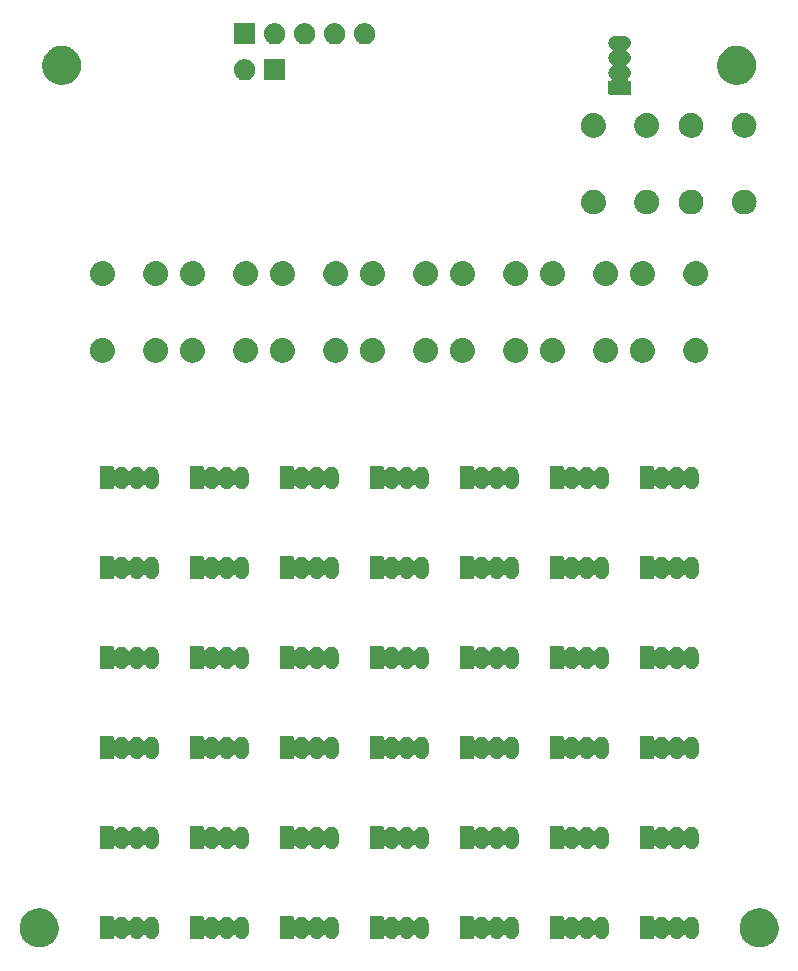
<source format=gbr>
G04 #@! TF.GenerationSoftware,KiCad,Pcbnew,(5.99.0-126-g64b5e8bee)*
G04 #@! TF.CreationDate,2019-09-15T22:15:20-04:00*
G04 #@! TF.ProjectId,PCB,5043422e-6b69-4636-9164-5f7063625858,rev?*
G04 #@! TF.SameCoordinates,Original*
G04 #@! TF.FileFunction,Soldermask,Bot*
G04 #@! TF.FilePolarity,Negative*
%FSLAX46Y46*%
G04 Gerber Fmt 4.6, Leading zero omitted, Abs format (unit mm)*
G04 Created by KiCad (PCBNEW (5.99.0-126-g64b5e8bee)) date 2019-09-15 22:15:20*
%MOMM*%
%LPD*%
G04 APERTURE LIST*
%ADD10C,0.100000*%
G04 APERTURE END LIST*
D10*
G36*
X202638692Y-120270000D02*
G01*
X202694858Y-120270000D01*
X202765742Y-120281227D01*
X202832394Y-120287117D01*
X202888882Y-120300731D01*
X202951376Y-120310629D01*
X203012904Y-120330620D01*
X203070818Y-120344578D01*
X203131473Y-120369146D01*
X203198380Y-120390885D01*
X203249684Y-120417026D01*
X203298119Y-120436644D01*
X203360836Y-120473661D01*
X203429788Y-120508794D01*
X203470605Y-120538449D01*
X203509319Y-120561299D01*
X203571634Y-120611851D01*
X203639903Y-120661451D01*
X203670532Y-120692080D01*
X203699774Y-120715802D01*
X203758988Y-120780536D01*
X203823549Y-120845097D01*
X203844803Y-120874351D01*
X203865305Y-120896764D01*
X203918583Y-120975901D01*
X203976206Y-121055212D01*
X203989362Y-121081032D01*
X204002266Y-121100199D01*
X204046683Y-121193530D01*
X204094115Y-121286620D01*
X204100850Y-121307348D01*
X204107653Y-121321643D01*
X204140311Y-121428796D01*
X204174371Y-121533624D01*
X204176656Y-121548048D01*
X204179151Y-121556236D01*
X204197270Y-121678201D01*
X204215000Y-121790142D01*
X204215000Y-122049858D01*
X204206690Y-122102324D01*
X204205891Y-122131856D01*
X204188651Y-122216214D01*
X204174371Y-122306376D01*
X204163199Y-122340760D01*
X204157116Y-122370526D01*
X204124408Y-122460148D01*
X204094115Y-122553380D01*
X204080958Y-122579201D01*
X204073037Y-122600906D01*
X204023633Y-122691709D01*
X203976206Y-122784788D01*
X203963398Y-122802417D01*
X203955829Y-122816328D01*
X203888326Y-122905745D01*
X203823549Y-122994903D01*
X203813223Y-123005229D01*
X203808066Y-123012060D01*
X203720032Y-123098420D01*
X203639903Y-123178549D01*
X203633915Y-123182900D01*
X203632997Y-123183800D01*
X203457648Y-123310965D01*
X203429788Y-123331206D01*
X203329257Y-123382429D01*
X203216826Y-123440833D01*
X203210106Y-123443140D01*
X203198380Y-123449115D01*
X203092655Y-123483467D01*
X202984881Y-123520471D01*
X202970741Y-123523079D01*
X202951376Y-123529371D01*
X202846949Y-123545911D01*
X202743699Y-123564954D01*
X202722067Y-123565691D01*
X202694858Y-123570000D01*
X202595490Y-123570000D01*
X202498593Y-123573299D01*
X202469861Y-123570000D01*
X202435142Y-123570000D01*
X202343639Y-123555507D01*
X202254951Y-123545324D01*
X202219984Y-123535922D01*
X202178624Y-123529371D01*
X202097062Y-123502870D01*
X202018121Y-123481644D01*
X201978248Y-123464265D01*
X201931620Y-123449115D01*
X201861415Y-123413344D01*
X201793301Y-123383656D01*
X201750244Y-123356699D01*
X201700212Y-123331206D01*
X201642161Y-123289030D01*
X201585436Y-123253515D01*
X201541278Y-123215734D01*
X201490097Y-123178549D01*
X201444363Y-123132815D01*
X201399091Y-123094081D01*
X201356193Y-123044645D01*
X201306451Y-122994903D01*
X201272604Y-122948317D01*
X201238357Y-122908850D01*
X201199284Y-122847400D01*
X201153794Y-122784788D01*
X201130889Y-122739835D01*
X201106767Y-122701898D01*
X201074193Y-122628563D01*
X201035885Y-122553380D01*
X201022500Y-122512186D01*
X201007212Y-122477767D01*
X200983835Y-122393184D01*
X200955629Y-122306376D01*
X200949974Y-122270672D01*
X200941880Y-122241387D01*
X200930335Y-122146681D01*
X200915000Y-122049858D01*
X200915000Y-122020876D01*
X200912204Y-121997939D01*
X200915000Y-121894617D01*
X200915000Y-121790142D01*
X200918410Y-121768614D01*
X200918838Y-121752790D01*
X200938386Y-121642494D01*
X200955629Y-121533624D01*
X200960142Y-121519736D01*
X200961635Y-121511309D01*
X201000852Y-121394441D01*
X201035885Y-121286620D01*
X201039248Y-121280020D01*
X201039657Y-121278801D01*
X201138453Y-121085321D01*
X201153794Y-121055212D01*
X201220094Y-120963957D01*
X201293772Y-120860855D01*
X201298713Y-120855747D01*
X201306451Y-120845097D01*
X201385063Y-120766485D01*
X201464287Y-120684589D01*
X201475703Y-120675845D01*
X201490097Y-120661451D01*
X201575618Y-120599316D01*
X201658986Y-120535462D01*
X201677930Y-120524983D01*
X201700212Y-120508794D01*
X201788733Y-120463690D01*
X201873586Y-120416752D01*
X201900687Y-120406646D01*
X201931620Y-120390885D01*
X202019721Y-120362259D01*
X202103371Y-120331067D01*
X202138798Y-120323569D01*
X202178624Y-120310629D01*
X202263336Y-120297212D01*
X202343305Y-120280287D01*
X202386718Y-120277670D01*
X202435142Y-120270000D01*
X202513936Y-120270000D01*
X202588097Y-120265529D01*
X202638692Y-120270000D01*
X202638692Y-120270000D01*
G37*
G36*
X263598692Y-120270000D02*
G01*
X263654858Y-120270000D01*
X263725742Y-120281227D01*
X263792394Y-120287117D01*
X263848882Y-120300731D01*
X263911376Y-120310629D01*
X263972904Y-120330620D01*
X264030818Y-120344578D01*
X264091473Y-120369146D01*
X264158380Y-120390885D01*
X264209684Y-120417026D01*
X264258119Y-120436644D01*
X264320836Y-120473661D01*
X264389788Y-120508794D01*
X264430605Y-120538449D01*
X264469319Y-120561299D01*
X264531634Y-120611851D01*
X264599903Y-120661451D01*
X264630532Y-120692080D01*
X264659774Y-120715802D01*
X264718988Y-120780536D01*
X264783549Y-120845097D01*
X264804803Y-120874351D01*
X264825305Y-120896764D01*
X264878583Y-120975901D01*
X264936206Y-121055212D01*
X264949362Y-121081032D01*
X264962266Y-121100199D01*
X265006683Y-121193530D01*
X265054115Y-121286620D01*
X265060850Y-121307348D01*
X265067653Y-121321643D01*
X265100311Y-121428796D01*
X265134371Y-121533624D01*
X265136656Y-121548048D01*
X265139151Y-121556236D01*
X265157270Y-121678201D01*
X265175000Y-121790142D01*
X265175000Y-122049858D01*
X265166690Y-122102324D01*
X265165891Y-122131856D01*
X265148651Y-122216214D01*
X265134371Y-122306376D01*
X265123199Y-122340760D01*
X265117116Y-122370526D01*
X265084408Y-122460148D01*
X265054115Y-122553380D01*
X265040958Y-122579201D01*
X265033037Y-122600906D01*
X264983633Y-122691709D01*
X264936206Y-122784788D01*
X264923398Y-122802417D01*
X264915829Y-122816328D01*
X264848326Y-122905745D01*
X264783549Y-122994903D01*
X264773223Y-123005229D01*
X264768066Y-123012060D01*
X264680032Y-123098420D01*
X264599903Y-123178549D01*
X264593915Y-123182900D01*
X264592997Y-123183800D01*
X264417648Y-123310965D01*
X264389788Y-123331206D01*
X264289257Y-123382429D01*
X264176826Y-123440833D01*
X264170106Y-123443140D01*
X264158380Y-123449115D01*
X264052655Y-123483467D01*
X263944881Y-123520471D01*
X263930741Y-123523079D01*
X263911376Y-123529371D01*
X263806949Y-123545911D01*
X263703699Y-123564954D01*
X263682067Y-123565691D01*
X263654858Y-123570000D01*
X263555490Y-123570000D01*
X263458593Y-123573299D01*
X263429861Y-123570000D01*
X263395142Y-123570000D01*
X263303639Y-123555507D01*
X263214951Y-123545324D01*
X263179984Y-123535922D01*
X263138624Y-123529371D01*
X263057062Y-123502870D01*
X262978121Y-123481644D01*
X262938248Y-123464265D01*
X262891620Y-123449115D01*
X262821415Y-123413344D01*
X262753301Y-123383656D01*
X262710244Y-123356699D01*
X262660212Y-123331206D01*
X262602161Y-123289030D01*
X262545436Y-123253515D01*
X262501278Y-123215734D01*
X262450097Y-123178549D01*
X262404363Y-123132815D01*
X262359091Y-123094081D01*
X262316193Y-123044645D01*
X262266451Y-122994903D01*
X262232604Y-122948317D01*
X262198357Y-122908850D01*
X262159284Y-122847400D01*
X262113794Y-122784788D01*
X262090889Y-122739835D01*
X262066767Y-122701898D01*
X262034193Y-122628563D01*
X261995885Y-122553380D01*
X261982500Y-122512186D01*
X261967212Y-122477767D01*
X261943835Y-122393184D01*
X261915629Y-122306376D01*
X261909974Y-122270672D01*
X261901880Y-122241387D01*
X261890335Y-122146681D01*
X261875000Y-122049858D01*
X261875000Y-122020876D01*
X261872204Y-121997939D01*
X261875000Y-121894617D01*
X261875000Y-121790142D01*
X261878410Y-121768614D01*
X261878838Y-121752790D01*
X261898386Y-121642494D01*
X261915629Y-121533624D01*
X261920142Y-121519736D01*
X261921635Y-121511309D01*
X261960852Y-121394441D01*
X261995885Y-121286620D01*
X261999248Y-121280020D01*
X261999657Y-121278801D01*
X262098453Y-121085321D01*
X262113794Y-121055212D01*
X262180094Y-120963957D01*
X262253772Y-120860855D01*
X262258713Y-120855747D01*
X262266451Y-120845097D01*
X262345063Y-120766485D01*
X262424287Y-120684589D01*
X262435703Y-120675845D01*
X262450097Y-120661451D01*
X262535618Y-120599316D01*
X262618986Y-120535462D01*
X262637930Y-120524983D01*
X262660212Y-120508794D01*
X262748733Y-120463690D01*
X262833586Y-120416752D01*
X262860687Y-120406646D01*
X262891620Y-120390885D01*
X262979721Y-120362259D01*
X263063371Y-120331067D01*
X263098798Y-120323569D01*
X263138624Y-120310629D01*
X263223336Y-120297212D01*
X263303305Y-120280287D01*
X263346718Y-120277670D01*
X263395142Y-120270000D01*
X263473936Y-120270000D01*
X263548097Y-120265529D01*
X263598692Y-120270000D01*
X263598692Y-120270000D01*
G37*
G36*
X250229593Y-120970165D02*
G01*
X250263858Y-120970345D01*
X250300096Y-120979447D01*
X250342714Y-120985058D01*
X250373960Y-120998000D01*
X250401186Y-121004839D01*
X250439699Y-121025230D01*
X250485023Y-121044004D01*
X250506984Y-121060855D01*
X250526322Y-121071094D01*
X250563527Y-121104243D01*
X250607226Y-121137774D01*
X250620331Y-121154853D01*
X250632042Y-121165287D01*
X250663842Y-121211557D01*
X250700996Y-121259977D01*
X250706877Y-121274174D01*
X250712242Y-121281981D01*
X250734409Y-121340643D01*
X250759942Y-121402285D01*
X250761140Y-121411382D01*
X250762291Y-121414429D01*
X250770825Y-121484951D01*
X250775000Y-121516664D01*
X250775000Y-122323336D01*
X250759942Y-122437715D01*
X250733438Y-122501701D01*
X250709353Y-122563476D01*
X250705693Y-122568684D01*
X250700996Y-122580023D01*
X250662080Y-122630739D01*
X250627937Y-122679320D01*
X250618456Y-122687591D01*
X250607226Y-122702226D01*
X250561154Y-122737578D01*
X250521235Y-122772402D01*
X250504544Y-122781017D01*
X250485023Y-122795996D01*
X250436913Y-122815924D01*
X250395416Y-122837342D01*
X250371127Y-122843173D01*
X250342715Y-122854942D01*
X250297086Y-122860949D01*
X250257733Y-122870397D01*
X250226562Y-122870234D01*
X250190000Y-122875047D01*
X250150407Y-122869835D01*
X250116142Y-122869655D01*
X250079904Y-122860553D01*
X250037286Y-122854942D01*
X250006040Y-122842000D01*
X249978814Y-122835161D01*
X249940301Y-122814770D01*
X249894977Y-122795996D01*
X249873017Y-122779145D01*
X249853678Y-122768906D01*
X249816471Y-122735756D01*
X249772775Y-122702226D01*
X249759670Y-122685147D01*
X249747959Y-122674713D01*
X249716156Y-122628439D01*
X249679005Y-122580023D01*
X249673125Y-122565828D01*
X249659192Y-122545555D01*
X249656179Y-122547626D01*
X249629031Y-122511691D01*
X249562931Y-122487369D01*
X249494175Y-122502645D01*
X249450341Y-122552708D01*
X249448052Y-122551099D01*
X249435692Y-122568685D01*
X249430996Y-122580023D01*
X249392081Y-122630737D01*
X249357937Y-122679320D01*
X249348456Y-122687591D01*
X249337226Y-122702226D01*
X249291154Y-122737578D01*
X249251235Y-122772402D01*
X249234544Y-122781017D01*
X249215023Y-122795996D01*
X249166913Y-122815924D01*
X249125416Y-122837342D01*
X249101127Y-122843173D01*
X249072715Y-122854942D01*
X249027086Y-122860949D01*
X248987733Y-122870397D01*
X248956562Y-122870234D01*
X248920000Y-122875047D01*
X248880407Y-122869835D01*
X248846142Y-122869655D01*
X248809904Y-122860553D01*
X248767286Y-122854942D01*
X248736040Y-122842000D01*
X248708814Y-122835161D01*
X248670301Y-122814770D01*
X248624977Y-122795996D01*
X248603017Y-122779145D01*
X248583678Y-122768906D01*
X248546471Y-122735756D01*
X248502775Y-122702226D01*
X248489670Y-122685147D01*
X248477959Y-122674713D01*
X248446156Y-122628439D01*
X248409005Y-122580023D01*
X248403125Y-122565828D01*
X248389192Y-122545555D01*
X248386179Y-122547626D01*
X248359031Y-122511691D01*
X248292931Y-122487369D01*
X248224175Y-122502645D01*
X248180341Y-122552708D01*
X248178052Y-122551099D01*
X248165692Y-122568685D01*
X248160996Y-122580023D01*
X248122081Y-122630737D01*
X248087937Y-122679320D01*
X248078456Y-122687591D01*
X248067226Y-122702226D01*
X248021154Y-122737578D01*
X247981235Y-122772402D01*
X247964544Y-122781017D01*
X247945023Y-122795996D01*
X247896913Y-122815924D01*
X247855416Y-122837342D01*
X247831127Y-122843173D01*
X247802715Y-122854942D01*
X247757086Y-122860949D01*
X247717733Y-122870397D01*
X247686562Y-122870234D01*
X247650000Y-122875047D01*
X247610407Y-122869835D01*
X247576142Y-122869655D01*
X247539904Y-122860553D01*
X247497286Y-122854942D01*
X247466040Y-122842000D01*
X247438814Y-122835161D01*
X247400301Y-122814770D01*
X247354977Y-122795996D01*
X247333017Y-122779145D01*
X247313678Y-122768906D01*
X247276471Y-122735756D01*
X247232775Y-122702226D01*
X247219670Y-122685147D01*
X247207959Y-122674713D01*
X247196442Y-122657955D01*
X247141811Y-122613500D01*
X247071819Y-122605638D01*
X247008687Y-122636864D01*
X246968428Y-122728755D01*
X246968428Y-122807690D01*
X246965980Y-122819997D01*
X246965980Y-122820000D01*
X246962099Y-122839509D01*
X246951048Y-122856048D01*
X246934509Y-122867099D01*
X246915000Y-122870980D01*
X246914997Y-122870980D01*
X246902690Y-122873428D01*
X245857310Y-122873428D01*
X245845003Y-122870980D01*
X245845000Y-122870980D01*
X245825491Y-122867099D01*
X245808952Y-122856048D01*
X245797901Y-122839509D01*
X245794020Y-122820000D01*
X245794020Y-122819997D01*
X245791572Y-122807690D01*
X245791572Y-121032310D01*
X245794020Y-121020003D01*
X245794020Y-121020000D01*
X245797901Y-121000491D01*
X245808952Y-120983952D01*
X245825491Y-120972901D01*
X245845000Y-120969020D01*
X245845003Y-120969020D01*
X245857310Y-120966572D01*
X246902690Y-120966572D01*
X246914997Y-120969020D01*
X246915000Y-120969020D01*
X246934509Y-120972901D01*
X246951048Y-120983952D01*
X246962099Y-121000491D01*
X246965980Y-121020000D01*
X246965980Y-121020003D01*
X246968428Y-121032310D01*
X246968428Y-121112095D01*
X246988271Y-121179675D01*
X247041501Y-121225798D01*
X247111216Y-121235822D01*
X247195695Y-121183971D01*
X247212065Y-121160679D01*
X247221543Y-121152411D01*
X247232774Y-121137774D01*
X247278848Y-121102420D01*
X247318765Y-121067598D01*
X247335456Y-121058983D01*
X247354977Y-121044004D01*
X247403087Y-121024076D01*
X247444584Y-121002658D01*
X247468873Y-120996827D01*
X247497285Y-120985058D01*
X247542914Y-120979051D01*
X247582267Y-120969603D01*
X247613438Y-120969766D01*
X247650000Y-120964953D01*
X247689593Y-120970165D01*
X247723858Y-120970345D01*
X247760096Y-120979447D01*
X247802714Y-120985058D01*
X247833960Y-120998000D01*
X247861186Y-121004839D01*
X247899699Y-121025230D01*
X247945023Y-121044004D01*
X247966984Y-121060855D01*
X247986322Y-121071094D01*
X248023527Y-121104243D01*
X248067226Y-121137774D01*
X248080331Y-121154853D01*
X248092042Y-121165287D01*
X248123845Y-121211561D01*
X248160996Y-121259977D01*
X248166876Y-121274172D01*
X248180809Y-121294445D01*
X248183823Y-121292373D01*
X248210949Y-121328293D01*
X248277044Y-121352629D01*
X248345803Y-121337368D01*
X248389658Y-121287293D01*
X248391948Y-121288902D01*
X248404308Y-121271316D01*
X248409004Y-121259978D01*
X248447922Y-121209259D01*
X248482063Y-121160681D01*
X248491542Y-121152412D01*
X248502774Y-121137774D01*
X248548849Y-121102419D01*
X248588765Y-121067598D01*
X248605456Y-121058983D01*
X248624977Y-121044004D01*
X248673087Y-121024076D01*
X248714584Y-121002658D01*
X248738873Y-120996827D01*
X248767285Y-120985058D01*
X248812914Y-120979051D01*
X248852267Y-120969603D01*
X248883438Y-120969766D01*
X248920000Y-120964953D01*
X248959593Y-120970165D01*
X248993858Y-120970345D01*
X249030096Y-120979447D01*
X249072714Y-120985058D01*
X249103960Y-120998000D01*
X249131186Y-121004839D01*
X249169699Y-121025230D01*
X249215023Y-121044004D01*
X249236984Y-121060855D01*
X249256322Y-121071094D01*
X249293527Y-121104243D01*
X249337226Y-121137774D01*
X249350331Y-121154853D01*
X249362042Y-121165287D01*
X249393845Y-121211561D01*
X249430996Y-121259977D01*
X249436876Y-121274172D01*
X249450809Y-121294445D01*
X249453823Y-121292373D01*
X249480949Y-121328293D01*
X249547044Y-121352629D01*
X249615803Y-121337368D01*
X249659658Y-121287293D01*
X249661948Y-121288902D01*
X249674308Y-121271316D01*
X249679004Y-121259978D01*
X249717922Y-121209259D01*
X249752063Y-121160681D01*
X249761542Y-121152412D01*
X249772774Y-121137774D01*
X249818849Y-121102419D01*
X249858765Y-121067598D01*
X249875456Y-121058983D01*
X249894977Y-121044004D01*
X249943087Y-121024076D01*
X249984584Y-121002658D01*
X250008873Y-120996827D01*
X250037285Y-120985058D01*
X250082914Y-120979051D01*
X250122267Y-120969603D01*
X250153438Y-120969766D01*
X250190000Y-120964953D01*
X250229593Y-120970165D01*
X250229593Y-120970165D01*
G37*
G36*
X242609593Y-120970165D02*
G01*
X242643858Y-120970345D01*
X242680096Y-120979447D01*
X242722714Y-120985058D01*
X242753960Y-120998000D01*
X242781186Y-121004839D01*
X242819699Y-121025230D01*
X242865023Y-121044004D01*
X242886984Y-121060855D01*
X242906322Y-121071094D01*
X242943527Y-121104243D01*
X242987226Y-121137774D01*
X243000331Y-121154853D01*
X243012042Y-121165287D01*
X243043842Y-121211557D01*
X243080996Y-121259977D01*
X243086877Y-121274174D01*
X243092242Y-121281981D01*
X243114409Y-121340643D01*
X243139942Y-121402285D01*
X243141140Y-121411382D01*
X243142291Y-121414429D01*
X243150825Y-121484951D01*
X243155000Y-121516664D01*
X243155000Y-122323336D01*
X243139942Y-122437715D01*
X243113438Y-122501701D01*
X243089353Y-122563476D01*
X243085693Y-122568684D01*
X243080996Y-122580023D01*
X243042080Y-122630739D01*
X243007937Y-122679320D01*
X242998456Y-122687591D01*
X242987226Y-122702226D01*
X242941154Y-122737578D01*
X242901235Y-122772402D01*
X242884544Y-122781017D01*
X242865023Y-122795996D01*
X242816913Y-122815924D01*
X242775416Y-122837342D01*
X242751127Y-122843173D01*
X242722715Y-122854942D01*
X242677086Y-122860949D01*
X242637733Y-122870397D01*
X242606562Y-122870234D01*
X242570000Y-122875047D01*
X242530407Y-122869835D01*
X242496142Y-122869655D01*
X242459904Y-122860553D01*
X242417286Y-122854942D01*
X242386040Y-122842000D01*
X242358814Y-122835161D01*
X242320301Y-122814770D01*
X242274977Y-122795996D01*
X242253017Y-122779145D01*
X242233678Y-122768906D01*
X242196471Y-122735756D01*
X242152775Y-122702226D01*
X242139670Y-122685147D01*
X242127959Y-122674713D01*
X242096156Y-122628439D01*
X242059005Y-122580023D01*
X242053125Y-122565828D01*
X242039192Y-122545555D01*
X242036179Y-122547626D01*
X242009031Y-122511691D01*
X241942931Y-122487369D01*
X241874175Y-122502645D01*
X241830341Y-122552708D01*
X241828052Y-122551099D01*
X241815692Y-122568685D01*
X241810996Y-122580023D01*
X241772081Y-122630737D01*
X241737937Y-122679320D01*
X241728456Y-122687591D01*
X241717226Y-122702226D01*
X241671154Y-122737578D01*
X241631235Y-122772402D01*
X241614544Y-122781017D01*
X241595023Y-122795996D01*
X241546913Y-122815924D01*
X241505416Y-122837342D01*
X241481127Y-122843173D01*
X241452715Y-122854942D01*
X241407086Y-122860949D01*
X241367733Y-122870397D01*
X241336562Y-122870234D01*
X241300000Y-122875047D01*
X241260407Y-122869835D01*
X241226142Y-122869655D01*
X241189904Y-122860553D01*
X241147286Y-122854942D01*
X241116040Y-122842000D01*
X241088814Y-122835161D01*
X241050301Y-122814770D01*
X241004977Y-122795996D01*
X240983017Y-122779145D01*
X240963678Y-122768906D01*
X240926471Y-122735756D01*
X240882775Y-122702226D01*
X240869670Y-122685147D01*
X240857959Y-122674713D01*
X240826156Y-122628439D01*
X240789005Y-122580023D01*
X240783125Y-122565828D01*
X240769192Y-122545555D01*
X240766179Y-122547626D01*
X240739031Y-122511691D01*
X240672931Y-122487369D01*
X240604175Y-122502645D01*
X240560341Y-122552708D01*
X240558052Y-122551099D01*
X240545692Y-122568685D01*
X240540996Y-122580023D01*
X240502081Y-122630737D01*
X240467937Y-122679320D01*
X240458456Y-122687591D01*
X240447226Y-122702226D01*
X240401154Y-122737578D01*
X240361235Y-122772402D01*
X240344544Y-122781017D01*
X240325023Y-122795996D01*
X240276913Y-122815924D01*
X240235416Y-122837342D01*
X240211127Y-122843173D01*
X240182715Y-122854942D01*
X240137086Y-122860949D01*
X240097733Y-122870397D01*
X240066562Y-122870234D01*
X240030000Y-122875047D01*
X239990407Y-122869835D01*
X239956142Y-122869655D01*
X239919904Y-122860553D01*
X239877286Y-122854942D01*
X239846040Y-122842000D01*
X239818814Y-122835161D01*
X239780301Y-122814770D01*
X239734977Y-122795996D01*
X239713017Y-122779145D01*
X239693678Y-122768906D01*
X239656471Y-122735756D01*
X239612775Y-122702226D01*
X239599670Y-122685147D01*
X239587959Y-122674713D01*
X239576442Y-122657955D01*
X239521811Y-122613500D01*
X239451819Y-122605638D01*
X239388687Y-122636864D01*
X239348428Y-122728755D01*
X239348428Y-122807690D01*
X239345980Y-122819997D01*
X239345980Y-122820000D01*
X239342099Y-122839509D01*
X239331048Y-122856048D01*
X239314509Y-122867099D01*
X239295000Y-122870980D01*
X239294997Y-122870980D01*
X239282690Y-122873428D01*
X238237310Y-122873428D01*
X238225003Y-122870980D01*
X238225000Y-122870980D01*
X238205491Y-122867099D01*
X238188952Y-122856048D01*
X238177901Y-122839509D01*
X238174020Y-122820000D01*
X238174020Y-122819997D01*
X238171572Y-122807690D01*
X238171572Y-121032310D01*
X238174020Y-121020003D01*
X238174020Y-121020000D01*
X238177901Y-121000491D01*
X238188952Y-120983952D01*
X238205491Y-120972901D01*
X238225000Y-120969020D01*
X238225003Y-120969020D01*
X238237310Y-120966572D01*
X239282690Y-120966572D01*
X239294997Y-120969020D01*
X239295000Y-120969020D01*
X239314509Y-120972901D01*
X239331048Y-120983952D01*
X239342099Y-121000491D01*
X239345980Y-121020000D01*
X239345980Y-121020003D01*
X239348428Y-121032310D01*
X239348428Y-121112095D01*
X239368271Y-121179675D01*
X239421501Y-121225798D01*
X239491216Y-121235822D01*
X239575695Y-121183971D01*
X239592065Y-121160679D01*
X239601543Y-121152411D01*
X239612774Y-121137774D01*
X239658848Y-121102420D01*
X239698765Y-121067598D01*
X239715456Y-121058983D01*
X239734977Y-121044004D01*
X239783087Y-121024076D01*
X239824584Y-121002658D01*
X239848873Y-120996827D01*
X239877285Y-120985058D01*
X239922914Y-120979051D01*
X239962267Y-120969603D01*
X239993438Y-120969766D01*
X240030000Y-120964953D01*
X240069593Y-120970165D01*
X240103858Y-120970345D01*
X240140096Y-120979447D01*
X240182714Y-120985058D01*
X240213960Y-120998000D01*
X240241186Y-121004839D01*
X240279699Y-121025230D01*
X240325023Y-121044004D01*
X240346984Y-121060855D01*
X240366322Y-121071094D01*
X240403527Y-121104243D01*
X240447226Y-121137774D01*
X240460331Y-121154853D01*
X240472042Y-121165287D01*
X240503845Y-121211561D01*
X240540996Y-121259977D01*
X240546876Y-121274172D01*
X240560809Y-121294445D01*
X240563823Y-121292373D01*
X240590949Y-121328293D01*
X240657044Y-121352629D01*
X240725803Y-121337368D01*
X240769658Y-121287293D01*
X240771948Y-121288902D01*
X240784308Y-121271316D01*
X240789004Y-121259978D01*
X240827922Y-121209259D01*
X240862063Y-121160681D01*
X240871542Y-121152412D01*
X240882774Y-121137774D01*
X240928849Y-121102419D01*
X240968765Y-121067598D01*
X240985456Y-121058983D01*
X241004977Y-121044004D01*
X241053087Y-121024076D01*
X241094584Y-121002658D01*
X241118873Y-120996827D01*
X241147285Y-120985058D01*
X241192914Y-120979051D01*
X241232267Y-120969603D01*
X241263438Y-120969766D01*
X241300000Y-120964953D01*
X241339593Y-120970165D01*
X241373858Y-120970345D01*
X241410096Y-120979447D01*
X241452714Y-120985058D01*
X241483960Y-120998000D01*
X241511186Y-121004839D01*
X241549699Y-121025230D01*
X241595023Y-121044004D01*
X241616984Y-121060855D01*
X241636322Y-121071094D01*
X241673527Y-121104243D01*
X241717226Y-121137774D01*
X241730331Y-121154853D01*
X241742042Y-121165287D01*
X241773845Y-121211561D01*
X241810996Y-121259977D01*
X241816876Y-121274172D01*
X241830809Y-121294445D01*
X241833823Y-121292373D01*
X241860949Y-121328293D01*
X241927044Y-121352629D01*
X241995803Y-121337368D01*
X242039658Y-121287293D01*
X242041948Y-121288902D01*
X242054308Y-121271316D01*
X242059004Y-121259978D01*
X242097922Y-121209259D01*
X242132063Y-121160681D01*
X242141542Y-121152412D01*
X242152774Y-121137774D01*
X242198849Y-121102419D01*
X242238765Y-121067598D01*
X242255456Y-121058983D01*
X242274977Y-121044004D01*
X242323087Y-121024076D01*
X242364584Y-121002658D01*
X242388873Y-120996827D01*
X242417285Y-120985058D01*
X242462914Y-120979051D01*
X242502267Y-120969603D01*
X242533438Y-120969766D01*
X242570000Y-120964953D01*
X242609593Y-120970165D01*
X242609593Y-120970165D01*
G37*
G36*
X234989593Y-120970165D02*
G01*
X235023858Y-120970345D01*
X235060096Y-120979447D01*
X235102714Y-120985058D01*
X235133960Y-120998000D01*
X235161186Y-121004839D01*
X235199699Y-121025230D01*
X235245023Y-121044004D01*
X235266984Y-121060855D01*
X235286322Y-121071094D01*
X235323527Y-121104243D01*
X235367226Y-121137774D01*
X235380331Y-121154853D01*
X235392042Y-121165287D01*
X235423842Y-121211557D01*
X235460996Y-121259977D01*
X235466877Y-121274174D01*
X235472242Y-121281981D01*
X235494409Y-121340643D01*
X235519942Y-121402285D01*
X235521140Y-121411382D01*
X235522291Y-121414429D01*
X235530825Y-121484951D01*
X235535000Y-121516664D01*
X235535000Y-122323336D01*
X235519942Y-122437715D01*
X235493438Y-122501701D01*
X235469353Y-122563476D01*
X235465693Y-122568684D01*
X235460996Y-122580023D01*
X235422080Y-122630739D01*
X235387937Y-122679320D01*
X235378456Y-122687591D01*
X235367226Y-122702226D01*
X235321154Y-122737578D01*
X235281235Y-122772402D01*
X235264544Y-122781017D01*
X235245023Y-122795996D01*
X235196913Y-122815924D01*
X235155416Y-122837342D01*
X235131127Y-122843173D01*
X235102715Y-122854942D01*
X235057086Y-122860949D01*
X235017733Y-122870397D01*
X234986562Y-122870234D01*
X234950000Y-122875047D01*
X234910407Y-122869835D01*
X234876142Y-122869655D01*
X234839904Y-122860553D01*
X234797286Y-122854942D01*
X234766040Y-122842000D01*
X234738814Y-122835161D01*
X234700301Y-122814770D01*
X234654977Y-122795996D01*
X234633017Y-122779145D01*
X234613678Y-122768906D01*
X234576471Y-122735756D01*
X234532775Y-122702226D01*
X234519670Y-122685147D01*
X234507959Y-122674713D01*
X234476156Y-122628439D01*
X234439005Y-122580023D01*
X234433125Y-122565828D01*
X234419192Y-122545555D01*
X234416179Y-122547626D01*
X234389031Y-122511691D01*
X234322931Y-122487369D01*
X234254175Y-122502645D01*
X234210341Y-122552708D01*
X234208052Y-122551099D01*
X234195692Y-122568685D01*
X234190996Y-122580023D01*
X234152081Y-122630737D01*
X234117937Y-122679320D01*
X234108456Y-122687591D01*
X234097226Y-122702226D01*
X234051154Y-122737578D01*
X234011235Y-122772402D01*
X233994544Y-122781017D01*
X233975023Y-122795996D01*
X233926913Y-122815924D01*
X233885416Y-122837342D01*
X233861127Y-122843173D01*
X233832715Y-122854942D01*
X233787086Y-122860949D01*
X233747733Y-122870397D01*
X233716562Y-122870234D01*
X233680000Y-122875047D01*
X233640407Y-122869835D01*
X233606142Y-122869655D01*
X233569904Y-122860553D01*
X233527286Y-122854942D01*
X233496040Y-122842000D01*
X233468814Y-122835161D01*
X233430301Y-122814770D01*
X233384977Y-122795996D01*
X233363017Y-122779145D01*
X233343678Y-122768906D01*
X233306471Y-122735756D01*
X233262775Y-122702226D01*
X233249670Y-122685147D01*
X233237959Y-122674713D01*
X233206156Y-122628439D01*
X233169005Y-122580023D01*
X233163125Y-122565828D01*
X233149192Y-122545555D01*
X233146179Y-122547626D01*
X233119031Y-122511691D01*
X233052931Y-122487369D01*
X232984175Y-122502645D01*
X232940341Y-122552708D01*
X232938052Y-122551099D01*
X232925692Y-122568685D01*
X232920996Y-122580023D01*
X232882081Y-122630737D01*
X232847937Y-122679320D01*
X232838456Y-122687591D01*
X232827226Y-122702226D01*
X232781154Y-122737578D01*
X232741235Y-122772402D01*
X232724544Y-122781017D01*
X232705023Y-122795996D01*
X232656913Y-122815924D01*
X232615416Y-122837342D01*
X232591127Y-122843173D01*
X232562715Y-122854942D01*
X232517086Y-122860949D01*
X232477733Y-122870397D01*
X232446562Y-122870234D01*
X232410000Y-122875047D01*
X232370407Y-122869835D01*
X232336142Y-122869655D01*
X232299904Y-122860553D01*
X232257286Y-122854942D01*
X232226040Y-122842000D01*
X232198814Y-122835161D01*
X232160301Y-122814770D01*
X232114977Y-122795996D01*
X232093017Y-122779145D01*
X232073678Y-122768906D01*
X232036471Y-122735756D01*
X231992775Y-122702226D01*
X231979670Y-122685147D01*
X231967959Y-122674713D01*
X231956442Y-122657955D01*
X231901811Y-122613500D01*
X231831819Y-122605638D01*
X231768687Y-122636864D01*
X231728428Y-122728755D01*
X231728428Y-122807690D01*
X231725980Y-122819997D01*
X231725980Y-122820000D01*
X231722099Y-122839509D01*
X231711048Y-122856048D01*
X231694509Y-122867099D01*
X231675000Y-122870980D01*
X231674997Y-122870980D01*
X231662690Y-122873428D01*
X230617310Y-122873428D01*
X230605003Y-122870980D01*
X230605000Y-122870980D01*
X230585491Y-122867099D01*
X230568952Y-122856048D01*
X230557901Y-122839509D01*
X230554020Y-122820000D01*
X230554020Y-122819997D01*
X230551572Y-122807690D01*
X230551572Y-121032310D01*
X230554020Y-121020003D01*
X230554020Y-121020000D01*
X230557901Y-121000491D01*
X230568952Y-120983952D01*
X230585491Y-120972901D01*
X230605000Y-120969020D01*
X230605003Y-120969020D01*
X230617310Y-120966572D01*
X231662690Y-120966572D01*
X231674997Y-120969020D01*
X231675000Y-120969020D01*
X231694509Y-120972901D01*
X231711048Y-120983952D01*
X231722099Y-121000491D01*
X231725980Y-121020000D01*
X231725980Y-121020003D01*
X231728428Y-121032310D01*
X231728428Y-121112095D01*
X231748271Y-121179675D01*
X231801501Y-121225798D01*
X231871216Y-121235822D01*
X231955695Y-121183971D01*
X231972065Y-121160679D01*
X231981543Y-121152411D01*
X231992774Y-121137774D01*
X232038848Y-121102420D01*
X232078765Y-121067598D01*
X232095456Y-121058983D01*
X232114977Y-121044004D01*
X232163087Y-121024076D01*
X232204584Y-121002658D01*
X232228873Y-120996827D01*
X232257285Y-120985058D01*
X232302914Y-120979051D01*
X232342267Y-120969603D01*
X232373438Y-120969766D01*
X232410000Y-120964953D01*
X232449593Y-120970165D01*
X232483858Y-120970345D01*
X232520096Y-120979447D01*
X232562714Y-120985058D01*
X232593960Y-120998000D01*
X232621186Y-121004839D01*
X232659699Y-121025230D01*
X232705023Y-121044004D01*
X232726984Y-121060855D01*
X232746322Y-121071094D01*
X232783527Y-121104243D01*
X232827226Y-121137774D01*
X232840331Y-121154853D01*
X232852042Y-121165287D01*
X232883845Y-121211561D01*
X232920996Y-121259977D01*
X232926876Y-121274172D01*
X232940809Y-121294445D01*
X232943823Y-121292373D01*
X232970949Y-121328293D01*
X233037044Y-121352629D01*
X233105803Y-121337368D01*
X233149658Y-121287293D01*
X233151948Y-121288902D01*
X233164308Y-121271316D01*
X233169004Y-121259978D01*
X233207922Y-121209259D01*
X233242063Y-121160681D01*
X233251542Y-121152412D01*
X233262774Y-121137774D01*
X233308849Y-121102419D01*
X233348765Y-121067598D01*
X233365456Y-121058983D01*
X233384977Y-121044004D01*
X233433087Y-121024076D01*
X233474584Y-121002658D01*
X233498873Y-120996827D01*
X233527285Y-120985058D01*
X233572914Y-120979051D01*
X233612267Y-120969603D01*
X233643438Y-120969766D01*
X233680000Y-120964953D01*
X233719593Y-120970165D01*
X233753858Y-120970345D01*
X233790096Y-120979447D01*
X233832714Y-120985058D01*
X233863960Y-120998000D01*
X233891186Y-121004839D01*
X233929699Y-121025230D01*
X233975023Y-121044004D01*
X233996984Y-121060855D01*
X234016322Y-121071094D01*
X234053527Y-121104243D01*
X234097226Y-121137774D01*
X234110331Y-121154853D01*
X234122042Y-121165287D01*
X234153845Y-121211561D01*
X234190996Y-121259977D01*
X234196876Y-121274172D01*
X234210809Y-121294445D01*
X234213823Y-121292373D01*
X234240949Y-121328293D01*
X234307044Y-121352629D01*
X234375803Y-121337368D01*
X234419658Y-121287293D01*
X234421948Y-121288902D01*
X234434308Y-121271316D01*
X234439004Y-121259978D01*
X234477922Y-121209259D01*
X234512063Y-121160681D01*
X234521542Y-121152412D01*
X234532774Y-121137774D01*
X234578849Y-121102419D01*
X234618765Y-121067598D01*
X234635456Y-121058983D01*
X234654977Y-121044004D01*
X234703087Y-121024076D01*
X234744584Y-121002658D01*
X234768873Y-120996827D01*
X234797285Y-120985058D01*
X234842914Y-120979051D01*
X234882267Y-120969603D01*
X234913438Y-120969766D01*
X234950000Y-120964953D01*
X234989593Y-120970165D01*
X234989593Y-120970165D01*
G37*
G36*
X227369593Y-120970165D02*
G01*
X227403858Y-120970345D01*
X227440096Y-120979447D01*
X227482714Y-120985058D01*
X227513960Y-120998000D01*
X227541186Y-121004839D01*
X227579699Y-121025230D01*
X227625023Y-121044004D01*
X227646984Y-121060855D01*
X227666322Y-121071094D01*
X227703527Y-121104243D01*
X227747226Y-121137774D01*
X227760331Y-121154853D01*
X227772042Y-121165287D01*
X227803842Y-121211557D01*
X227840996Y-121259977D01*
X227846877Y-121274174D01*
X227852242Y-121281981D01*
X227874409Y-121340643D01*
X227899942Y-121402285D01*
X227901140Y-121411382D01*
X227902291Y-121414429D01*
X227910825Y-121484951D01*
X227915000Y-121516664D01*
X227915000Y-122323336D01*
X227899942Y-122437715D01*
X227873438Y-122501701D01*
X227849353Y-122563476D01*
X227845693Y-122568684D01*
X227840996Y-122580023D01*
X227802080Y-122630739D01*
X227767937Y-122679320D01*
X227758456Y-122687591D01*
X227747226Y-122702226D01*
X227701154Y-122737578D01*
X227661235Y-122772402D01*
X227644544Y-122781017D01*
X227625023Y-122795996D01*
X227576913Y-122815924D01*
X227535416Y-122837342D01*
X227511127Y-122843173D01*
X227482715Y-122854942D01*
X227437086Y-122860949D01*
X227397733Y-122870397D01*
X227366562Y-122870234D01*
X227330000Y-122875047D01*
X227290407Y-122869835D01*
X227256142Y-122869655D01*
X227219904Y-122860553D01*
X227177286Y-122854942D01*
X227146040Y-122842000D01*
X227118814Y-122835161D01*
X227080301Y-122814770D01*
X227034977Y-122795996D01*
X227013017Y-122779145D01*
X226993678Y-122768906D01*
X226956471Y-122735756D01*
X226912775Y-122702226D01*
X226899670Y-122685147D01*
X226887959Y-122674713D01*
X226856156Y-122628439D01*
X226819005Y-122580023D01*
X226813125Y-122565828D01*
X226799192Y-122545555D01*
X226796179Y-122547626D01*
X226769031Y-122511691D01*
X226702931Y-122487369D01*
X226634175Y-122502645D01*
X226590341Y-122552708D01*
X226588052Y-122551099D01*
X226575692Y-122568685D01*
X226570996Y-122580023D01*
X226532081Y-122630737D01*
X226497937Y-122679320D01*
X226488456Y-122687591D01*
X226477226Y-122702226D01*
X226431154Y-122737578D01*
X226391235Y-122772402D01*
X226374544Y-122781017D01*
X226355023Y-122795996D01*
X226306913Y-122815924D01*
X226265416Y-122837342D01*
X226241127Y-122843173D01*
X226212715Y-122854942D01*
X226167086Y-122860949D01*
X226127733Y-122870397D01*
X226096562Y-122870234D01*
X226060000Y-122875047D01*
X226020407Y-122869835D01*
X225986142Y-122869655D01*
X225949904Y-122860553D01*
X225907286Y-122854942D01*
X225876040Y-122842000D01*
X225848814Y-122835161D01*
X225810301Y-122814770D01*
X225764977Y-122795996D01*
X225743017Y-122779145D01*
X225723678Y-122768906D01*
X225686471Y-122735756D01*
X225642775Y-122702226D01*
X225629670Y-122685147D01*
X225617959Y-122674713D01*
X225586156Y-122628439D01*
X225549005Y-122580023D01*
X225543125Y-122565828D01*
X225529192Y-122545555D01*
X225526179Y-122547626D01*
X225499031Y-122511691D01*
X225432931Y-122487369D01*
X225364175Y-122502645D01*
X225320341Y-122552708D01*
X225318052Y-122551099D01*
X225305692Y-122568685D01*
X225300996Y-122580023D01*
X225262081Y-122630737D01*
X225227937Y-122679320D01*
X225218456Y-122687591D01*
X225207226Y-122702226D01*
X225161154Y-122737578D01*
X225121235Y-122772402D01*
X225104544Y-122781017D01*
X225085023Y-122795996D01*
X225036913Y-122815924D01*
X224995416Y-122837342D01*
X224971127Y-122843173D01*
X224942715Y-122854942D01*
X224897086Y-122860949D01*
X224857733Y-122870397D01*
X224826562Y-122870234D01*
X224790000Y-122875047D01*
X224750407Y-122869835D01*
X224716142Y-122869655D01*
X224679904Y-122860553D01*
X224637286Y-122854942D01*
X224606040Y-122842000D01*
X224578814Y-122835161D01*
X224540301Y-122814770D01*
X224494977Y-122795996D01*
X224473017Y-122779145D01*
X224453678Y-122768906D01*
X224416471Y-122735756D01*
X224372775Y-122702226D01*
X224359670Y-122685147D01*
X224347959Y-122674713D01*
X224336442Y-122657955D01*
X224281811Y-122613500D01*
X224211819Y-122605638D01*
X224148687Y-122636864D01*
X224108428Y-122728755D01*
X224108428Y-122807690D01*
X224105980Y-122819997D01*
X224105980Y-122820000D01*
X224102099Y-122839509D01*
X224091048Y-122856048D01*
X224074509Y-122867099D01*
X224055000Y-122870980D01*
X224054997Y-122870980D01*
X224042690Y-122873428D01*
X222997310Y-122873428D01*
X222985003Y-122870980D01*
X222985000Y-122870980D01*
X222965491Y-122867099D01*
X222948952Y-122856048D01*
X222937901Y-122839509D01*
X222934020Y-122820000D01*
X222934020Y-122819997D01*
X222931572Y-122807690D01*
X222931572Y-121032310D01*
X222934020Y-121020003D01*
X222934020Y-121020000D01*
X222937901Y-121000491D01*
X222948952Y-120983952D01*
X222965491Y-120972901D01*
X222985000Y-120969020D01*
X222985003Y-120969020D01*
X222997310Y-120966572D01*
X224042690Y-120966572D01*
X224054997Y-120969020D01*
X224055000Y-120969020D01*
X224074509Y-120972901D01*
X224091048Y-120983952D01*
X224102099Y-121000491D01*
X224105980Y-121020000D01*
X224105980Y-121020003D01*
X224108428Y-121032310D01*
X224108428Y-121112095D01*
X224128271Y-121179675D01*
X224181501Y-121225798D01*
X224251216Y-121235822D01*
X224335695Y-121183971D01*
X224352065Y-121160679D01*
X224361543Y-121152411D01*
X224372774Y-121137774D01*
X224418848Y-121102420D01*
X224458765Y-121067598D01*
X224475456Y-121058983D01*
X224494977Y-121044004D01*
X224543087Y-121024076D01*
X224584584Y-121002658D01*
X224608873Y-120996827D01*
X224637285Y-120985058D01*
X224682914Y-120979051D01*
X224722267Y-120969603D01*
X224753438Y-120969766D01*
X224790000Y-120964953D01*
X224829593Y-120970165D01*
X224863858Y-120970345D01*
X224900096Y-120979447D01*
X224942714Y-120985058D01*
X224973960Y-120998000D01*
X225001186Y-121004839D01*
X225039699Y-121025230D01*
X225085023Y-121044004D01*
X225106984Y-121060855D01*
X225126322Y-121071094D01*
X225163527Y-121104243D01*
X225207226Y-121137774D01*
X225220331Y-121154853D01*
X225232042Y-121165287D01*
X225263845Y-121211561D01*
X225300996Y-121259977D01*
X225306876Y-121274172D01*
X225320809Y-121294445D01*
X225323823Y-121292373D01*
X225350949Y-121328293D01*
X225417044Y-121352629D01*
X225485803Y-121337368D01*
X225529658Y-121287293D01*
X225531948Y-121288902D01*
X225544308Y-121271316D01*
X225549004Y-121259978D01*
X225587922Y-121209259D01*
X225622063Y-121160681D01*
X225631542Y-121152412D01*
X225642774Y-121137774D01*
X225688849Y-121102419D01*
X225728765Y-121067598D01*
X225745456Y-121058983D01*
X225764977Y-121044004D01*
X225813087Y-121024076D01*
X225854584Y-121002658D01*
X225878873Y-120996827D01*
X225907285Y-120985058D01*
X225952914Y-120979051D01*
X225992267Y-120969603D01*
X226023438Y-120969766D01*
X226060000Y-120964953D01*
X226099593Y-120970165D01*
X226133858Y-120970345D01*
X226170096Y-120979447D01*
X226212714Y-120985058D01*
X226243960Y-120998000D01*
X226271186Y-121004839D01*
X226309699Y-121025230D01*
X226355023Y-121044004D01*
X226376984Y-121060855D01*
X226396322Y-121071094D01*
X226433527Y-121104243D01*
X226477226Y-121137774D01*
X226490331Y-121154853D01*
X226502042Y-121165287D01*
X226533845Y-121211561D01*
X226570996Y-121259977D01*
X226576876Y-121274172D01*
X226590809Y-121294445D01*
X226593823Y-121292373D01*
X226620949Y-121328293D01*
X226687044Y-121352629D01*
X226755803Y-121337368D01*
X226799658Y-121287293D01*
X226801948Y-121288902D01*
X226814308Y-121271316D01*
X226819004Y-121259978D01*
X226857922Y-121209259D01*
X226892063Y-121160681D01*
X226901542Y-121152412D01*
X226912774Y-121137774D01*
X226958849Y-121102419D01*
X226998765Y-121067598D01*
X227015456Y-121058983D01*
X227034977Y-121044004D01*
X227083087Y-121024076D01*
X227124584Y-121002658D01*
X227148873Y-120996827D01*
X227177285Y-120985058D01*
X227222914Y-120979051D01*
X227262267Y-120969603D01*
X227293438Y-120969766D01*
X227330000Y-120964953D01*
X227369593Y-120970165D01*
X227369593Y-120970165D01*
G37*
G36*
X212129593Y-120970165D02*
G01*
X212163858Y-120970345D01*
X212200096Y-120979447D01*
X212242714Y-120985058D01*
X212273960Y-120998000D01*
X212301186Y-121004839D01*
X212339699Y-121025230D01*
X212385023Y-121044004D01*
X212406984Y-121060855D01*
X212426322Y-121071094D01*
X212463527Y-121104243D01*
X212507226Y-121137774D01*
X212520331Y-121154853D01*
X212532042Y-121165287D01*
X212563842Y-121211557D01*
X212600996Y-121259977D01*
X212606877Y-121274174D01*
X212612242Y-121281981D01*
X212634409Y-121340643D01*
X212659942Y-121402285D01*
X212661140Y-121411382D01*
X212662291Y-121414429D01*
X212670825Y-121484951D01*
X212675000Y-121516664D01*
X212675000Y-122323336D01*
X212659942Y-122437715D01*
X212633438Y-122501701D01*
X212609353Y-122563476D01*
X212605693Y-122568684D01*
X212600996Y-122580023D01*
X212562080Y-122630739D01*
X212527937Y-122679320D01*
X212518456Y-122687591D01*
X212507226Y-122702226D01*
X212461154Y-122737578D01*
X212421235Y-122772402D01*
X212404544Y-122781017D01*
X212385023Y-122795996D01*
X212336913Y-122815924D01*
X212295416Y-122837342D01*
X212271127Y-122843173D01*
X212242715Y-122854942D01*
X212197086Y-122860949D01*
X212157733Y-122870397D01*
X212126562Y-122870234D01*
X212090000Y-122875047D01*
X212050407Y-122869835D01*
X212016142Y-122869655D01*
X211979904Y-122860553D01*
X211937286Y-122854942D01*
X211906040Y-122842000D01*
X211878814Y-122835161D01*
X211840301Y-122814770D01*
X211794977Y-122795996D01*
X211773017Y-122779145D01*
X211753678Y-122768906D01*
X211716471Y-122735756D01*
X211672775Y-122702226D01*
X211659670Y-122685147D01*
X211647959Y-122674713D01*
X211616156Y-122628439D01*
X211579005Y-122580023D01*
X211573125Y-122565828D01*
X211559192Y-122545555D01*
X211556179Y-122547626D01*
X211529031Y-122511691D01*
X211462931Y-122487369D01*
X211394175Y-122502645D01*
X211350341Y-122552708D01*
X211348052Y-122551099D01*
X211335692Y-122568685D01*
X211330996Y-122580023D01*
X211292081Y-122630737D01*
X211257937Y-122679320D01*
X211248456Y-122687591D01*
X211237226Y-122702226D01*
X211191154Y-122737578D01*
X211151235Y-122772402D01*
X211134544Y-122781017D01*
X211115023Y-122795996D01*
X211066913Y-122815924D01*
X211025416Y-122837342D01*
X211001127Y-122843173D01*
X210972715Y-122854942D01*
X210927086Y-122860949D01*
X210887733Y-122870397D01*
X210856562Y-122870234D01*
X210820000Y-122875047D01*
X210780407Y-122869835D01*
X210746142Y-122869655D01*
X210709904Y-122860553D01*
X210667286Y-122854942D01*
X210636040Y-122842000D01*
X210608814Y-122835161D01*
X210570301Y-122814770D01*
X210524977Y-122795996D01*
X210503017Y-122779145D01*
X210483678Y-122768906D01*
X210446471Y-122735756D01*
X210402775Y-122702226D01*
X210389670Y-122685147D01*
X210377959Y-122674713D01*
X210346156Y-122628439D01*
X210309005Y-122580023D01*
X210303125Y-122565828D01*
X210289192Y-122545555D01*
X210286179Y-122547626D01*
X210259031Y-122511691D01*
X210192931Y-122487369D01*
X210124175Y-122502645D01*
X210080341Y-122552708D01*
X210078052Y-122551099D01*
X210065692Y-122568685D01*
X210060996Y-122580023D01*
X210022081Y-122630737D01*
X209987937Y-122679320D01*
X209978456Y-122687591D01*
X209967226Y-122702226D01*
X209921154Y-122737578D01*
X209881235Y-122772402D01*
X209864544Y-122781017D01*
X209845023Y-122795996D01*
X209796913Y-122815924D01*
X209755416Y-122837342D01*
X209731127Y-122843173D01*
X209702715Y-122854942D01*
X209657086Y-122860949D01*
X209617733Y-122870397D01*
X209586562Y-122870234D01*
X209550000Y-122875047D01*
X209510407Y-122869835D01*
X209476142Y-122869655D01*
X209439904Y-122860553D01*
X209397286Y-122854942D01*
X209366040Y-122842000D01*
X209338814Y-122835161D01*
X209300301Y-122814770D01*
X209254977Y-122795996D01*
X209233017Y-122779145D01*
X209213678Y-122768906D01*
X209176471Y-122735756D01*
X209132775Y-122702226D01*
X209119670Y-122685147D01*
X209107959Y-122674713D01*
X209096442Y-122657955D01*
X209041811Y-122613500D01*
X208971819Y-122605638D01*
X208908687Y-122636864D01*
X208868428Y-122728755D01*
X208868428Y-122807690D01*
X208865980Y-122819997D01*
X208865980Y-122820000D01*
X208862099Y-122839509D01*
X208851048Y-122856048D01*
X208834509Y-122867099D01*
X208815000Y-122870980D01*
X208814997Y-122870980D01*
X208802690Y-122873428D01*
X207757310Y-122873428D01*
X207745003Y-122870980D01*
X207745000Y-122870980D01*
X207725491Y-122867099D01*
X207708952Y-122856048D01*
X207697901Y-122839509D01*
X207694020Y-122820000D01*
X207694020Y-122819997D01*
X207691572Y-122807690D01*
X207691572Y-121032310D01*
X207694020Y-121020003D01*
X207694020Y-121020000D01*
X207697901Y-121000491D01*
X207708952Y-120983952D01*
X207725491Y-120972901D01*
X207745000Y-120969020D01*
X207745003Y-120969020D01*
X207757310Y-120966572D01*
X208802690Y-120966572D01*
X208814997Y-120969020D01*
X208815000Y-120969020D01*
X208834509Y-120972901D01*
X208851048Y-120983952D01*
X208862099Y-121000491D01*
X208865980Y-121020000D01*
X208865980Y-121020003D01*
X208868428Y-121032310D01*
X208868428Y-121112095D01*
X208888271Y-121179675D01*
X208941501Y-121225798D01*
X209011216Y-121235822D01*
X209095695Y-121183971D01*
X209112065Y-121160679D01*
X209121543Y-121152411D01*
X209132774Y-121137774D01*
X209178848Y-121102420D01*
X209218765Y-121067598D01*
X209235456Y-121058983D01*
X209254977Y-121044004D01*
X209303087Y-121024076D01*
X209344584Y-121002658D01*
X209368873Y-120996827D01*
X209397285Y-120985058D01*
X209442914Y-120979051D01*
X209482267Y-120969603D01*
X209513438Y-120969766D01*
X209550000Y-120964953D01*
X209589593Y-120970165D01*
X209623858Y-120970345D01*
X209660096Y-120979447D01*
X209702714Y-120985058D01*
X209733960Y-120998000D01*
X209761186Y-121004839D01*
X209799699Y-121025230D01*
X209845023Y-121044004D01*
X209866984Y-121060855D01*
X209886322Y-121071094D01*
X209923527Y-121104243D01*
X209967226Y-121137774D01*
X209980331Y-121154853D01*
X209992042Y-121165287D01*
X210023845Y-121211561D01*
X210060996Y-121259977D01*
X210066876Y-121274172D01*
X210080809Y-121294445D01*
X210083823Y-121292373D01*
X210110949Y-121328293D01*
X210177044Y-121352629D01*
X210245803Y-121337368D01*
X210289658Y-121287293D01*
X210291948Y-121288902D01*
X210304308Y-121271316D01*
X210309004Y-121259978D01*
X210347922Y-121209259D01*
X210382063Y-121160681D01*
X210391542Y-121152412D01*
X210402774Y-121137774D01*
X210448849Y-121102419D01*
X210488765Y-121067598D01*
X210505456Y-121058983D01*
X210524977Y-121044004D01*
X210573087Y-121024076D01*
X210614584Y-121002658D01*
X210638873Y-120996827D01*
X210667285Y-120985058D01*
X210712914Y-120979051D01*
X210752267Y-120969603D01*
X210783438Y-120969766D01*
X210820000Y-120964953D01*
X210859593Y-120970165D01*
X210893858Y-120970345D01*
X210930096Y-120979447D01*
X210972714Y-120985058D01*
X211003960Y-120998000D01*
X211031186Y-121004839D01*
X211069699Y-121025230D01*
X211115023Y-121044004D01*
X211136984Y-121060855D01*
X211156322Y-121071094D01*
X211193527Y-121104243D01*
X211237226Y-121137774D01*
X211250331Y-121154853D01*
X211262042Y-121165287D01*
X211293845Y-121211561D01*
X211330996Y-121259977D01*
X211336876Y-121274172D01*
X211350809Y-121294445D01*
X211353823Y-121292373D01*
X211380949Y-121328293D01*
X211447044Y-121352629D01*
X211515803Y-121337368D01*
X211559658Y-121287293D01*
X211561948Y-121288902D01*
X211574308Y-121271316D01*
X211579004Y-121259978D01*
X211617922Y-121209259D01*
X211652063Y-121160681D01*
X211661542Y-121152412D01*
X211672774Y-121137774D01*
X211718849Y-121102419D01*
X211758765Y-121067598D01*
X211775456Y-121058983D01*
X211794977Y-121044004D01*
X211843087Y-121024076D01*
X211884584Y-121002658D01*
X211908873Y-120996827D01*
X211937285Y-120985058D01*
X211982914Y-120979051D01*
X212022267Y-120969603D01*
X212053438Y-120969766D01*
X212090000Y-120964953D01*
X212129593Y-120970165D01*
X212129593Y-120970165D01*
G37*
G36*
X219749593Y-120970165D02*
G01*
X219783858Y-120970345D01*
X219820096Y-120979447D01*
X219862714Y-120985058D01*
X219893960Y-120998000D01*
X219921186Y-121004839D01*
X219959699Y-121025230D01*
X220005023Y-121044004D01*
X220026984Y-121060855D01*
X220046322Y-121071094D01*
X220083527Y-121104243D01*
X220127226Y-121137774D01*
X220140331Y-121154853D01*
X220152042Y-121165287D01*
X220183842Y-121211557D01*
X220220996Y-121259977D01*
X220226877Y-121274174D01*
X220232242Y-121281981D01*
X220254409Y-121340643D01*
X220279942Y-121402285D01*
X220281140Y-121411382D01*
X220282291Y-121414429D01*
X220290825Y-121484951D01*
X220295000Y-121516664D01*
X220295000Y-122323336D01*
X220279942Y-122437715D01*
X220253438Y-122501701D01*
X220229353Y-122563476D01*
X220225693Y-122568684D01*
X220220996Y-122580023D01*
X220182080Y-122630739D01*
X220147937Y-122679320D01*
X220138456Y-122687591D01*
X220127226Y-122702226D01*
X220081154Y-122737578D01*
X220041235Y-122772402D01*
X220024544Y-122781017D01*
X220005023Y-122795996D01*
X219956913Y-122815924D01*
X219915416Y-122837342D01*
X219891127Y-122843173D01*
X219862715Y-122854942D01*
X219817086Y-122860949D01*
X219777733Y-122870397D01*
X219746562Y-122870234D01*
X219710000Y-122875047D01*
X219670407Y-122869835D01*
X219636142Y-122869655D01*
X219599904Y-122860553D01*
X219557286Y-122854942D01*
X219526040Y-122842000D01*
X219498814Y-122835161D01*
X219460301Y-122814770D01*
X219414977Y-122795996D01*
X219393017Y-122779145D01*
X219373678Y-122768906D01*
X219336471Y-122735756D01*
X219292775Y-122702226D01*
X219279670Y-122685147D01*
X219267959Y-122674713D01*
X219236156Y-122628439D01*
X219199005Y-122580023D01*
X219193125Y-122565828D01*
X219179192Y-122545555D01*
X219176179Y-122547626D01*
X219149031Y-122511691D01*
X219082931Y-122487369D01*
X219014175Y-122502645D01*
X218970341Y-122552708D01*
X218968052Y-122551099D01*
X218955692Y-122568685D01*
X218950996Y-122580023D01*
X218912081Y-122630737D01*
X218877937Y-122679320D01*
X218868456Y-122687591D01*
X218857226Y-122702226D01*
X218811154Y-122737578D01*
X218771235Y-122772402D01*
X218754544Y-122781017D01*
X218735023Y-122795996D01*
X218686913Y-122815924D01*
X218645416Y-122837342D01*
X218621127Y-122843173D01*
X218592715Y-122854942D01*
X218547086Y-122860949D01*
X218507733Y-122870397D01*
X218476562Y-122870234D01*
X218440000Y-122875047D01*
X218400407Y-122869835D01*
X218366142Y-122869655D01*
X218329904Y-122860553D01*
X218287286Y-122854942D01*
X218256040Y-122842000D01*
X218228814Y-122835161D01*
X218190301Y-122814770D01*
X218144977Y-122795996D01*
X218123017Y-122779145D01*
X218103678Y-122768906D01*
X218066471Y-122735756D01*
X218022775Y-122702226D01*
X218009670Y-122685147D01*
X217997959Y-122674713D01*
X217966156Y-122628439D01*
X217929005Y-122580023D01*
X217923125Y-122565828D01*
X217909192Y-122545555D01*
X217906179Y-122547626D01*
X217879031Y-122511691D01*
X217812931Y-122487369D01*
X217744175Y-122502645D01*
X217700341Y-122552708D01*
X217698052Y-122551099D01*
X217685692Y-122568685D01*
X217680996Y-122580023D01*
X217642081Y-122630737D01*
X217607937Y-122679320D01*
X217598456Y-122687591D01*
X217587226Y-122702226D01*
X217541154Y-122737578D01*
X217501235Y-122772402D01*
X217484544Y-122781017D01*
X217465023Y-122795996D01*
X217416913Y-122815924D01*
X217375416Y-122837342D01*
X217351127Y-122843173D01*
X217322715Y-122854942D01*
X217277086Y-122860949D01*
X217237733Y-122870397D01*
X217206562Y-122870234D01*
X217170000Y-122875047D01*
X217130407Y-122869835D01*
X217096142Y-122869655D01*
X217059904Y-122860553D01*
X217017286Y-122854942D01*
X216986040Y-122842000D01*
X216958814Y-122835161D01*
X216920301Y-122814770D01*
X216874977Y-122795996D01*
X216853017Y-122779145D01*
X216833678Y-122768906D01*
X216796471Y-122735756D01*
X216752775Y-122702226D01*
X216739670Y-122685147D01*
X216727959Y-122674713D01*
X216716442Y-122657955D01*
X216661811Y-122613500D01*
X216591819Y-122605638D01*
X216528687Y-122636864D01*
X216488428Y-122728755D01*
X216488428Y-122807690D01*
X216485980Y-122819997D01*
X216485980Y-122820000D01*
X216482099Y-122839509D01*
X216471048Y-122856048D01*
X216454509Y-122867099D01*
X216435000Y-122870980D01*
X216434997Y-122870980D01*
X216422690Y-122873428D01*
X215377310Y-122873428D01*
X215365003Y-122870980D01*
X215365000Y-122870980D01*
X215345491Y-122867099D01*
X215328952Y-122856048D01*
X215317901Y-122839509D01*
X215314020Y-122820000D01*
X215314020Y-122819997D01*
X215311572Y-122807690D01*
X215311572Y-121032310D01*
X215314020Y-121020003D01*
X215314020Y-121020000D01*
X215317901Y-121000491D01*
X215328952Y-120983952D01*
X215345491Y-120972901D01*
X215365000Y-120969020D01*
X215365003Y-120969020D01*
X215377310Y-120966572D01*
X216422690Y-120966572D01*
X216434997Y-120969020D01*
X216435000Y-120969020D01*
X216454509Y-120972901D01*
X216471048Y-120983952D01*
X216482099Y-121000491D01*
X216485980Y-121020000D01*
X216485980Y-121020003D01*
X216488428Y-121032310D01*
X216488428Y-121112095D01*
X216508271Y-121179675D01*
X216561501Y-121225798D01*
X216631216Y-121235822D01*
X216715695Y-121183971D01*
X216732065Y-121160679D01*
X216741543Y-121152411D01*
X216752774Y-121137774D01*
X216798848Y-121102420D01*
X216838765Y-121067598D01*
X216855456Y-121058983D01*
X216874977Y-121044004D01*
X216923087Y-121024076D01*
X216964584Y-121002658D01*
X216988873Y-120996827D01*
X217017285Y-120985058D01*
X217062914Y-120979051D01*
X217102267Y-120969603D01*
X217133438Y-120969766D01*
X217170000Y-120964953D01*
X217209593Y-120970165D01*
X217243858Y-120970345D01*
X217280096Y-120979447D01*
X217322714Y-120985058D01*
X217353960Y-120998000D01*
X217381186Y-121004839D01*
X217419699Y-121025230D01*
X217465023Y-121044004D01*
X217486984Y-121060855D01*
X217506322Y-121071094D01*
X217543527Y-121104243D01*
X217587226Y-121137774D01*
X217600331Y-121154853D01*
X217612042Y-121165287D01*
X217643845Y-121211561D01*
X217680996Y-121259977D01*
X217686876Y-121274172D01*
X217700809Y-121294445D01*
X217703823Y-121292373D01*
X217730949Y-121328293D01*
X217797044Y-121352629D01*
X217865803Y-121337368D01*
X217909658Y-121287293D01*
X217911948Y-121288902D01*
X217924308Y-121271316D01*
X217929004Y-121259978D01*
X217967922Y-121209259D01*
X218002063Y-121160681D01*
X218011542Y-121152412D01*
X218022774Y-121137774D01*
X218068849Y-121102419D01*
X218108765Y-121067598D01*
X218125456Y-121058983D01*
X218144977Y-121044004D01*
X218193087Y-121024076D01*
X218234584Y-121002658D01*
X218258873Y-120996827D01*
X218287285Y-120985058D01*
X218332914Y-120979051D01*
X218372267Y-120969603D01*
X218403438Y-120969766D01*
X218440000Y-120964953D01*
X218479593Y-120970165D01*
X218513858Y-120970345D01*
X218550096Y-120979447D01*
X218592714Y-120985058D01*
X218623960Y-120998000D01*
X218651186Y-121004839D01*
X218689699Y-121025230D01*
X218735023Y-121044004D01*
X218756984Y-121060855D01*
X218776322Y-121071094D01*
X218813527Y-121104243D01*
X218857226Y-121137774D01*
X218870331Y-121154853D01*
X218882042Y-121165287D01*
X218913845Y-121211561D01*
X218950996Y-121259977D01*
X218956876Y-121274172D01*
X218970809Y-121294445D01*
X218973823Y-121292373D01*
X219000949Y-121328293D01*
X219067044Y-121352629D01*
X219135803Y-121337368D01*
X219179658Y-121287293D01*
X219181948Y-121288902D01*
X219194308Y-121271316D01*
X219199004Y-121259978D01*
X219237922Y-121209259D01*
X219272063Y-121160681D01*
X219281542Y-121152412D01*
X219292774Y-121137774D01*
X219338849Y-121102419D01*
X219378765Y-121067598D01*
X219395456Y-121058983D01*
X219414977Y-121044004D01*
X219463087Y-121024076D01*
X219504584Y-121002658D01*
X219528873Y-120996827D01*
X219557285Y-120985058D01*
X219602914Y-120979051D01*
X219642267Y-120969603D01*
X219673438Y-120969766D01*
X219710000Y-120964953D01*
X219749593Y-120970165D01*
X219749593Y-120970165D01*
G37*
G36*
X257849593Y-120970165D02*
G01*
X257883858Y-120970345D01*
X257920096Y-120979447D01*
X257962714Y-120985058D01*
X257993960Y-120998000D01*
X258021186Y-121004839D01*
X258059699Y-121025230D01*
X258105023Y-121044004D01*
X258126984Y-121060855D01*
X258146322Y-121071094D01*
X258183527Y-121104243D01*
X258227226Y-121137774D01*
X258240331Y-121154853D01*
X258252042Y-121165287D01*
X258283842Y-121211557D01*
X258320996Y-121259977D01*
X258326877Y-121274174D01*
X258332242Y-121281981D01*
X258354409Y-121340643D01*
X258379942Y-121402285D01*
X258381140Y-121411382D01*
X258382291Y-121414429D01*
X258390825Y-121484951D01*
X258395000Y-121516664D01*
X258395000Y-122323336D01*
X258379942Y-122437715D01*
X258353438Y-122501701D01*
X258329353Y-122563476D01*
X258325693Y-122568684D01*
X258320996Y-122580023D01*
X258282080Y-122630739D01*
X258247937Y-122679320D01*
X258238456Y-122687591D01*
X258227226Y-122702226D01*
X258181154Y-122737578D01*
X258141235Y-122772402D01*
X258124544Y-122781017D01*
X258105023Y-122795996D01*
X258056913Y-122815924D01*
X258015416Y-122837342D01*
X257991127Y-122843173D01*
X257962715Y-122854942D01*
X257917086Y-122860949D01*
X257877733Y-122870397D01*
X257846562Y-122870234D01*
X257810000Y-122875047D01*
X257770407Y-122869835D01*
X257736142Y-122869655D01*
X257699904Y-122860553D01*
X257657286Y-122854942D01*
X257626040Y-122842000D01*
X257598814Y-122835161D01*
X257560301Y-122814770D01*
X257514977Y-122795996D01*
X257493017Y-122779145D01*
X257473678Y-122768906D01*
X257436471Y-122735756D01*
X257392775Y-122702226D01*
X257379670Y-122685147D01*
X257367959Y-122674713D01*
X257336156Y-122628439D01*
X257299005Y-122580023D01*
X257293125Y-122565828D01*
X257279192Y-122545555D01*
X257276179Y-122547626D01*
X257249031Y-122511691D01*
X257182931Y-122487369D01*
X257114175Y-122502645D01*
X257070341Y-122552708D01*
X257068052Y-122551099D01*
X257055692Y-122568685D01*
X257050996Y-122580023D01*
X257012081Y-122630737D01*
X256977937Y-122679320D01*
X256968456Y-122687591D01*
X256957226Y-122702226D01*
X256911154Y-122737578D01*
X256871235Y-122772402D01*
X256854544Y-122781017D01*
X256835023Y-122795996D01*
X256786913Y-122815924D01*
X256745416Y-122837342D01*
X256721127Y-122843173D01*
X256692715Y-122854942D01*
X256647086Y-122860949D01*
X256607733Y-122870397D01*
X256576562Y-122870234D01*
X256540000Y-122875047D01*
X256500407Y-122869835D01*
X256466142Y-122869655D01*
X256429904Y-122860553D01*
X256387286Y-122854942D01*
X256356040Y-122842000D01*
X256328814Y-122835161D01*
X256290301Y-122814770D01*
X256244977Y-122795996D01*
X256223017Y-122779145D01*
X256203678Y-122768906D01*
X256166471Y-122735756D01*
X256122775Y-122702226D01*
X256109670Y-122685147D01*
X256097959Y-122674713D01*
X256066156Y-122628439D01*
X256029005Y-122580023D01*
X256023125Y-122565828D01*
X256009192Y-122545555D01*
X256006179Y-122547626D01*
X255979031Y-122511691D01*
X255912931Y-122487369D01*
X255844175Y-122502645D01*
X255800341Y-122552708D01*
X255798052Y-122551099D01*
X255785692Y-122568685D01*
X255780996Y-122580023D01*
X255742081Y-122630737D01*
X255707937Y-122679320D01*
X255698456Y-122687591D01*
X255687226Y-122702226D01*
X255641154Y-122737578D01*
X255601235Y-122772402D01*
X255584544Y-122781017D01*
X255565023Y-122795996D01*
X255516913Y-122815924D01*
X255475416Y-122837342D01*
X255451127Y-122843173D01*
X255422715Y-122854942D01*
X255377086Y-122860949D01*
X255337733Y-122870397D01*
X255306562Y-122870234D01*
X255270000Y-122875047D01*
X255230407Y-122869835D01*
X255196142Y-122869655D01*
X255159904Y-122860553D01*
X255117286Y-122854942D01*
X255086040Y-122842000D01*
X255058814Y-122835161D01*
X255020301Y-122814770D01*
X254974977Y-122795996D01*
X254953017Y-122779145D01*
X254933678Y-122768906D01*
X254896471Y-122735756D01*
X254852775Y-122702226D01*
X254839670Y-122685147D01*
X254827959Y-122674713D01*
X254816442Y-122657955D01*
X254761811Y-122613500D01*
X254691819Y-122605638D01*
X254628687Y-122636864D01*
X254588428Y-122728755D01*
X254588428Y-122807690D01*
X254585980Y-122819997D01*
X254585980Y-122820000D01*
X254582099Y-122839509D01*
X254571048Y-122856048D01*
X254554509Y-122867099D01*
X254535000Y-122870980D01*
X254534997Y-122870980D01*
X254522690Y-122873428D01*
X253477310Y-122873428D01*
X253465003Y-122870980D01*
X253465000Y-122870980D01*
X253445491Y-122867099D01*
X253428952Y-122856048D01*
X253417901Y-122839509D01*
X253414020Y-122820000D01*
X253414020Y-122819997D01*
X253411572Y-122807690D01*
X253411572Y-121032310D01*
X253414020Y-121020003D01*
X253414020Y-121020000D01*
X253417901Y-121000491D01*
X253428952Y-120983952D01*
X253445491Y-120972901D01*
X253465000Y-120969020D01*
X253465003Y-120969020D01*
X253477310Y-120966572D01*
X254522690Y-120966572D01*
X254534997Y-120969020D01*
X254535000Y-120969020D01*
X254554509Y-120972901D01*
X254571048Y-120983952D01*
X254582099Y-121000491D01*
X254585980Y-121020000D01*
X254585980Y-121020003D01*
X254588428Y-121032310D01*
X254588428Y-121112095D01*
X254608271Y-121179675D01*
X254661501Y-121225798D01*
X254731216Y-121235822D01*
X254815695Y-121183971D01*
X254832065Y-121160679D01*
X254841543Y-121152411D01*
X254852774Y-121137774D01*
X254898848Y-121102420D01*
X254938765Y-121067598D01*
X254955456Y-121058983D01*
X254974977Y-121044004D01*
X255023087Y-121024076D01*
X255064584Y-121002658D01*
X255088873Y-120996827D01*
X255117285Y-120985058D01*
X255162914Y-120979051D01*
X255202267Y-120969603D01*
X255233438Y-120969766D01*
X255270000Y-120964953D01*
X255309593Y-120970165D01*
X255343858Y-120970345D01*
X255380096Y-120979447D01*
X255422714Y-120985058D01*
X255453960Y-120998000D01*
X255481186Y-121004839D01*
X255519699Y-121025230D01*
X255565023Y-121044004D01*
X255586984Y-121060855D01*
X255606322Y-121071094D01*
X255643527Y-121104243D01*
X255687226Y-121137774D01*
X255700331Y-121154853D01*
X255712042Y-121165287D01*
X255743845Y-121211561D01*
X255780996Y-121259977D01*
X255786876Y-121274172D01*
X255800809Y-121294445D01*
X255803823Y-121292373D01*
X255830949Y-121328293D01*
X255897044Y-121352629D01*
X255965803Y-121337368D01*
X256009658Y-121287293D01*
X256011948Y-121288902D01*
X256024308Y-121271316D01*
X256029004Y-121259978D01*
X256067922Y-121209259D01*
X256102063Y-121160681D01*
X256111542Y-121152412D01*
X256122774Y-121137774D01*
X256168849Y-121102419D01*
X256208765Y-121067598D01*
X256225456Y-121058983D01*
X256244977Y-121044004D01*
X256293087Y-121024076D01*
X256334584Y-121002658D01*
X256358873Y-120996827D01*
X256387285Y-120985058D01*
X256432914Y-120979051D01*
X256472267Y-120969603D01*
X256503438Y-120969766D01*
X256540000Y-120964953D01*
X256579593Y-120970165D01*
X256613858Y-120970345D01*
X256650096Y-120979447D01*
X256692714Y-120985058D01*
X256723960Y-120998000D01*
X256751186Y-121004839D01*
X256789699Y-121025230D01*
X256835023Y-121044004D01*
X256856984Y-121060855D01*
X256876322Y-121071094D01*
X256913527Y-121104243D01*
X256957226Y-121137774D01*
X256970331Y-121154853D01*
X256982042Y-121165287D01*
X257013845Y-121211561D01*
X257050996Y-121259977D01*
X257056876Y-121274172D01*
X257070809Y-121294445D01*
X257073823Y-121292373D01*
X257100949Y-121328293D01*
X257167044Y-121352629D01*
X257235803Y-121337368D01*
X257279658Y-121287293D01*
X257281948Y-121288902D01*
X257294308Y-121271316D01*
X257299004Y-121259978D01*
X257337922Y-121209259D01*
X257372063Y-121160681D01*
X257381542Y-121152412D01*
X257392774Y-121137774D01*
X257438849Y-121102419D01*
X257478765Y-121067598D01*
X257495456Y-121058983D01*
X257514977Y-121044004D01*
X257563087Y-121024076D01*
X257604584Y-121002658D01*
X257628873Y-120996827D01*
X257657285Y-120985058D01*
X257702914Y-120979051D01*
X257742267Y-120969603D01*
X257773438Y-120969766D01*
X257810000Y-120964953D01*
X257849593Y-120970165D01*
X257849593Y-120970165D01*
G37*
G36*
X212129593Y-113350165D02*
G01*
X212163858Y-113350345D01*
X212200096Y-113359447D01*
X212242714Y-113365058D01*
X212273960Y-113378000D01*
X212301186Y-113384839D01*
X212339699Y-113405230D01*
X212385023Y-113424004D01*
X212406984Y-113440855D01*
X212426322Y-113451094D01*
X212463527Y-113484243D01*
X212507226Y-113517774D01*
X212520331Y-113534853D01*
X212532042Y-113545287D01*
X212563842Y-113591557D01*
X212600996Y-113639977D01*
X212606877Y-113654174D01*
X212612242Y-113661981D01*
X212634409Y-113720643D01*
X212659942Y-113782285D01*
X212661140Y-113791382D01*
X212662291Y-113794429D01*
X212670825Y-113864951D01*
X212675000Y-113896664D01*
X212675000Y-114703336D01*
X212659942Y-114817715D01*
X212633438Y-114881701D01*
X212609353Y-114943476D01*
X212605693Y-114948684D01*
X212600996Y-114960023D01*
X212562080Y-115010739D01*
X212527937Y-115059320D01*
X212518456Y-115067591D01*
X212507226Y-115082226D01*
X212461154Y-115117578D01*
X212421235Y-115152402D01*
X212404544Y-115161017D01*
X212385023Y-115175996D01*
X212336913Y-115195924D01*
X212295416Y-115217342D01*
X212271127Y-115223173D01*
X212242715Y-115234942D01*
X212197086Y-115240949D01*
X212157733Y-115250397D01*
X212126562Y-115250234D01*
X212090000Y-115255047D01*
X212050407Y-115249835D01*
X212016142Y-115249655D01*
X211979904Y-115240553D01*
X211937286Y-115234942D01*
X211906040Y-115222000D01*
X211878814Y-115215161D01*
X211840301Y-115194770D01*
X211794977Y-115175996D01*
X211773017Y-115159145D01*
X211753678Y-115148906D01*
X211716471Y-115115756D01*
X211672775Y-115082226D01*
X211659670Y-115065147D01*
X211647959Y-115054713D01*
X211616156Y-115008439D01*
X211579005Y-114960023D01*
X211573125Y-114945828D01*
X211559192Y-114925555D01*
X211556179Y-114927626D01*
X211529031Y-114891691D01*
X211462931Y-114867369D01*
X211394175Y-114882645D01*
X211350341Y-114932708D01*
X211348052Y-114931099D01*
X211335692Y-114948685D01*
X211330996Y-114960023D01*
X211292081Y-115010737D01*
X211257937Y-115059320D01*
X211248456Y-115067591D01*
X211237226Y-115082226D01*
X211191154Y-115117578D01*
X211151235Y-115152402D01*
X211134544Y-115161017D01*
X211115023Y-115175996D01*
X211066913Y-115195924D01*
X211025416Y-115217342D01*
X211001127Y-115223173D01*
X210972715Y-115234942D01*
X210927086Y-115240949D01*
X210887733Y-115250397D01*
X210856562Y-115250234D01*
X210820000Y-115255047D01*
X210780407Y-115249835D01*
X210746142Y-115249655D01*
X210709904Y-115240553D01*
X210667286Y-115234942D01*
X210636040Y-115222000D01*
X210608814Y-115215161D01*
X210570301Y-115194770D01*
X210524977Y-115175996D01*
X210503017Y-115159145D01*
X210483678Y-115148906D01*
X210446471Y-115115756D01*
X210402775Y-115082226D01*
X210389670Y-115065147D01*
X210377959Y-115054713D01*
X210346156Y-115008439D01*
X210309005Y-114960023D01*
X210303125Y-114945828D01*
X210289192Y-114925555D01*
X210286179Y-114927626D01*
X210259031Y-114891691D01*
X210192931Y-114867369D01*
X210124175Y-114882645D01*
X210080341Y-114932708D01*
X210078052Y-114931099D01*
X210065692Y-114948685D01*
X210060996Y-114960023D01*
X210022081Y-115010737D01*
X209987937Y-115059320D01*
X209978456Y-115067591D01*
X209967226Y-115082226D01*
X209921154Y-115117578D01*
X209881235Y-115152402D01*
X209864544Y-115161017D01*
X209845023Y-115175996D01*
X209796913Y-115195924D01*
X209755416Y-115217342D01*
X209731127Y-115223173D01*
X209702715Y-115234942D01*
X209657086Y-115240949D01*
X209617733Y-115250397D01*
X209586562Y-115250234D01*
X209550000Y-115255047D01*
X209510407Y-115249835D01*
X209476142Y-115249655D01*
X209439904Y-115240553D01*
X209397286Y-115234942D01*
X209366040Y-115222000D01*
X209338814Y-115215161D01*
X209300301Y-115194770D01*
X209254977Y-115175996D01*
X209233017Y-115159145D01*
X209213678Y-115148906D01*
X209176471Y-115115756D01*
X209132775Y-115082226D01*
X209119670Y-115065147D01*
X209107959Y-115054713D01*
X209096442Y-115037955D01*
X209041811Y-114993500D01*
X208971819Y-114985638D01*
X208908687Y-115016864D01*
X208868428Y-115108755D01*
X208868428Y-115187690D01*
X208865980Y-115199997D01*
X208865980Y-115200000D01*
X208862099Y-115219509D01*
X208851048Y-115236048D01*
X208834509Y-115247099D01*
X208815000Y-115250980D01*
X208814997Y-115250980D01*
X208802690Y-115253428D01*
X207757310Y-115253428D01*
X207745003Y-115250980D01*
X207745000Y-115250980D01*
X207725491Y-115247099D01*
X207708952Y-115236048D01*
X207697901Y-115219509D01*
X207694020Y-115200000D01*
X207694020Y-115199997D01*
X207691572Y-115187690D01*
X207691572Y-113412310D01*
X207694020Y-113400003D01*
X207694020Y-113400000D01*
X207697901Y-113380491D01*
X207708952Y-113363952D01*
X207725491Y-113352901D01*
X207745000Y-113349020D01*
X207745003Y-113349020D01*
X207757310Y-113346572D01*
X208802690Y-113346572D01*
X208814997Y-113349020D01*
X208815000Y-113349020D01*
X208834509Y-113352901D01*
X208851048Y-113363952D01*
X208862099Y-113380491D01*
X208865980Y-113400000D01*
X208865980Y-113400003D01*
X208868428Y-113412310D01*
X208868428Y-113492095D01*
X208888271Y-113559675D01*
X208941501Y-113605798D01*
X209011216Y-113615822D01*
X209095695Y-113563971D01*
X209112065Y-113540679D01*
X209121543Y-113532411D01*
X209132774Y-113517774D01*
X209178848Y-113482420D01*
X209218765Y-113447598D01*
X209235456Y-113438983D01*
X209254977Y-113424004D01*
X209303087Y-113404076D01*
X209344584Y-113382658D01*
X209368873Y-113376827D01*
X209397285Y-113365058D01*
X209442914Y-113359051D01*
X209482267Y-113349603D01*
X209513438Y-113349766D01*
X209550000Y-113344953D01*
X209589593Y-113350165D01*
X209623858Y-113350345D01*
X209660096Y-113359447D01*
X209702714Y-113365058D01*
X209733960Y-113378000D01*
X209761186Y-113384839D01*
X209799699Y-113405230D01*
X209845023Y-113424004D01*
X209866984Y-113440855D01*
X209886322Y-113451094D01*
X209923527Y-113484243D01*
X209967226Y-113517774D01*
X209980331Y-113534853D01*
X209992042Y-113545287D01*
X210023845Y-113591561D01*
X210060996Y-113639977D01*
X210066876Y-113654172D01*
X210080809Y-113674445D01*
X210083823Y-113672373D01*
X210110949Y-113708293D01*
X210177044Y-113732629D01*
X210245803Y-113717368D01*
X210289658Y-113667293D01*
X210291948Y-113668902D01*
X210304308Y-113651316D01*
X210309004Y-113639978D01*
X210347922Y-113589259D01*
X210382063Y-113540681D01*
X210391542Y-113532412D01*
X210402774Y-113517774D01*
X210448849Y-113482419D01*
X210488765Y-113447598D01*
X210505456Y-113438983D01*
X210524977Y-113424004D01*
X210573087Y-113404076D01*
X210614584Y-113382658D01*
X210638873Y-113376827D01*
X210667285Y-113365058D01*
X210712914Y-113359051D01*
X210752267Y-113349603D01*
X210783438Y-113349766D01*
X210820000Y-113344953D01*
X210859593Y-113350165D01*
X210893858Y-113350345D01*
X210930096Y-113359447D01*
X210972714Y-113365058D01*
X211003960Y-113378000D01*
X211031186Y-113384839D01*
X211069699Y-113405230D01*
X211115023Y-113424004D01*
X211136984Y-113440855D01*
X211156322Y-113451094D01*
X211193527Y-113484243D01*
X211237226Y-113517774D01*
X211250331Y-113534853D01*
X211262042Y-113545287D01*
X211293845Y-113591561D01*
X211330996Y-113639977D01*
X211336876Y-113654172D01*
X211350809Y-113674445D01*
X211353823Y-113672373D01*
X211380949Y-113708293D01*
X211447044Y-113732629D01*
X211515803Y-113717368D01*
X211559658Y-113667293D01*
X211561948Y-113668902D01*
X211574308Y-113651316D01*
X211579004Y-113639978D01*
X211617922Y-113589259D01*
X211652063Y-113540681D01*
X211661542Y-113532412D01*
X211672774Y-113517774D01*
X211718849Y-113482419D01*
X211758765Y-113447598D01*
X211775456Y-113438983D01*
X211794977Y-113424004D01*
X211843087Y-113404076D01*
X211884584Y-113382658D01*
X211908873Y-113376827D01*
X211937285Y-113365058D01*
X211982914Y-113359051D01*
X212022267Y-113349603D01*
X212053438Y-113349766D01*
X212090000Y-113344953D01*
X212129593Y-113350165D01*
X212129593Y-113350165D01*
G37*
G36*
X250229593Y-113350165D02*
G01*
X250263858Y-113350345D01*
X250300096Y-113359447D01*
X250342714Y-113365058D01*
X250373960Y-113378000D01*
X250401186Y-113384839D01*
X250439699Y-113405230D01*
X250485023Y-113424004D01*
X250506984Y-113440855D01*
X250526322Y-113451094D01*
X250563527Y-113484243D01*
X250607226Y-113517774D01*
X250620331Y-113534853D01*
X250632042Y-113545287D01*
X250663842Y-113591557D01*
X250700996Y-113639977D01*
X250706877Y-113654174D01*
X250712242Y-113661981D01*
X250734409Y-113720643D01*
X250759942Y-113782285D01*
X250761140Y-113791382D01*
X250762291Y-113794429D01*
X250770825Y-113864951D01*
X250775000Y-113896664D01*
X250775000Y-114703336D01*
X250759942Y-114817715D01*
X250733438Y-114881701D01*
X250709353Y-114943476D01*
X250705693Y-114948684D01*
X250700996Y-114960023D01*
X250662080Y-115010739D01*
X250627937Y-115059320D01*
X250618456Y-115067591D01*
X250607226Y-115082226D01*
X250561154Y-115117578D01*
X250521235Y-115152402D01*
X250504544Y-115161017D01*
X250485023Y-115175996D01*
X250436913Y-115195924D01*
X250395416Y-115217342D01*
X250371127Y-115223173D01*
X250342715Y-115234942D01*
X250297086Y-115240949D01*
X250257733Y-115250397D01*
X250226562Y-115250234D01*
X250190000Y-115255047D01*
X250150407Y-115249835D01*
X250116142Y-115249655D01*
X250079904Y-115240553D01*
X250037286Y-115234942D01*
X250006040Y-115222000D01*
X249978814Y-115215161D01*
X249940301Y-115194770D01*
X249894977Y-115175996D01*
X249873017Y-115159145D01*
X249853678Y-115148906D01*
X249816471Y-115115756D01*
X249772775Y-115082226D01*
X249759670Y-115065147D01*
X249747959Y-115054713D01*
X249716156Y-115008439D01*
X249679005Y-114960023D01*
X249673125Y-114945828D01*
X249659192Y-114925555D01*
X249656179Y-114927626D01*
X249629031Y-114891691D01*
X249562931Y-114867369D01*
X249494175Y-114882645D01*
X249450341Y-114932708D01*
X249448052Y-114931099D01*
X249435692Y-114948685D01*
X249430996Y-114960023D01*
X249392081Y-115010737D01*
X249357937Y-115059320D01*
X249348456Y-115067591D01*
X249337226Y-115082226D01*
X249291154Y-115117578D01*
X249251235Y-115152402D01*
X249234544Y-115161017D01*
X249215023Y-115175996D01*
X249166913Y-115195924D01*
X249125416Y-115217342D01*
X249101127Y-115223173D01*
X249072715Y-115234942D01*
X249027086Y-115240949D01*
X248987733Y-115250397D01*
X248956562Y-115250234D01*
X248920000Y-115255047D01*
X248880407Y-115249835D01*
X248846142Y-115249655D01*
X248809904Y-115240553D01*
X248767286Y-115234942D01*
X248736040Y-115222000D01*
X248708814Y-115215161D01*
X248670301Y-115194770D01*
X248624977Y-115175996D01*
X248603017Y-115159145D01*
X248583678Y-115148906D01*
X248546471Y-115115756D01*
X248502775Y-115082226D01*
X248489670Y-115065147D01*
X248477959Y-115054713D01*
X248446156Y-115008439D01*
X248409005Y-114960023D01*
X248403125Y-114945828D01*
X248389192Y-114925555D01*
X248386179Y-114927626D01*
X248359031Y-114891691D01*
X248292931Y-114867369D01*
X248224175Y-114882645D01*
X248180341Y-114932708D01*
X248178052Y-114931099D01*
X248165692Y-114948685D01*
X248160996Y-114960023D01*
X248122081Y-115010737D01*
X248087937Y-115059320D01*
X248078456Y-115067591D01*
X248067226Y-115082226D01*
X248021154Y-115117578D01*
X247981235Y-115152402D01*
X247964544Y-115161017D01*
X247945023Y-115175996D01*
X247896913Y-115195924D01*
X247855416Y-115217342D01*
X247831127Y-115223173D01*
X247802715Y-115234942D01*
X247757086Y-115240949D01*
X247717733Y-115250397D01*
X247686562Y-115250234D01*
X247650000Y-115255047D01*
X247610407Y-115249835D01*
X247576142Y-115249655D01*
X247539904Y-115240553D01*
X247497286Y-115234942D01*
X247466040Y-115222000D01*
X247438814Y-115215161D01*
X247400301Y-115194770D01*
X247354977Y-115175996D01*
X247333017Y-115159145D01*
X247313678Y-115148906D01*
X247276471Y-115115756D01*
X247232775Y-115082226D01*
X247219670Y-115065147D01*
X247207959Y-115054713D01*
X247196442Y-115037955D01*
X247141811Y-114993500D01*
X247071819Y-114985638D01*
X247008687Y-115016864D01*
X246968428Y-115108755D01*
X246968428Y-115187690D01*
X246965980Y-115199997D01*
X246965980Y-115200000D01*
X246962099Y-115219509D01*
X246951048Y-115236048D01*
X246934509Y-115247099D01*
X246915000Y-115250980D01*
X246914997Y-115250980D01*
X246902690Y-115253428D01*
X245857310Y-115253428D01*
X245845003Y-115250980D01*
X245845000Y-115250980D01*
X245825491Y-115247099D01*
X245808952Y-115236048D01*
X245797901Y-115219509D01*
X245794020Y-115200000D01*
X245794020Y-115199997D01*
X245791572Y-115187690D01*
X245791572Y-113412310D01*
X245794020Y-113400003D01*
X245794020Y-113400000D01*
X245797901Y-113380491D01*
X245808952Y-113363952D01*
X245825491Y-113352901D01*
X245845000Y-113349020D01*
X245845003Y-113349020D01*
X245857310Y-113346572D01*
X246902690Y-113346572D01*
X246914997Y-113349020D01*
X246915000Y-113349020D01*
X246934509Y-113352901D01*
X246951048Y-113363952D01*
X246962099Y-113380491D01*
X246965980Y-113400000D01*
X246965980Y-113400003D01*
X246968428Y-113412310D01*
X246968428Y-113492095D01*
X246988271Y-113559675D01*
X247041501Y-113605798D01*
X247111216Y-113615822D01*
X247195695Y-113563971D01*
X247212065Y-113540679D01*
X247221543Y-113532411D01*
X247232774Y-113517774D01*
X247278848Y-113482420D01*
X247318765Y-113447598D01*
X247335456Y-113438983D01*
X247354977Y-113424004D01*
X247403087Y-113404076D01*
X247444584Y-113382658D01*
X247468873Y-113376827D01*
X247497285Y-113365058D01*
X247542914Y-113359051D01*
X247582267Y-113349603D01*
X247613438Y-113349766D01*
X247650000Y-113344953D01*
X247689593Y-113350165D01*
X247723858Y-113350345D01*
X247760096Y-113359447D01*
X247802714Y-113365058D01*
X247833960Y-113378000D01*
X247861186Y-113384839D01*
X247899699Y-113405230D01*
X247945023Y-113424004D01*
X247966984Y-113440855D01*
X247986322Y-113451094D01*
X248023527Y-113484243D01*
X248067226Y-113517774D01*
X248080331Y-113534853D01*
X248092042Y-113545287D01*
X248123845Y-113591561D01*
X248160996Y-113639977D01*
X248166876Y-113654172D01*
X248180809Y-113674445D01*
X248183823Y-113672373D01*
X248210949Y-113708293D01*
X248277044Y-113732629D01*
X248345803Y-113717368D01*
X248389658Y-113667293D01*
X248391948Y-113668902D01*
X248404308Y-113651316D01*
X248409004Y-113639978D01*
X248447922Y-113589259D01*
X248482063Y-113540681D01*
X248491542Y-113532412D01*
X248502774Y-113517774D01*
X248548849Y-113482419D01*
X248588765Y-113447598D01*
X248605456Y-113438983D01*
X248624977Y-113424004D01*
X248673087Y-113404076D01*
X248714584Y-113382658D01*
X248738873Y-113376827D01*
X248767285Y-113365058D01*
X248812914Y-113359051D01*
X248852267Y-113349603D01*
X248883438Y-113349766D01*
X248920000Y-113344953D01*
X248959593Y-113350165D01*
X248993858Y-113350345D01*
X249030096Y-113359447D01*
X249072714Y-113365058D01*
X249103960Y-113378000D01*
X249131186Y-113384839D01*
X249169699Y-113405230D01*
X249215023Y-113424004D01*
X249236984Y-113440855D01*
X249256322Y-113451094D01*
X249293527Y-113484243D01*
X249337226Y-113517774D01*
X249350331Y-113534853D01*
X249362042Y-113545287D01*
X249393845Y-113591561D01*
X249430996Y-113639977D01*
X249436876Y-113654172D01*
X249450809Y-113674445D01*
X249453823Y-113672373D01*
X249480949Y-113708293D01*
X249547044Y-113732629D01*
X249615803Y-113717368D01*
X249659658Y-113667293D01*
X249661948Y-113668902D01*
X249674308Y-113651316D01*
X249679004Y-113639978D01*
X249717922Y-113589259D01*
X249752063Y-113540681D01*
X249761542Y-113532412D01*
X249772774Y-113517774D01*
X249818849Y-113482419D01*
X249858765Y-113447598D01*
X249875456Y-113438983D01*
X249894977Y-113424004D01*
X249943087Y-113404076D01*
X249984584Y-113382658D01*
X250008873Y-113376827D01*
X250037285Y-113365058D01*
X250082914Y-113359051D01*
X250122267Y-113349603D01*
X250153438Y-113349766D01*
X250190000Y-113344953D01*
X250229593Y-113350165D01*
X250229593Y-113350165D01*
G37*
G36*
X219749593Y-113350165D02*
G01*
X219783858Y-113350345D01*
X219820096Y-113359447D01*
X219862714Y-113365058D01*
X219893960Y-113378000D01*
X219921186Y-113384839D01*
X219959699Y-113405230D01*
X220005023Y-113424004D01*
X220026984Y-113440855D01*
X220046322Y-113451094D01*
X220083527Y-113484243D01*
X220127226Y-113517774D01*
X220140331Y-113534853D01*
X220152042Y-113545287D01*
X220183842Y-113591557D01*
X220220996Y-113639977D01*
X220226877Y-113654174D01*
X220232242Y-113661981D01*
X220254409Y-113720643D01*
X220279942Y-113782285D01*
X220281140Y-113791382D01*
X220282291Y-113794429D01*
X220290825Y-113864951D01*
X220295000Y-113896664D01*
X220295000Y-114703336D01*
X220279942Y-114817715D01*
X220253438Y-114881701D01*
X220229353Y-114943476D01*
X220225693Y-114948684D01*
X220220996Y-114960023D01*
X220182080Y-115010739D01*
X220147937Y-115059320D01*
X220138456Y-115067591D01*
X220127226Y-115082226D01*
X220081154Y-115117578D01*
X220041235Y-115152402D01*
X220024544Y-115161017D01*
X220005023Y-115175996D01*
X219956913Y-115195924D01*
X219915416Y-115217342D01*
X219891127Y-115223173D01*
X219862715Y-115234942D01*
X219817086Y-115240949D01*
X219777733Y-115250397D01*
X219746562Y-115250234D01*
X219710000Y-115255047D01*
X219670407Y-115249835D01*
X219636142Y-115249655D01*
X219599904Y-115240553D01*
X219557286Y-115234942D01*
X219526040Y-115222000D01*
X219498814Y-115215161D01*
X219460301Y-115194770D01*
X219414977Y-115175996D01*
X219393017Y-115159145D01*
X219373678Y-115148906D01*
X219336471Y-115115756D01*
X219292775Y-115082226D01*
X219279670Y-115065147D01*
X219267959Y-115054713D01*
X219236156Y-115008439D01*
X219199005Y-114960023D01*
X219193125Y-114945828D01*
X219179192Y-114925555D01*
X219176179Y-114927626D01*
X219149031Y-114891691D01*
X219082931Y-114867369D01*
X219014175Y-114882645D01*
X218970341Y-114932708D01*
X218968052Y-114931099D01*
X218955692Y-114948685D01*
X218950996Y-114960023D01*
X218912081Y-115010737D01*
X218877937Y-115059320D01*
X218868456Y-115067591D01*
X218857226Y-115082226D01*
X218811154Y-115117578D01*
X218771235Y-115152402D01*
X218754544Y-115161017D01*
X218735023Y-115175996D01*
X218686913Y-115195924D01*
X218645416Y-115217342D01*
X218621127Y-115223173D01*
X218592715Y-115234942D01*
X218547086Y-115240949D01*
X218507733Y-115250397D01*
X218476562Y-115250234D01*
X218440000Y-115255047D01*
X218400407Y-115249835D01*
X218366142Y-115249655D01*
X218329904Y-115240553D01*
X218287286Y-115234942D01*
X218256040Y-115222000D01*
X218228814Y-115215161D01*
X218190301Y-115194770D01*
X218144977Y-115175996D01*
X218123017Y-115159145D01*
X218103678Y-115148906D01*
X218066471Y-115115756D01*
X218022775Y-115082226D01*
X218009670Y-115065147D01*
X217997959Y-115054713D01*
X217966156Y-115008439D01*
X217929005Y-114960023D01*
X217923125Y-114945828D01*
X217909192Y-114925555D01*
X217906179Y-114927626D01*
X217879031Y-114891691D01*
X217812931Y-114867369D01*
X217744175Y-114882645D01*
X217700341Y-114932708D01*
X217698052Y-114931099D01*
X217685692Y-114948685D01*
X217680996Y-114960023D01*
X217642081Y-115010737D01*
X217607937Y-115059320D01*
X217598456Y-115067591D01*
X217587226Y-115082226D01*
X217541154Y-115117578D01*
X217501235Y-115152402D01*
X217484544Y-115161017D01*
X217465023Y-115175996D01*
X217416913Y-115195924D01*
X217375416Y-115217342D01*
X217351127Y-115223173D01*
X217322715Y-115234942D01*
X217277086Y-115240949D01*
X217237733Y-115250397D01*
X217206562Y-115250234D01*
X217170000Y-115255047D01*
X217130407Y-115249835D01*
X217096142Y-115249655D01*
X217059904Y-115240553D01*
X217017286Y-115234942D01*
X216986040Y-115222000D01*
X216958814Y-115215161D01*
X216920301Y-115194770D01*
X216874977Y-115175996D01*
X216853017Y-115159145D01*
X216833678Y-115148906D01*
X216796471Y-115115756D01*
X216752775Y-115082226D01*
X216739670Y-115065147D01*
X216727959Y-115054713D01*
X216716442Y-115037955D01*
X216661811Y-114993500D01*
X216591819Y-114985638D01*
X216528687Y-115016864D01*
X216488428Y-115108755D01*
X216488428Y-115187690D01*
X216485980Y-115199997D01*
X216485980Y-115200000D01*
X216482099Y-115219509D01*
X216471048Y-115236048D01*
X216454509Y-115247099D01*
X216435000Y-115250980D01*
X216434997Y-115250980D01*
X216422690Y-115253428D01*
X215377310Y-115253428D01*
X215365003Y-115250980D01*
X215365000Y-115250980D01*
X215345491Y-115247099D01*
X215328952Y-115236048D01*
X215317901Y-115219509D01*
X215314020Y-115200000D01*
X215314020Y-115199997D01*
X215311572Y-115187690D01*
X215311572Y-113412310D01*
X215314020Y-113400003D01*
X215314020Y-113400000D01*
X215317901Y-113380491D01*
X215328952Y-113363952D01*
X215345491Y-113352901D01*
X215365000Y-113349020D01*
X215365003Y-113349020D01*
X215377310Y-113346572D01*
X216422690Y-113346572D01*
X216434997Y-113349020D01*
X216435000Y-113349020D01*
X216454509Y-113352901D01*
X216471048Y-113363952D01*
X216482099Y-113380491D01*
X216485980Y-113400000D01*
X216485980Y-113400003D01*
X216488428Y-113412310D01*
X216488428Y-113492095D01*
X216508271Y-113559675D01*
X216561501Y-113605798D01*
X216631216Y-113615822D01*
X216715695Y-113563971D01*
X216732065Y-113540679D01*
X216741543Y-113532411D01*
X216752774Y-113517774D01*
X216798848Y-113482420D01*
X216838765Y-113447598D01*
X216855456Y-113438983D01*
X216874977Y-113424004D01*
X216923087Y-113404076D01*
X216964584Y-113382658D01*
X216988873Y-113376827D01*
X217017285Y-113365058D01*
X217062914Y-113359051D01*
X217102267Y-113349603D01*
X217133438Y-113349766D01*
X217170000Y-113344953D01*
X217209593Y-113350165D01*
X217243858Y-113350345D01*
X217280096Y-113359447D01*
X217322714Y-113365058D01*
X217353960Y-113378000D01*
X217381186Y-113384839D01*
X217419699Y-113405230D01*
X217465023Y-113424004D01*
X217486984Y-113440855D01*
X217506322Y-113451094D01*
X217543527Y-113484243D01*
X217587226Y-113517774D01*
X217600331Y-113534853D01*
X217612042Y-113545287D01*
X217643845Y-113591561D01*
X217680996Y-113639977D01*
X217686876Y-113654172D01*
X217700809Y-113674445D01*
X217703823Y-113672373D01*
X217730949Y-113708293D01*
X217797044Y-113732629D01*
X217865803Y-113717368D01*
X217909658Y-113667293D01*
X217911948Y-113668902D01*
X217924308Y-113651316D01*
X217929004Y-113639978D01*
X217967922Y-113589259D01*
X218002063Y-113540681D01*
X218011542Y-113532412D01*
X218022774Y-113517774D01*
X218068849Y-113482419D01*
X218108765Y-113447598D01*
X218125456Y-113438983D01*
X218144977Y-113424004D01*
X218193087Y-113404076D01*
X218234584Y-113382658D01*
X218258873Y-113376827D01*
X218287285Y-113365058D01*
X218332914Y-113359051D01*
X218372267Y-113349603D01*
X218403438Y-113349766D01*
X218440000Y-113344953D01*
X218479593Y-113350165D01*
X218513858Y-113350345D01*
X218550096Y-113359447D01*
X218592714Y-113365058D01*
X218623960Y-113378000D01*
X218651186Y-113384839D01*
X218689699Y-113405230D01*
X218735023Y-113424004D01*
X218756984Y-113440855D01*
X218776322Y-113451094D01*
X218813527Y-113484243D01*
X218857226Y-113517774D01*
X218870331Y-113534853D01*
X218882042Y-113545287D01*
X218913845Y-113591561D01*
X218950996Y-113639977D01*
X218956876Y-113654172D01*
X218970809Y-113674445D01*
X218973823Y-113672373D01*
X219000949Y-113708293D01*
X219067044Y-113732629D01*
X219135803Y-113717368D01*
X219179658Y-113667293D01*
X219181948Y-113668902D01*
X219194308Y-113651316D01*
X219199004Y-113639978D01*
X219237922Y-113589259D01*
X219272063Y-113540681D01*
X219281542Y-113532412D01*
X219292774Y-113517774D01*
X219338849Y-113482419D01*
X219378765Y-113447598D01*
X219395456Y-113438983D01*
X219414977Y-113424004D01*
X219463087Y-113404076D01*
X219504584Y-113382658D01*
X219528873Y-113376827D01*
X219557285Y-113365058D01*
X219602914Y-113359051D01*
X219642267Y-113349603D01*
X219673438Y-113349766D01*
X219710000Y-113344953D01*
X219749593Y-113350165D01*
X219749593Y-113350165D01*
G37*
G36*
X234989593Y-113350165D02*
G01*
X235023858Y-113350345D01*
X235060096Y-113359447D01*
X235102714Y-113365058D01*
X235133960Y-113378000D01*
X235161186Y-113384839D01*
X235199699Y-113405230D01*
X235245023Y-113424004D01*
X235266984Y-113440855D01*
X235286322Y-113451094D01*
X235323527Y-113484243D01*
X235367226Y-113517774D01*
X235380331Y-113534853D01*
X235392042Y-113545287D01*
X235423842Y-113591557D01*
X235460996Y-113639977D01*
X235466877Y-113654174D01*
X235472242Y-113661981D01*
X235494409Y-113720643D01*
X235519942Y-113782285D01*
X235521140Y-113791382D01*
X235522291Y-113794429D01*
X235530825Y-113864951D01*
X235535000Y-113896664D01*
X235535000Y-114703336D01*
X235519942Y-114817715D01*
X235493438Y-114881701D01*
X235469353Y-114943476D01*
X235465693Y-114948684D01*
X235460996Y-114960023D01*
X235422080Y-115010739D01*
X235387937Y-115059320D01*
X235378456Y-115067591D01*
X235367226Y-115082226D01*
X235321154Y-115117578D01*
X235281235Y-115152402D01*
X235264544Y-115161017D01*
X235245023Y-115175996D01*
X235196913Y-115195924D01*
X235155416Y-115217342D01*
X235131127Y-115223173D01*
X235102715Y-115234942D01*
X235057086Y-115240949D01*
X235017733Y-115250397D01*
X234986562Y-115250234D01*
X234950000Y-115255047D01*
X234910407Y-115249835D01*
X234876142Y-115249655D01*
X234839904Y-115240553D01*
X234797286Y-115234942D01*
X234766040Y-115222000D01*
X234738814Y-115215161D01*
X234700301Y-115194770D01*
X234654977Y-115175996D01*
X234633017Y-115159145D01*
X234613678Y-115148906D01*
X234576471Y-115115756D01*
X234532775Y-115082226D01*
X234519670Y-115065147D01*
X234507959Y-115054713D01*
X234476156Y-115008439D01*
X234439005Y-114960023D01*
X234433125Y-114945828D01*
X234419192Y-114925555D01*
X234416179Y-114927626D01*
X234389031Y-114891691D01*
X234322931Y-114867369D01*
X234254175Y-114882645D01*
X234210341Y-114932708D01*
X234208052Y-114931099D01*
X234195692Y-114948685D01*
X234190996Y-114960023D01*
X234152081Y-115010737D01*
X234117937Y-115059320D01*
X234108456Y-115067591D01*
X234097226Y-115082226D01*
X234051154Y-115117578D01*
X234011235Y-115152402D01*
X233994544Y-115161017D01*
X233975023Y-115175996D01*
X233926913Y-115195924D01*
X233885416Y-115217342D01*
X233861127Y-115223173D01*
X233832715Y-115234942D01*
X233787086Y-115240949D01*
X233747733Y-115250397D01*
X233716562Y-115250234D01*
X233680000Y-115255047D01*
X233640407Y-115249835D01*
X233606142Y-115249655D01*
X233569904Y-115240553D01*
X233527286Y-115234942D01*
X233496040Y-115222000D01*
X233468814Y-115215161D01*
X233430301Y-115194770D01*
X233384977Y-115175996D01*
X233363017Y-115159145D01*
X233343678Y-115148906D01*
X233306471Y-115115756D01*
X233262775Y-115082226D01*
X233249670Y-115065147D01*
X233237959Y-115054713D01*
X233206156Y-115008439D01*
X233169005Y-114960023D01*
X233163125Y-114945828D01*
X233149192Y-114925555D01*
X233146179Y-114927626D01*
X233119031Y-114891691D01*
X233052931Y-114867369D01*
X232984175Y-114882645D01*
X232940341Y-114932708D01*
X232938052Y-114931099D01*
X232925692Y-114948685D01*
X232920996Y-114960023D01*
X232882081Y-115010737D01*
X232847937Y-115059320D01*
X232838456Y-115067591D01*
X232827226Y-115082226D01*
X232781154Y-115117578D01*
X232741235Y-115152402D01*
X232724544Y-115161017D01*
X232705023Y-115175996D01*
X232656913Y-115195924D01*
X232615416Y-115217342D01*
X232591127Y-115223173D01*
X232562715Y-115234942D01*
X232517086Y-115240949D01*
X232477733Y-115250397D01*
X232446562Y-115250234D01*
X232410000Y-115255047D01*
X232370407Y-115249835D01*
X232336142Y-115249655D01*
X232299904Y-115240553D01*
X232257286Y-115234942D01*
X232226040Y-115222000D01*
X232198814Y-115215161D01*
X232160301Y-115194770D01*
X232114977Y-115175996D01*
X232093017Y-115159145D01*
X232073678Y-115148906D01*
X232036471Y-115115756D01*
X231992775Y-115082226D01*
X231979670Y-115065147D01*
X231967959Y-115054713D01*
X231956442Y-115037955D01*
X231901811Y-114993500D01*
X231831819Y-114985638D01*
X231768687Y-115016864D01*
X231728428Y-115108755D01*
X231728428Y-115187690D01*
X231725980Y-115199997D01*
X231725980Y-115200000D01*
X231722099Y-115219509D01*
X231711048Y-115236048D01*
X231694509Y-115247099D01*
X231675000Y-115250980D01*
X231674997Y-115250980D01*
X231662690Y-115253428D01*
X230617310Y-115253428D01*
X230605003Y-115250980D01*
X230605000Y-115250980D01*
X230585491Y-115247099D01*
X230568952Y-115236048D01*
X230557901Y-115219509D01*
X230554020Y-115200000D01*
X230554020Y-115199997D01*
X230551572Y-115187690D01*
X230551572Y-113412310D01*
X230554020Y-113400003D01*
X230554020Y-113400000D01*
X230557901Y-113380491D01*
X230568952Y-113363952D01*
X230585491Y-113352901D01*
X230605000Y-113349020D01*
X230605003Y-113349020D01*
X230617310Y-113346572D01*
X231662690Y-113346572D01*
X231674997Y-113349020D01*
X231675000Y-113349020D01*
X231694509Y-113352901D01*
X231711048Y-113363952D01*
X231722099Y-113380491D01*
X231725980Y-113400000D01*
X231725980Y-113400003D01*
X231728428Y-113412310D01*
X231728428Y-113492095D01*
X231748271Y-113559675D01*
X231801501Y-113605798D01*
X231871216Y-113615822D01*
X231955695Y-113563971D01*
X231972065Y-113540679D01*
X231981543Y-113532411D01*
X231992774Y-113517774D01*
X232038848Y-113482420D01*
X232078765Y-113447598D01*
X232095456Y-113438983D01*
X232114977Y-113424004D01*
X232163087Y-113404076D01*
X232204584Y-113382658D01*
X232228873Y-113376827D01*
X232257285Y-113365058D01*
X232302914Y-113359051D01*
X232342267Y-113349603D01*
X232373438Y-113349766D01*
X232410000Y-113344953D01*
X232449593Y-113350165D01*
X232483858Y-113350345D01*
X232520096Y-113359447D01*
X232562714Y-113365058D01*
X232593960Y-113378000D01*
X232621186Y-113384839D01*
X232659699Y-113405230D01*
X232705023Y-113424004D01*
X232726984Y-113440855D01*
X232746322Y-113451094D01*
X232783527Y-113484243D01*
X232827226Y-113517774D01*
X232840331Y-113534853D01*
X232852042Y-113545287D01*
X232883845Y-113591561D01*
X232920996Y-113639977D01*
X232926876Y-113654172D01*
X232940809Y-113674445D01*
X232943823Y-113672373D01*
X232970949Y-113708293D01*
X233037044Y-113732629D01*
X233105803Y-113717368D01*
X233149658Y-113667293D01*
X233151948Y-113668902D01*
X233164308Y-113651316D01*
X233169004Y-113639978D01*
X233207922Y-113589259D01*
X233242063Y-113540681D01*
X233251542Y-113532412D01*
X233262774Y-113517774D01*
X233308849Y-113482419D01*
X233348765Y-113447598D01*
X233365456Y-113438983D01*
X233384977Y-113424004D01*
X233433087Y-113404076D01*
X233474584Y-113382658D01*
X233498873Y-113376827D01*
X233527285Y-113365058D01*
X233572914Y-113359051D01*
X233612267Y-113349603D01*
X233643438Y-113349766D01*
X233680000Y-113344953D01*
X233719593Y-113350165D01*
X233753858Y-113350345D01*
X233790096Y-113359447D01*
X233832714Y-113365058D01*
X233863960Y-113378000D01*
X233891186Y-113384839D01*
X233929699Y-113405230D01*
X233975023Y-113424004D01*
X233996984Y-113440855D01*
X234016322Y-113451094D01*
X234053527Y-113484243D01*
X234097226Y-113517774D01*
X234110331Y-113534853D01*
X234122042Y-113545287D01*
X234153845Y-113591561D01*
X234190996Y-113639977D01*
X234196876Y-113654172D01*
X234210809Y-113674445D01*
X234213823Y-113672373D01*
X234240949Y-113708293D01*
X234307044Y-113732629D01*
X234375803Y-113717368D01*
X234419658Y-113667293D01*
X234421948Y-113668902D01*
X234434308Y-113651316D01*
X234439004Y-113639978D01*
X234477922Y-113589259D01*
X234512063Y-113540681D01*
X234521542Y-113532412D01*
X234532774Y-113517774D01*
X234578849Y-113482419D01*
X234618765Y-113447598D01*
X234635456Y-113438983D01*
X234654977Y-113424004D01*
X234703087Y-113404076D01*
X234744584Y-113382658D01*
X234768873Y-113376827D01*
X234797285Y-113365058D01*
X234842914Y-113359051D01*
X234882267Y-113349603D01*
X234913438Y-113349766D01*
X234950000Y-113344953D01*
X234989593Y-113350165D01*
X234989593Y-113350165D01*
G37*
G36*
X242609593Y-113350165D02*
G01*
X242643858Y-113350345D01*
X242680096Y-113359447D01*
X242722714Y-113365058D01*
X242753960Y-113378000D01*
X242781186Y-113384839D01*
X242819699Y-113405230D01*
X242865023Y-113424004D01*
X242886984Y-113440855D01*
X242906322Y-113451094D01*
X242943527Y-113484243D01*
X242987226Y-113517774D01*
X243000331Y-113534853D01*
X243012042Y-113545287D01*
X243043842Y-113591557D01*
X243080996Y-113639977D01*
X243086877Y-113654174D01*
X243092242Y-113661981D01*
X243114409Y-113720643D01*
X243139942Y-113782285D01*
X243141140Y-113791382D01*
X243142291Y-113794429D01*
X243150825Y-113864951D01*
X243155000Y-113896664D01*
X243155000Y-114703336D01*
X243139942Y-114817715D01*
X243113438Y-114881701D01*
X243089353Y-114943476D01*
X243085693Y-114948684D01*
X243080996Y-114960023D01*
X243042080Y-115010739D01*
X243007937Y-115059320D01*
X242998456Y-115067591D01*
X242987226Y-115082226D01*
X242941154Y-115117578D01*
X242901235Y-115152402D01*
X242884544Y-115161017D01*
X242865023Y-115175996D01*
X242816913Y-115195924D01*
X242775416Y-115217342D01*
X242751127Y-115223173D01*
X242722715Y-115234942D01*
X242677086Y-115240949D01*
X242637733Y-115250397D01*
X242606562Y-115250234D01*
X242570000Y-115255047D01*
X242530407Y-115249835D01*
X242496142Y-115249655D01*
X242459904Y-115240553D01*
X242417286Y-115234942D01*
X242386040Y-115222000D01*
X242358814Y-115215161D01*
X242320301Y-115194770D01*
X242274977Y-115175996D01*
X242253017Y-115159145D01*
X242233678Y-115148906D01*
X242196471Y-115115756D01*
X242152775Y-115082226D01*
X242139670Y-115065147D01*
X242127959Y-115054713D01*
X242096156Y-115008439D01*
X242059005Y-114960023D01*
X242053125Y-114945828D01*
X242039192Y-114925555D01*
X242036179Y-114927626D01*
X242009031Y-114891691D01*
X241942931Y-114867369D01*
X241874175Y-114882645D01*
X241830341Y-114932708D01*
X241828052Y-114931099D01*
X241815692Y-114948685D01*
X241810996Y-114960023D01*
X241772081Y-115010737D01*
X241737937Y-115059320D01*
X241728456Y-115067591D01*
X241717226Y-115082226D01*
X241671154Y-115117578D01*
X241631235Y-115152402D01*
X241614544Y-115161017D01*
X241595023Y-115175996D01*
X241546913Y-115195924D01*
X241505416Y-115217342D01*
X241481127Y-115223173D01*
X241452715Y-115234942D01*
X241407086Y-115240949D01*
X241367733Y-115250397D01*
X241336562Y-115250234D01*
X241300000Y-115255047D01*
X241260407Y-115249835D01*
X241226142Y-115249655D01*
X241189904Y-115240553D01*
X241147286Y-115234942D01*
X241116040Y-115222000D01*
X241088814Y-115215161D01*
X241050301Y-115194770D01*
X241004977Y-115175996D01*
X240983017Y-115159145D01*
X240963678Y-115148906D01*
X240926471Y-115115756D01*
X240882775Y-115082226D01*
X240869670Y-115065147D01*
X240857959Y-115054713D01*
X240826156Y-115008439D01*
X240789005Y-114960023D01*
X240783125Y-114945828D01*
X240769192Y-114925555D01*
X240766179Y-114927626D01*
X240739031Y-114891691D01*
X240672931Y-114867369D01*
X240604175Y-114882645D01*
X240560341Y-114932708D01*
X240558052Y-114931099D01*
X240545692Y-114948685D01*
X240540996Y-114960023D01*
X240502081Y-115010737D01*
X240467937Y-115059320D01*
X240458456Y-115067591D01*
X240447226Y-115082226D01*
X240401154Y-115117578D01*
X240361235Y-115152402D01*
X240344544Y-115161017D01*
X240325023Y-115175996D01*
X240276913Y-115195924D01*
X240235416Y-115217342D01*
X240211127Y-115223173D01*
X240182715Y-115234942D01*
X240137086Y-115240949D01*
X240097733Y-115250397D01*
X240066562Y-115250234D01*
X240030000Y-115255047D01*
X239990407Y-115249835D01*
X239956142Y-115249655D01*
X239919904Y-115240553D01*
X239877286Y-115234942D01*
X239846040Y-115222000D01*
X239818814Y-115215161D01*
X239780301Y-115194770D01*
X239734977Y-115175996D01*
X239713017Y-115159145D01*
X239693678Y-115148906D01*
X239656471Y-115115756D01*
X239612775Y-115082226D01*
X239599670Y-115065147D01*
X239587959Y-115054713D01*
X239576442Y-115037955D01*
X239521811Y-114993500D01*
X239451819Y-114985638D01*
X239388687Y-115016864D01*
X239348428Y-115108755D01*
X239348428Y-115187690D01*
X239345980Y-115199997D01*
X239345980Y-115200000D01*
X239342099Y-115219509D01*
X239331048Y-115236048D01*
X239314509Y-115247099D01*
X239295000Y-115250980D01*
X239294997Y-115250980D01*
X239282690Y-115253428D01*
X238237310Y-115253428D01*
X238225003Y-115250980D01*
X238225000Y-115250980D01*
X238205491Y-115247099D01*
X238188952Y-115236048D01*
X238177901Y-115219509D01*
X238174020Y-115200000D01*
X238174020Y-115199997D01*
X238171572Y-115187690D01*
X238171572Y-113412310D01*
X238174020Y-113400003D01*
X238174020Y-113400000D01*
X238177901Y-113380491D01*
X238188952Y-113363952D01*
X238205491Y-113352901D01*
X238225000Y-113349020D01*
X238225003Y-113349020D01*
X238237310Y-113346572D01*
X239282690Y-113346572D01*
X239294997Y-113349020D01*
X239295000Y-113349020D01*
X239314509Y-113352901D01*
X239331048Y-113363952D01*
X239342099Y-113380491D01*
X239345980Y-113400000D01*
X239345980Y-113400003D01*
X239348428Y-113412310D01*
X239348428Y-113492095D01*
X239368271Y-113559675D01*
X239421501Y-113605798D01*
X239491216Y-113615822D01*
X239575695Y-113563971D01*
X239592065Y-113540679D01*
X239601543Y-113532411D01*
X239612774Y-113517774D01*
X239658848Y-113482420D01*
X239698765Y-113447598D01*
X239715456Y-113438983D01*
X239734977Y-113424004D01*
X239783087Y-113404076D01*
X239824584Y-113382658D01*
X239848873Y-113376827D01*
X239877285Y-113365058D01*
X239922914Y-113359051D01*
X239962267Y-113349603D01*
X239993438Y-113349766D01*
X240030000Y-113344953D01*
X240069593Y-113350165D01*
X240103858Y-113350345D01*
X240140096Y-113359447D01*
X240182714Y-113365058D01*
X240213960Y-113378000D01*
X240241186Y-113384839D01*
X240279699Y-113405230D01*
X240325023Y-113424004D01*
X240346984Y-113440855D01*
X240366322Y-113451094D01*
X240403527Y-113484243D01*
X240447226Y-113517774D01*
X240460331Y-113534853D01*
X240472042Y-113545287D01*
X240503845Y-113591561D01*
X240540996Y-113639977D01*
X240546876Y-113654172D01*
X240560809Y-113674445D01*
X240563823Y-113672373D01*
X240590949Y-113708293D01*
X240657044Y-113732629D01*
X240725803Y-113717368D01*
X240769658Y-113667293D01*
X240771948Y-113668902D01*
X240784308Y-113651316D01*
X240789004Y-113639978D01*
X240827922Y-113589259D01*
X240862063Y-113540681D01*
X240871542Y-113532412D01*
X240882774Y-113517774D01*
X240928849Y-113482419D01*
X240968765Y-113447598D01*
X240985456Y-113438983D01*
X241004977Y-113424004D01*
X241053087Y-113404076D01*
X241094584Y-113382658D01*
X241118873Y-113376827D01*
X241147285Y-113365058D01*
X241192914Y-113359051D01*
X241232267Y-113349603D01*
X241263438Y-113349766D01*
X241300000Y-113344953D01*
X241339593Y-113350165D01*
X241373858Y-113350345D01*
X241410096Y-113359447D01*
X241452714Y-113365058D01*
X241483960Y-113378000D01*
X241511186Y-113384839D01*
X241549699Y-113405230D01*
X241595023Y-113424004D01*
X241616984Y-113440855D01*
X241636322Y-113451094D01*
X241673527Y-113484243D01*
X241717226Y-113517774D01*
X241730331Y-113534853D01*
X241742042Y-113545287D01*
X241773845Y-113591561D01*
X241810996Y-113639977D01*
X241816876Y-113654172D01*
X241830809Y-113674445D01*
X241833823Y-113672373D01*
X241860949Y-113708293D01*
X241927044Y-113732629D01*
X241995803Y-113717368D01*
X242039658Y-113667293D01*
X242041948Y-113668902D01*
X242054308Y-113651316D01*
X242059004Y-113639978D01*
X242097922Y-113589259D01*
X242132063Y-113540681D01*
X242141542Y-113532412D01*
X242152774Y-113517774D01*
X242198849Y-113482419D01*
X242238765Y-113447598D01*
X242255456Y-113438983D01*
X242274977Y-113424004D01*
X242323087Y-113404076D01*
X242364584Y-113382658D01*
X242388873Y-113376827D01*
X242417285Y-113365058D01*
X242462914Y-113359051D01*
X242502267Y-113349603D01*
X242533438Y-113349766D01*
X242570000Y-113344953D01*
X242609593Y-113350165D01*
X242609593Y-113350165D01*
G37*
G36*
X227369593Y-113350165D02*
G01*
X227403858Y-113350345D01*
X227440096Y-113359447D01*
X227482714Y-113365058D01*
X227513960Y-113378000D01*
X227541186Y-113384839D01*
X227579699Y-113405230D01*
X227625023Y-113424004D01*
X227646984Y-113440855D01*
X227666322Y-113451094D01*
X227703527Y-113484243D01*
X227747226Y-113517774D01*
X227760331Y-113534853D01*
X227772042Y-113545287D01*
X227803842Y-113591557D01*
X227840996Y-113639977D01*
X227846877Y-113654174D01*
X227852242Y-113661981D01*
X227874409Y-113720643D01*
X227899942Y-113782285D01*
X227901140Y-113791382D01*
X227902291Y-113794429D01*
X227910825Y-113864951D01*
X227915000Y-113896664D01*
X227915000Y-114703336D01*
X227899942Y-114817715D01*
X227873438Y-114881701D01*
X227849353Y-114943476D01*
X227845693Y-114948684D01*
X227840996Y-114960023D01*
X227802080Y-115010739D01*
X227767937Y-115059320D01*
X227758456Y-115067591D01*
X227747226Y-115082226D01*
X227701154Y-115117578D01*
X227661235Y-115152402D01*
X227644544Y-115161017D01*
X227625023Y-115175996D01*
X227576913Y-115195924D01*
X227535416Y-115217342D01*
X227511127Y-115223173D01*
X227482715Y-115234942D01*
X227437086Y-115240949D01*
X227397733Y-115250397D01*
X227366562Y-115250234D01*
X227330000Y-115255047D01*
X227290407Y-115249835D01*
X227256142Y-115249655D01*
X227219904Y-115240553D01*
X227177286Y-115234942D01*
X227146040Y-115222000D01*
X227118814Y-115215161D01*
X227080301Y-115194770D01*
X227034977Y-115175996D01*
X227013017Y-115159145D01*
X226993678Y-115148906D01*
X226956471Y-115115756D01*
X226912775Y-115082226D01*
X226899670Y-115065147D01*
X226887959Y-115054713D01*
X226856156Y-115008439D01*
X226819005Y-114960023D01*
X226813125Y-114945828D01*
X226799192Y-114925555D01*
X226796179Y-114927626D01*
X226769031Y-114891691D01*
X226702931Y-114867369D01*
X226634175Y-114882645D01*
X226590341Y-114932708D01*
X226588052Y-114931099D01*
X226575692Y-114948685D01*
X226570996Y-114960023D01*
X226532081Y-115010737D01*
X226497937Y-115059320D01*
X226488456Y-115067591D01*
X226477226Y-115082226D01*
X226431154Y-115117578D01*
X226391235Y-115152402D01*
X226374544Y-115161017D01*
X226355023Y-115175996D01*
X226306913Y-115195924D01*
X226265416Y-115217342D01*
X226241127Y-115223173D01*
X226212715Y-115234942D01*
X226167086Y-115240949D01*
X226127733Y-115250397D01*
X226096562Y-115250234D01*
X226060000Y-115255047D01*
X226020407Y-115249835D01*
X225986142Y-115249655D01*
X225949904Y-115240553D01*
X225907286Y-115234942D01*
X225876040Y-115222000D01*
X225848814Y-115215161D01*
X225810301Y-115194770D01*
X225764977Y-115175996D01*
X225743017Y-115159145D01*
X225723678Y-115148906D01*
X225686471Y-115115756D01*
X225642775Y-115082226D01*
X225629670Y-115065147D01*
X225617959Y-115054713D01*
X225586156Y-115008439D01*
X225549005Y-114960023D01*
X225543125Y-114945828D01*
X225529192Y-114925555D01*
X225526179Y-114927626D01*
X225499031Y-114891691D01*
X225432931Y-114867369D01*
X225364175Y-114882645D01*
X225320341Y-114932708D01*
X225318052Y-114931099D01*
X225305692Y-114948685D01*
X225300996Y-114960023D01*
X225262081Y-115010737D01*
X225227937Y-115059320D01*
X225218456Y-115067591D01*
X225207226Y-115082226D01*
X225161154Y-115117578D01*
X225121235Y-115152402D01*
X225104544Y-115161017D01*
X225085023Y-115175996D01*
X225036913Y-115195924D01*
X224995416Y-115217342D01*
X224971127Y-115223173D01*
X224942715Y-115234942D01*
X224897086Y-115240949D01*
X224857733Y-115250397D01*
X224826562Y-115250234D01*
X224790000Y-115255047D01*
X224750407Y-115249835D01*
X224716142Y-115249655D01*
X224679904Y-115240553D01*
X224637286Y-115234942D01*
X224606040Y-115222000D01*
X224578814Y-115215161D01*
X224540301Y-115194770D01*
X224494977Y-115175996D01*
X224473017Y-115159145D01*
X224453678Y-115148906D01*
X224416471Y-115115756D01*
X224372775Y-115082226D01*
X224359670Y-115065147D01*
X224347959Y-115054713D01*
X224336442Y-115037955D01*
X224281811Y-114993500D01*
X224211819Y-114985638D01*
X224148687Y-115016864D01*
X224108428Y-115108755D01*
X224108428Y-115187690D01*
X224105980Y-115199997D01*
X224105980Y-115200000D01*
X224102099Y-115219509D01*
X224091048Y-115236048D01*
X224074509Y-115247099D01*
X224055000Y-115250980D01*
X224054997Y-115250980D01*
X224042690Y-115253428D01*
X222997310Y-115253428D01*
X222985003Y-115250980D01*
X222985000Y-115250980D01*
X222965491Y-115247099D01*
X222948952Y-115236048D01*
X222937901Y-115219509D01*
X222934020Y-115200000D01*
X222934020Y-115199997D01*
X222931572Y-115187690D01*
X222931572Y-113412310D01*
X222934020Y-113400003D01*
X222934020Y-113400000D01*
X222937901Y-113380491D01*
X222948952Y-113363952D01*
X222965491Y-113352901D01*
X222985000Y-113349020D01*
X222985003Y-113349020D01*
X222997310Y-113346572D01*
X224042690Y-113346572D01*
X224054997Y-113349020D01*
X224055000Y-113349020D01*
X224074509Y-113352901D01*
X224091048Y-113363952D01*
X224102099Y-113380491D01*
X224105980Y-113400000D01*
X224105980Y-113400003D01*
X224108428Y-113412310D01*
X224108428Y-113492095D01*
X224128271Y-113559675D01*
X224181501Y-113605798D01*
X224251216Y-113615822D01*
X224335695Y-113563971D01*
X224352065Y-113540679D01*
X224361543Y-113532411D01*
X224372774Y-113517774D01*
X224418848Y-113482420D01*
X224458765Y-113447598D01*
X224475456Y-113438983D01*
X224494977Y-113424004D01*
X224543087Y-113404076D01*
X224584584Y-113382658D01*
X224608873Y-113376827D01*
X224637285Y-113365058D01*
X224682914Y-113359051D01*
X224722267Y-113349603D01*
X224753438Y-113349766D01*
X224790000Y-113344953D01*
X224829593Y-113350165D01*
X224863858Y-113350345D01*
X224900096Y-113359447D01*
X224942714Y-113365058D01*
X224973960Y-113378000D01*
X225001186Y-113384839D01*
X225039699Y-113405230D01*
X225085023Y-113424004D01*
X225106984Y-113440855D01*
X225126322Y-113451094D01*
X225163527Y-113484243D01*
X225207226Y-113517774D01*
X225220331Y-113534853D01*
X225232042Y-113545287D01*
X225263845Y-113591561D01*
X225300996Y-113639977D01*
X225306876Y-113654172D01*
X225320809Y-113674445D01*
X225323823Y-113672373D01*
X225350949Y-113708293D01*
X225417044Y-113732629D01*
X225485803Y-113717368D01*
X225529658Y-113667293D01*
X225531948Y-113668902D01*
X225544308Y-113651316D01*
X225549004Y-113639978D01*
X225587922Y-113589259D01*
X225622063Y-113540681D01*
X225631542Y-113532412D01*
X225642774Y-113517774D01*
X225688849Y-113482419D01*
X225728765Y-113447598D01*
X225745456Y-113438983D01*
X225764977Y-113424004D01*
X225813087Y-113404076D01*
X225854584Y-113382658D01*
X225878873Y-113376827D01*
X225907285Y-113365058D01*
X225952914Y-113359051D01*
X225992267Y-113349603D01*
X226023438Y-113349766D01*
X226060000Y-113344953D01*
X226099593Y-113350165D01*
X226133858Y-113350345D01*
X226170096Y-113359447D01*
X226212714Y-113365058D01*
X226243960Y-113378000D01*
X226271186Y-113384839D01*
X226309699Y-113405230D01*
X226355023Y-113424004D01*
X226376984Y-113440855D01*
X226396322Y-113451094D01*
X226433527Y-113484243D01*
X226477226Y-113517774D01*
X226490331Y-113534853D01*
X226502042Y-113545287D01*
X226533845Y-113591561D01*
X226570996Y-113639977D01*
X226576876Y-113654172D01*
X226590809Y-113674445D01*
X226593823Y-113672373D01*
X226620949Y-113708293D01*
X226687044Y-113732629D01*
X226755803Y-113717368D01*
X226799658Y-113667293D01*
X226801948Y-113668902D01*
X226814308Y-113651316D01*
X226819004Y-113639978D01*
X226857922Y-113589259D01*
X226892063Y-113540681D01*
X226901542Y-113532412D01*
X226912774Y-113517774D01*
X226958849Y-113482419D01*
X226998765Y-113447598D01*
X227015456Y-113438983D01*
X227034977Y-113424004D01*
X227083087Y-113404076D01*
X227124584Y-113382658D01*
X227148873Y-113376827D01*
X227177285Y-113365058D01*
X227222914Y-113359051D01*
X227262267Y-113349603D01*
X227293438Y-113349766D01*
X227330000Y-113344953D01*
X227369593Y-113350165D01*
X227369593Y-113350165D01*
G37*
G36*
X257849593Y-113350165D02*
G01*
X257883858Y-113350345D01*
X257920096Y-113359447D01*
X257962714Y-113365058D01*
X257993960Y-113378000D01*
X258021186Y-113384839D01*
X258059699Y-113405230D01*
X258105023Y-113424004D01*
X258126984Y-113440855D01*
X258146322Y-113451094D01*
X258183527Y-113484243D01*
X258227226Y-113517774D01*
X258240331Y-113534853D01*
X258252042Y-113545287D01*
X258283842Y-113591557D01*
X258320996Y-113639977D01*
X258326877Y-113654174D01*
X258332242Y-113661981D01*
X258354409Y-113720643D01*
X258379942Y-113782285D01*
X258381140Y-113791382D01*
X258382291Y-113794429D01*
X258390825Y-113864951D01*
X258395000Y-113896664D01*
X258395000Y-114703336D01*
X258379942Y-114817715D01*
X258353438Y-114881701D01*
X258329353Y-114943476D01*
X258325693Y-114948684D01*
X258320996Y-114960023D01*
X258282080Y-115010739D01*
X258247937Y-115059320D01*
X258238456Y-115067591D01*
X258227226Y-115082226D01*
X258181154Y-115117578D01*
X258141235Y-115152402D01*
X258124544Y-115161017D01*
X258105023Y-115175996D01*
X258056913Y-115195924D01*
X258015416Y-115217342D01*
X257991127Y-115223173D01*
X257962715Y-115234942D01*
X257917086Y-115240949D01*
X257877733Y-115250397D01*
X257846562Y-115250234D01*
X257810000Y-115255047D01*
X257770407Y-115249835D01*
X257736142Y-115249655D01*
X257699904Y-115240553D01*
X257657286Y-115234942D01*
X257626040Y-115222000D01*
X257598814Y-115215161D01*
X257560301Y-115194770D01*
X257514977Y-115175996D01*
X257493017Y-115159145D01*
X257473678Y-115148906D01*
X257436471Y-115115756D01*
X257392775Y-115082226D01*
X257379670Y-115065147D01*
X257367959Y-115054713D01*
X257336156Y-115008439D01*
X257299005Y-114960023D01*
X257293125Y-114945828D01*
X257279192Y-114925555D01*
X257276179Y-114927626D01*
X257249031Y-114891691D01*
X257182931Y-114867369D01*
X257114175Y-114882645D01*
X257070341Y-114932708D01*
X257068052Y-114931099D01*
X257055692Y-114948685D01*
X257050996Y-114960023D01*
X257012081Y-115010737D01*
X256977937Y-115059320D01*
X256968456Y-115067591D01*
X256957226Y-115082226D01*
X256911154Y-115117578D01*
X256871235Y-115152402D01*
X256854544Y-115161017D01*
X256835023Y-115175996D01*
X256786913Y-115195924D01*
X256745416Y-115217342D01*
X256721127Y-115223173D01*
X256692715Y-115234942D01*
X256647086Y-115240949D01*
X256607733Y-115250397D01*
X256576562Y-115250234D01*
X256540000Y-115255047D01*
X256500407Y-115249835D01*
X256466142Y-115249655D01*
X256429904Y-115240553D01*
X256387286Y-115234942D01*
X256356040Y-115222000D01*
X256328814Y-115215161D01*
X256290301Y-115194770D01*
X256244977Y-115175996D01*
X256223017Y-115159145D01*
X256203678Y-115148906D01*
X256166471Y-115115756D01*
X256122775Y-115082226D01*
X256109670Y-115065147D01*
X256097959Y-115054713D01*
X256066156Y-115008439D01*
X256029005Y-114960023D01*
X256023125Y-114945828D01*
X256009192Y-114925555D01*
X256006179Y-114927626D01*
X255979031Y-114891691D01*
X255912931Y-114867369D01*
X255844175Y-114882645D01*
X255800341Y-114932708D01*
X255798052Y-114931099D01*
X255785692Y-114948685D01*
X255780996Y-114960023D01*
X255742081Y-115010737D01*
X255707937Y-115059320D01*
X255698456Y-115067591D01*
X255687226Y-115082226D01*
X255641154Y-115117578D01*
X255601235Y-115152402D01*
X255584544Y-115161017D01*
X255565023Y-115175996D01*
X255516913Y-115195924D01*
X255475416Y-115217342D01*
X255451127Y-115223173D01*
X255422715Y-115234942D01*
X255377086Y-115240949D01*
X255337733Y-115250397D01*
X255306562Y-115250234D01*
X255270000Y-115255047D01*
X255230407Y-115249835D01*
X255196142Y-115249655D01*
X255159904Y-115240553D01*
X255117286Y-115234942D01*
X255086040Y-115222000D01*
X255058814Y-115215161D01*
X255020301Y-115194770D01*
X254974977Y-115175996D01*
X254953017Y-115159145D01*
X254933678Y-115148906D01*
X254896471Y-115115756D01*
X254852775Y-115082226D01*
X254839670Y-115065147D01*
X254827959Y-115054713D01*
X254816442Y-115037955D01*
X254761811Y-114993500D01*
X254691819Y-114985638D01*
X254628687Y-115016864D01*
X254588428Y-115108755D01*
X254588428Y-115187690D01*
X254585980Y-115199997D01*
X254585980Y-115200000D01*
X254582099Y-115219509D01*
X254571048Y-115236048D01*
X254554509Y-115247099D01*
X254535000Y-115250980D01*
X254534997Y-115250980D01*
X254522690Y-115253428D01*
X253477310Y-115253428D01*
X253465003Y-115250980D01*
X253465000Y-115250980D01*
X253445491Y-115247099D01*
X253428952Y-115236048D01*
X253417901Y-115219509D01*
X253414020Y-115200000D01*
X253414020Y-115199997D01*
X253411572Y-115187690D01*
X253411572Y-113412310D01*
X253414020Y-113400003D01*
X253414020Y-113400000D01*
X253417901Y-113380491D01*
X253428952Y-113363952D01*
X253445491Y-113352901D01*
X253465000Y-113349020D01*
X253465003Y-113349020D01*
X253477310Y-113346572D01*
X254522690Y-113346572D01*
X254534997Y-113349020D01*
X254535000Y-113349020D01*
X254554509Y-113352901D01*
X254571048Y-113363952D01*
X254582099Y-113380491D01*
X254585980Y-113400000D01*
X254585980Y-113400003D01*
X254588428Y-113412310D01*
X254588428Y-113492095D01*
X254608271Y-113559675D01*
X254661501Y-113605798D01*
X254731216Y-113615822D01*
X254815695Y-113563971D01*
X254832065Y-113540679D01*
X254841543Y-113532411D01*
X254852774Y-113517774D01*
X254898848Y-113482420D01*
X254938765Y-113447598D01*
X254955456Y-113438983D01*
X254974977Y-113424004D01*
X255023087Y-113404076D01*
X255064584Y-113382658D01*
X255088873Y-113376827D01*
X255117285Y-113365058D01*
X255162914Y-113359051D01*
X255202267Y-113349603D01*
X255233438Y-113349766D01*
X255270000Y-113344953D01*
X255309593Y-113350165D01*
X255343858Y-113350345D01*
X255380096Y-113359447D01*
X255422714Y-113365058D01*
X255453960Y-113378000D01*
X255481186Y-113384839D01*
X255519699Y-113405230D01*
X255565023Y-113424004D01*
X255586984Y-113440855D01*
X255606322Y-113451094D01*
X255643527Y-113484243D01*
X255687226Y-113517774D01*
X255700331Y-113534853D01*
X255712042Y-113545287D01*
X255743845Y-113591561D01*
X255780996Y-113639977D01*
X255786876Y-113654172D01*
X255800809Y-113674445D01*
X255803823Y-113672373D01*
X255830949Y-113708293D01*
X255897044Y-113732629D01*
X255965803Y-113717368D01*
X256009658Y-113667293D01*
X256011948Y-113668902D01*
X256024308Y-113651316D01*
X256029004Y-113639978D01*
X256067922Y-113589259D01*
X256102063Y-113540681D01*
X256111542Y-113532412D01*
X256122774Y-113517774D01*
X256168849Y-113482419D01*
X256208765Y-113447598D01*
X256225456Y-113438983D01*
X256244977Y-113424004D01*
X256293087Y-113404076D01*
X256334584Y-113382658D01*
X256358873Y-113376827D01*
X256387285Y-113365058D01*
X256432914Y-113359051D01*
X256472267Y-113349603D01*
X256503438Y-113349766D01*
X256540000Y-113344953D01*
X256579593Y-113350165D01*
X256613858Y-113350345D01*
X256650096Y-113359447D01*
X256692714Y-113365058D01*
X256723960Y-113378000D01*
X256751186Y-113384839D01*
X256789699Y-113405230D01*
X256835023Y-113424004D01*
X256856984Y-113440855D01*
X256876322Y-113451094D01*
X256913527Y-113484243D01*
X256957226Y-113517774D01*
X256970331Y-113534853D01*
X256982042Y-113545287D01*
X257013845Y-113591561D01*
X257050996Y-113639977D01*
X257056876Y-113654172D01*
X257070809Y-113674445D01*
X257073823Y-113672373D01*
X257100949Y-113708293D01*
X257167044Y-113732629D01*
X257235803Y-113717368D01*
X257279658Y-113667293D01*
X257281948Y-113668902D01*
X257294308Y-113651316D01*
X257299004Y-113639978D01*
X257337922Y-113589259D01*
X257372063Y-113540681D01*
X257381542Y-113532412D01*
X257392774Y-113517774D01*
X257438849Y-113482419D01*
X257478765Y-113447598D01*
X257495456Y-113438983D01*
X257514977Y-113424004D01*
X257563087Y-113404076D01*
X257604584Y-113382658D01*
X257628873Y-113376827D01*
X257657285Y-113365058D01*
X257702914Y-113359051D01*
X257742267Y-113349603D01*
X257773438Y-113349766D01*
X257810000Y-113344953D01*
X257849593Y-113350165D01*
X257849593Y-113350165D01*
G37*
G36*
X250229593Y-105730165D02*
G01*
X250263858Y-105730345D01*
X250300096Y-105739447D01*
X250342714Y-105745058D01*
X250373960Y-105758000D01*
X250401186Y-105764839D01*
X250439699Y-105785230D01*
X250485023Y-105804004D01*
X250506984Y-105820855D01*
X250526322Y-105831094D01*
X250563527Y-105864243D01*
X250607226Y-105897774D01*
X250620331Y-105914853D01*
X250632042Y-105925287D01*
X250663842Y-105971557D01*
X250700996Y-106019977D01*
X250706877Y-106034174D01*
X250712242Y-106041981D01*
X250734409Y-106100643D01*
X250759942Y-106162285D01*
X250761140Y-106171382D01*
X250762291Y-106174429D01*
X250770825Y-106244951D01*
X250775000Y-106276664D01*
X250775000Y-107083336D01*
X250759942Y-107197715D01*
X250733438Y-107261701D01*
X250709353Y-107323476D01*
X250705693Y-107328684D01*
X250700996Y-107340023D01*
X250662080Y-107390739D01*
X250627937Y-107439320D01*
X250618456Y-107447591D01*
X250607226Y-107462226D01*
X250561154Y-107497578D01*
X250521235Y-107532402D01*
X250504544Y-107541017D01*
X250485023Y-107555996D01*
X250436913Y-107575924D01*
X250395416Y-107597342D01*
X250371127Y-107603173D01*
X250342715Y-107614942D01*
X250297086Y-107620949D01*
X250257733Y-107630397D01*
X250226562Y-107630234D01*
X250190000Y-107635047D01*
X250150407Y-107629835D01*
X250116142Y-107629655D01*
X250079904Y-107620553D01*
X250037286Y-107614942D01*
X250006040Y-107602000D01*
X249978814Y-107595161D01*
X249940301Y-107574770D01*
X249894977Y-107555996D01*
X249873017Y-107539145D01*
X249853678Y-107528906D01*
X249816471Y-107495756D01*
X249772775Y-107462226D01*
X249759670Y-107445147D01*
X249747959Y-107434713D01*
X249716156Y-107388439D01*
X249679005Y-107340023D01*
X249673125Y-107325828D01*
X249659192Y-107305555D01*
X249656179Y-107307626D01*
X249629031Y-107271691D01*
X249562931Y-107247369D01*
X249494175Y-107262645D01*
X249450341Y-107312708D01*
X249448052Y-107311099D01*
X249435692Y-107328685D01*
X249430996Y-107340023D01*
X249392081Y-107390737D01*
X249357937Y-107439320D01*
X249348456Y-107447591D01*
X249337226Y-107462226D01*
X249291154Y-107497578D01*
X249251235Y-107532402D01*
X249234544Y-107541017D01*
X249215023Y-107555996D01*
X249166913Y-107575924D01*
X249125416Y-107597342D01*
X249101127Y-107603173D01*
X249072715Y-107614942D01*
X249027086Y-107620949D01*
X248987733Y-107630397D01*
X248956562Y-107630234D01*
X248920000Y-107635047D01*
X248880407Y-107629835D01*
X248846142Y-107629655D01*
X248809904Y-107620553D01*
X248767286Y-107614942D01*
X248736040Y-107602000D01*
X248708814Y-107595161D01*
X248670301Y-107574770D01*
X248624977Y-107555996D01*
X248603017Y-107539145D01*
X248583678Y-107528906D01*
X248546471Y-107495756D01*
X248502775Y-107462226D01*
X248489670Y-107445147D01*
X248477959Y-107434713D01*
X248446156Y-107388439D01*
X248409005Y-107340023D01*
X248403125Y-107325828D01*
X248389192Y-107305555D01*
X248386179Y-107307626D01*
X248359031Y-107271691D01*
X248292931Y-107247369D01*
X248224175Y-107262645D01*
X248180341Y-107312708D01*
X248178052Y-107311099D01*
X248165692Y-107328685D01*
X248160996Y-107340023D01*
X248122081Y-107390737D01*
X248087937Y-107439320D01*
X248078456Y-107447591D01*
X248067226Y-107462226D01*
X248021154Y-107497578D01*
X247981235Y-107532402D01*
X247964544Y-107541017D01*
X247945023Y-107555996D01*
X247896913Y-107575924D01*
X247855416Y-107597342D01*
X247831127Y-107603173D01*
X247802715Y-107614942D01*
X247757086Y-107620949D01*
X247717733Y-107630397D01*
X247686562Y-107630234D01*
X247650000Y-107635047D01*
X247610407Y-107629835D01*
X247576142Y-107629655D01*
X247539904Y-107620553D01*
X247497286Y-107614942D01*
X247466040Y-107602000D01*
X247438814Y-107595161D01*
X247400301Y-107574770D01*
X247354977Y-107555996D01*
X247333017Y-107539145D01*
X247313678Y-107528906D01*
X247276471Y-107495756D01*
X247232775Y-107462226D01*
X247219670Y-107445147D01*
X247207959Y-107434713D01*
X247196442Y-107417955D01*
X247141811Y-107373500D01*
X247071819Y-107365638D01*
X247008687Y-107396864D01*
X246968428Y-107488755D01*
X246968428Y-107567690D01*
X246965980Y-107579997D01*
X246965980Y-107580000D01*
X246962099Y-107599509D01*
X246951048Y-107616048D01*
X246934509Y-107627099D01*
X246915000Y-107630980D01*
X246914997Y-107630980D01*
X246902690Y-107633428D01*
X245857310Y-107633428D01*
X245845003Y-107630980D01*
X245845000Y-107630980D01*
X245825491Y-107627099D01*
X245808952Y-107616048D01*
X245797901Y-107599509D01*
X245794020Y-107580000D01*
X245794020Y-107579997D01*
X245791572Y-107567690D01*
X245791572Y-105792310D01*
X245794020Y-105780003D01*
X245794020Y-105780000D01*
X245797901Y-105760491D01*
X245808952Y-105743952D01*
X245825491Y-105732901D01*
X245845000Y-105729020D01*
X245845003Y-105729020D01*
X245857310Y-105726572D01*
X246902690Y-105726572D01*
X246914997Y-105729020D01*
X246915000Y-105729020D01*
X246934509Y-105732901D01*
X246951048Y-105743952D01*
X246962099Y-105760491D01*
X246965980Y-105780000D01*
X246965980Y-105780003D01*
X246968428Y-105792310D01*
X246968428Y-105872095D01*
X246988271Y-105939675D01*
X247041501Y-105985798D01*
X247111216Y-105995822D01*
X247195695Y-105943971D01*
X247212065Y-105920679D01*
X247221543Y-105912411D01*
X247232774Y-105897774D01*
X247278848Y-105862420D01*
X247318765Y-105827598D01*
X247335456Y-105818983D01*
X247354977Y-105804004D01*
X247403087Y-105784076D01*
X247444584Y-105762658D01*
X247468873Y-105756827D01*
X247497285Y-105745058D01*
X247542914Y-105739051D01*
X247582267Y-105729603D01*
X247613438Y-105729766D01*
X247650000Y-105724953D01*
X247689593Y-105730165D01*
X247723858Y-105730345D01*
X247760096Y-105739447D01*
X247802714Y-105745058D01*
X247833960Y-105758000D01*
X247861186Y-105764839D01*
X247899699Y-105785230D01*
X247945023Y-105804004D01*
X247966984Y-105820855D01*
X247986322Y-105831094D01*
X248023527Y-105864243D01*
X248067226Y-105897774D01*
X248080331Y-105914853D01*
X248092042Y-105925287D01*
X248123845Y-105971561D01*
X248160996Y-106019977D01*
X248166876Y-106034172D01*
X248180809Y-106054445D01*
X248183823Y-106052373D01*
X248210949Y-106088293D01*
X248277044Y-106112629D01*
X248345803Y-106097368D01*
X248389658Y-106047293D01*
X248391948Y-106048902D01*
X248404308Y-106031316D01*
X248409004Y-106019978D01*
X248447922Y-105969259D01*
X248482063Y-105920681D01*
X248491542Y-105912412D01*
X248502774Y-105897774D01*
X248548849Y-105862419D01*
X248588765Y-105827598D01*
X248605456Y-105818983D01*
X248624977Y-105804004D01*
X248673087Y-105784076D01*
X248714584Y-105762658D01*
X248738873Y-105756827D01*
X248767285Y-105745058D01*
X248812914Y-105739051D01*
X248852267Y-105729603D01*
X248883438Y-105729766D01*
X248920000Y-105724953D01*
X248959593Y-105730165D01*
X248993858Y-105730345D01*
X249030096Y-105739447D01*
X249072714Y-105745058D01*
X249103960Y-105758000D01*
X249131186Y-105764839D01*
X249169699Y-105785230D01*
X249215023Y-105804004D01*
X249236984Y-105820855D01*
X249256322Y-105831094D01*
X249293527Y-105864243D01*
X249337226Y-105897774D01*
X249350331Y-105914853D01*
X249362042Y-105925287D01*
X249393845Y-105971561D01*
X249430996Y-106019977D01*
X249436876Y-106034172D01*
X249450809Y-106054445D01*
X249453823Y-106052373D01*
X249480949Y-106088293D01*
X249547044Y-106112629D01*
X249615803Y-106097368D01*
X249659658Y-106047293D01*
X249661948Y-106048902D01*
X249674308Y-106031316D01*
X249679004Y-106019978D01*
X249717922Y-105969259D01*
X249752063Y-105920681D01*
X249761542Y-105912412D01*
X249772774Y-105897774D01*
X249818849Y-105862419D01*
X249858765Y-105827598D01*
X249875456Y-105818983D01*
X249894977Y-105804004D01*
X249943087Y-105784076D01*
X249984584Y-105762658D01*
X250008873Y-105756827D01*
X250037285Y-105745058D01*
X250082914Y-105739051D01*
X250122267Y-105729603D01*
X250153438Y-105729766D01*
X250190000Y-105724953D01*
X250229593Y-105730165D01*
X250229593Y-105730165D01*
G37*
G36*
X257849593Y-105730165D02*
G01*
X257883858Y-105730345D01*
X257920096Y-105739447D01*
X257962714Y-105745058D01*
X257993960Y-105758000D01*
X258021186Y-105764839D01*
X258059699Y-105785230D01*
X258105023Y-105804004D01*
X258126984Y-105820855D01*
X258146322Y-105831094D01*
X258183527Y-105864243D01*
X258227226Y-105897774D01*
X258240331Y-105914853D01*
X258252042Y-105925287D01*
X258283842Y-105971557D01*
X258320996Y-106019977D01*
X258326877Y-106034174D01*
X258332242Y-106041981D01*
X258354409Y-106100643D01*
X258379942Y-106162285D01*
X258381140Y-106171382D01*
X258382291Y-106174429D01*
X258390825Y-106244951D01*
X258395000Y-106276664D01*
X258395000Y-107083336D01*
X258379942Y-107197715D01*
X258353438Y-107261701D01*
X258329353Y-107323476D01*
X258325693Y-107328684D01*
X258320996Y-107340023D01*
X258282080Y-107390739D01*
X258247937Y-107439320D01*
X258238456Y-107447591D01*
X258227226Y-107462226D01*
X258181154Y-107497578D01*
X258141235Y-107532402D01*
X258124544Y-107541017D01*
X258105023Y-107555996D01*
X258056913Y-107575924D01*
X258015416Y-107597342D01*
X257991127Y-107603173D01*
X257962715Y-107614942D01*
X257917086Y-107620949D01*
X257877733Y-107630397D01*
X257846562Y-107630234D01*
X257810000Y-107635047D01*
X257770407Y-107629835D01*
X257736142Y-107629655D01*
X257699904Y-107620553D01*
X257657286Y-107614942D01*
X257626040Y-107602000D01*
X257598814Y-107595161D01*
X257560301Y-107574770D01*
X257514977Y-107555996D01*
X257493017Y-107539145D01*
X257473678Y-107528906D01*
X257436471Y-107495756D01*
X257392775Y-107462226D01*
X257379670Y-107445147D01*
X257367959Y-107434713D01*
X257336156Y-107388439D01*
X257299005Y-107340023D01*
X257293125Y-107325828D01*
X257279192Y-107305555D01*
X257276179Y-107307626D01*
X257249031Y-107271691D01*
X257182931Y-107247369D01*
X257114175Y-107262645D01*
X257070341Y-107312708D01*
X257068052Y-107311099D01*
X257055692Y-107328685D01*
X257050996Y-107340023D01*
X257012081Y-107390737D01*
X256977937Y-107439320D01*
X256968456Y-107447591D01*
X256957226Y-107462226D01*
X256911154Y-107497578D01*
X256871235Y-107532402D01*
X256854544Y-107541017D01*
X256835023Y-107555996D01*
X256786913Y-107575924D01*
X256745416Y-107597342D01*
X256721127Y-107603173D01*
X256692715Y-107614942D01*
X256647086Y-107620949D01*
X256607733Y-107630397D01*
X256576562Y-107630234D01*
X256540000Y-107635047D01*
X256500407Y-107629835D01*
X256466142Y-107629655D01*
X256429904Y-107620553D01*
X256387286Y-107614942D01*
X256356040Y-107602000D01*
X256328814Y-107595161D01*
X256290301Y-107574770D01*
X256244977Y-107555996D01*
X256223017Y-107539145D01*
X256203678Y-107528906D01*
X256166471Y-107495756D01*
X256122775Y-107462226D01*
X256109670Y-107445147D01*
X256097959Y-107434713D01*
X256066156Y-107388439D01*
X256029005Y-107340023D01*
X256023125Y-107325828D01*
X256009192Y-107305555D01*
X256006179Y-107307626D01*
X255979031Y-107271691D01*
X255912931Y-107247369D01*
X255844175Y-107262645D01*
X255800341Y-107312708D01*
X255798052Y-107311099D01*
X255785692Y-107328685D01*
X255780996Y-107340023D01*
X255742081Y-107390737D01*
X255707937Y-107439320D01*
X255698456Y-107447591D01*
X255687226Y-107462226D01*
X255641154Y-107497578D01*
X255601235Y-107532402D01*
X255584544Y-107541017D01*
X255565023Y-107555996D01*
X255516913Y-107575924D01*
X255475416Y-107597342D01*
X255451127Y-107603173D01*
X255422715Y-107614942D01*
X255377086Y-107620949D01*
X255337733Y-107630397D01*
X255306562Y-107630234D01*
X255270000Y-107635047D01*
X255230407Y-107629835D01*
X255196142Y-107629655D01*
X255159904Y-107620553D01*
X255117286Y-107614942D01*
X255086040Y-107602000D01*
X255058814Y-107595161D01*
X255020301Y-107574770D01*
X254974977Y-107555996D01*
X254953017Y-107539145D01*
X254933678Y-107528906D01*
X254896471Y-107495756D01*
X254852775Y-107462226D01*
X254839670Y-107445147D01*
X254827959Y-107434713D01*
X254816442Y-107417955D01*
X254761811Y-107373500D01*
X254691819Y-107365638D01*
X254628687Y-107396864D01*
X254588428Y-107488755D01*
X254588428Y-107567690D01*
X254585980Y-107579997D01*
X254585980Y-107580000D01*
X254582099Y-107599509D01*
X254571048Y-107616048D01*
X254554509Y-107627099D01*
X254535000Y-107630980D01*
X254534997Y-107630980D01*
X254522690Y-107633428D01*
X253477310Y-107633428D01*
X253465003Y-107630980D01*
X253465000Y-107630980D01*
X253445491Y-107627099D01*
X253428952Y-107616048D01*
X253417901Y-107599509D01*
X253414020Y-107580000D01*
X253414020Y-107579997D01*
X253411572Y-107567690D01*
X253411572Y-105792310D01*
X253414020Y-105780003D01*
X253414020Y-105780000D01*
X253417901Y-105760491D01*
X253428952Y-105743952D01*
X253445491Y-105732901D01*
X253465000Y-105729020D01*
X253465003Y-105729020D01*
X253477310Y-105726572D01*
X254522690Y-105726572D01*
X254534997Y-105729020D01*
X254535000Y-105729020D01*
X254554509Y-105732901D01*
X254571048Y-105743952D01*
X254582099Y-105760491D01*
X254585980Y-105780000D01*
X254585980Y-105780003D01*
X254588428Y-105792310D01*
X254588428Y-105872095D01*
X254608271Y-105939675D01*
X254661501Y-105985798D01*
X254731216Y-105995822D01*
X254815695Y-105943971D01*
X254832065Y-105920679D01*
X254841543Y-105912411D01*
X254852774Y-105897774D01*
X254898848Y-105862420D01*
X254938765Y-105827598D01*
X254955456Y-105818983D01*
X254974977Y-105804004D01*
X255023087Y-105784076D01*
X255064584Y-105762658D01*
X255088873Y-105756827D01*
X255117285Y-105745058D01*
X255162914Y-105739051D01*
X255202267Y-105729603D01*
X255233438Y-105729766D01*
X255270000Y-105724953D01*
X255309593Y-105730165D01*
X255343858Y-105730345D01*
X255380096Y-105739447D01*
X255422714Y-105745058D01*
X255453960Y-105758000D01*
X255481186Y-105764839D01*
X255519699Y-105785230D01*
X255565023Y-105804004D01*
X255586984Y-105820855D01*
X255606322Y-105831094D01*
X255643527Y-105864243D01*
X255687226Y-105897774D01*
X255700331Y-105914853D01*
X255712042Y-105925287D01*
X255743845Y-105971561D01*
X255780996Y-106019977D01*
X255786876Y-106034172D01*
X255800809Y-106054445D01*
X255803823Y-106052373D01*
X255830949Y-106088293D01*
X255897044Y-106112629D01*
X255965803Y-106097368D01*
X256009658Y-106047293D01*
X256011948Y-106048902D01*
X256024308Y-106031316D01*
X256029004Y-106019978D01*
X256067922Y-105969259D01*
X256102063Y-105920681D01*
X256111542Y-105912412D01*
X256122774Y-105897774D01*
X256168849Y-105862419D01*
X256208765Y-105827598D01*
X256225456Y-105818983D01*
X256244977Y-105804004D01*
X256293087Y-105784076D01*
X256334584Y-105762658D01*
X256358873Y-105756827D01*
X256387285Y-105745058D01*
X256432914Y-105739051D01*
X256472267Y-105729603D01*
X256503438Y-105729766D01*
X256540000Y-105724953D01*
X256579593Y-105730165D01*
X256613858Y-105730345D01*
X256650096Y-105739447D01*
X256692714Y-105745058D01*
X256723960Y-105758000D01*
X256751186Y-105764839D01*
X256789699Y-105785230D01*
X256835023Y-105804004D01*
X256856984Y-105820855D01*
X256876322Y-105831094D01*
X256913527Y-105864243D01*
X256957226Y-105897774D01*
X256970331Y-105914853D01*
X256982042Y-105925287D01*
X257013845Y-105971561D01*
X257050996Y-106019977D01*
X257056876Y-106034172D01*
X257070809Y-106054445D01*
X257073823Y-106052373D01*
X257100949Y-106088293D01*
X257167044Y-106112629D01*
X257235803Y-106097368D01*
X257279658Y-106047293D01*
X257281948Y-106048902D01*
X257294308Y-106031316D01*
X257299004Y-106019978D01*
X257337922Y-105969259D01*
X257372063Y-105920681D01*
X257381542Y-105912412D01*
X257392774Y-105897774D01*
X257438849Y-105862419D01*
X257478765Y-105827598D01*
X257495456Y-105818983D01*
X257514977Y-105804004D01*
X257563087Y-105784076D01*
X257604584Y-105762658D01*
X257628873Y-105756827D01*
X257657285Y-105745058D01*
X257702914Y-105739051D01*
X257742267Y-105729603D01*
X257773438Y-105729766D01*
X257810000Y-105724953D01*
X257849593Y-105730165D01*
X257849593Y-105730165D01*
G37*
G36*
X242609593Y-105730165D02*
G01*
X242643858Y-105730345D01*
X242680096Y-105739447D01*
X242722714Y-105745058D01*
X242753960Y-105758000D01*
X242781186Y-105764839D01*
X242819699Y-105785230D01*
X242865023Y-105804004D01*
X242886984Y-105820855D01*
X242906322Y-105831094D01*
X242943527Y-105864243D01*
X242987226Y-105897774D01*
X243000331Y-105914853D01*
X243012042Y-105925287D01*
X243043842Y-105971557D01*
X243080996Y-106019977D01*
X243086877Y-106034174D01*
X243092242Y-106041981D01*
X243114409Y-106100643D01*
X243139942Y-106162285D01*
X243141140Y-106171382D01*
X243142291Y-106174429D01*
X243150825Y-106244951D01*
X243155000Y-106276664D01*
X243155000Y-107083336D01*
X243139942Y-107197715D01*
X243113438Y-107261701D01*
X243089353Y-107323476D01*
X243085693Y-107328684D01*
X243080996Y-107340023D01*
X243042080Y-107390739D01*
X243007937Y-107439320D01*
X242998456Y-107447591D01*
X242987226Y-107462226D01*
X242941154Y-107497578D01*
X242901235Y-107532402D01*
X242884544Y-107541017D01*
X242865023Y-107555996D01*
X242816913Y-107575924D01*
X242775416Y-107597342D01*
X242751127Y-107603173D01*
X242722715Y-107614942D01*
X242677086Y-107620949D01*
X242637733Y-107630397D01*
X242606562Y-107630234D01*
X242570000Y-107635047D01*
X242530407Y-107629835D01*
X242496142Y-107629655D01*
X242459904Y-107620553D01*
X242417286Y-107614942D01*
X242386040Y-107602000D01*
X242358814Y-107595161D01*
X242320301Y-107574770D01*
X242274977Y-107555996D01*
X242253017Y-107539145D01*
X242233678Y-107528906D01*
X242196471Y-107495756D01*
X242152775Y-107462226D01*
X242139670Y-107445147D01*
X242127959Y-107434713D01*
X242096156Y-107388439D01*
X242059005Y-107340023D01*
X242053125Y-107325828D01*
X242039192Y-107305555D01*
X242036179Y-107307626D01*
X242009031Y-107271691D01*
X241942931Y-107247369D01*
X241874175Y-107262645D01*
X241830341Y-107312708D01*
X241828052Y-107311099D01*
X241815692Y-107328685D01*
X241810996Y-107340023D01*
X241772081Y-107390737D01*
X241737937Y-107439320D01*
X241728456Y-107447591D01*
X241717226Y-107462226D01*
X241671154Y-107497578D01*
X241631235Y-107532402D01*
X241614544Y-107541017D01*
X241595023Y-107555996D01*
X241546913Y-107575924D01*
X241505416Y-107597342D01*
X241481127Y-107603173D01*
X241452715Y-107614942D01*
X241407086Y-107620949D01*
X241367733Y-107630397D01*
X241336562Y-107630234D01*
X241300000Y-107635047D01*
X241260407Y-107629835D01*
X241226142Y-107629655D01*
X241189904Y-107620553D01*
X241147286Y-107614942D01*
X241116040Y-107602000D01*
X241088814Y-107595161D01*
X241050301Y-107574770D01*
X241004977Y-107555996D01*
X240983017Y-107539145D01*
X240963678Y-107528906D01*
X240926471Y-107495756D01*
X240882775Y-107462226D01*
X240869670Y-107445147D01*
X240857959Y-107434713D01*
X240826156Y-107388439D01*
X240789005Y-107340023D01*
X240783125Y-107325828D01*
X240769192Y-107305555D01*
X240766179Y-107307626D01*
X240739031Y-107271691D01*
X240672931Y-107247369D01*
X240604175Y-107262645D01*
X240560341Y-107312708D01*
X240558052Y-107311099D01*
X240545692Y-107328685D01*
X240540996Y-107340023D01*
X240502081Y-107390737D01*
X240467937Y-107439320D01*
X240458456Y-107447591D01*
X240447226Y-107462226D01*
X240401154Y-107497578D01*
X240361235Y-107532402D01*
X240344544Y-107541017D01*
X240325023Y-107555996D01*
X240276913Y-107575924D01*
X240235416Y-107597342D01*
X240211127Y-107603173D01*
X240182715Y-107614942D01*
X240137086Y-107620949D01*
X240097733Y-107630397D01*
X240066562Y-107630234D01*
X240030000Y-107635047D01*
X239990407Y-107629835D01*
X239956142Y-107629655D01*
X239919904Y-107620553D01*
X239877286Y-107614942D01*
X239846040Y-107602000D01*
X239818814Y-107595161D01*
X239780301Y-107574770D01*
X239734977Y-107555996D01*
X239713017Y-107539145D01*
X239693678Y-107528906D01*
X239656471Y-107495756D01*
X239612775Y-107462226D01*
X239599670Y-107445147D01*
X239587959Y-107434713D01*
X239576442Y-107417955D01*
X239521811Y-107373500D01*
X239451819Y-107365638D01*
X239388687Y-107396864D01*
X239348428Y-107488755D01*
X239348428Y-107567690D01*
X239345980Y-107579997D01*
X239345980Y-107580000D01*
X239342099Y-107599509D01*
X239331048Y-107616048D01*
X239314509Y-107627099D01*
X239295000Y-107630980D01*
X239294997Y-107630980D01*
X239282690Y-107633428D01*
X238237310Y-107633428D01*
X238225003Y-107630980D01*
X238225000Y-107630980D01*
X238205491Y-107627099D01*
X238188952Y-107616048D01*
X238177901Y-107599509D01*
X238174020Y-107580000D01*
X238174020Y-107579997D01*
X238171572Y-107567690D01*
X238171572Y-105792310D01*
X238174020Y-105780003D01*
X238174020Y-105780000D01*
X238177901Y-105760491D01*
X238188952Y-105743952D01*
X238205491Y-105732901D01*
X238225000Y-105729020D01*
X238225003Y-105729020D01*
X238237310Y-105726572D01*
X239282690Y-105726572D01*
X239294997Y-105729020D01*
X239295000Y-105729020D01*
X239314509Y-105732901D01*
X239331048Y-105743952D01*
X239342099Y-105760491D01*
X239345980Y-105780000D01*
X239345980Y-105780003D01*
X239348428Y-105792310D01*
X239348428Y-105872095D01*
X239368271Y-105939675D01*
X239421501Y-105985798D01*
X239491216Y-105995822D01*
X239575695Y-105943971D01*
X239592065Y-105920679D01*
X239601543Y-105912411D01*
X239612774Y-105897774D01*
X239658848Y-105862420D01*
X239698765Y-105827598D01*
X239715456Y-105818983D01*
X239734977Y-105804004D01*
X239783087Y-105784076D01*
X239824584Y-105762658D01*
X239848873Y-105756827D01*
X239877285Y-105745058D01*
X239922914Y-105739051D01*
X239962267Y-105729603D01*
X239993438Y-105729766D01*
X240030000Y-105724953D01*
X240069593Y-105730165D01*
X240103858Y-105730345D01*
X240140096Y-105739447D01*
X240182714Y-105745058D01*
X240213960Y-105758000D01*
X240241186Y-105764839D01*
X240279699Y-105785230D01*
X240325023Y-105804004D01*
X240346984Y-105820855D01*
X240366322Y-105831094D01*
X240403527Y-105864243D01*
X240447226Y-105897774D01*
X240460331Y-105914853D01*
X240472042Y-105925287D01*
X240503845Y-105971561D01*
X240540996Y-106019977D01*
X240546876Y-106034172D01*
X240560809Y-106054445D01*
X240563823Y-106052373D01*
X240590949Y-106088293D01*
X240657044Y-106112629D01*
X240725803Y-106097368D01*
X240769658Y-106047293D01*
X240771948Y-106048902D01*
X240784308Y-106031316D01*
X240789004Y-106019978D01*
X240827922Y-105969259D01*
X240862063Y-105920681D01*
X240871542Y-105912412D01*
X240882774Y-105897774D01*
X240928849Y-105862419D01*
X240968765Y-105827598D01*
X240985456Y-105818983D01*
X241004977Y-105804004D01*
X241053087Y-105784076D01*
X241094584Y-105762658D01*
X241118873Y-105756827D01*
X241147285Y-105745058D01*
X241192914Y-105739051D01*
X241232267Y-105729603D01*
X241263438Y-105729766D01*
X241300000Y-105724953D01*
X241339593Y-105730165D01*
X241373858Y-105730345D01*
X241410096Y-105739447D01*
X241452714Y-105745058D01*
X241483960Y-105758000D01*
X241511186Y-105764839D01*
X241549699Y-105785230D01*
X241595023Y-105804004D01*
X241616984Y-105820855D01*
X241636322Y-105831094D01*
X241673527Y-105864243D01*
X241717226Y-105897774D01*
X241730331Y-105914853D01*
X241742042Y-105925287D01*
X241773845Y-105971561D01*
X241810996Y-106019977D01*
X241816876Y-106034172D01*
X241830809Y-106054445D01*
X241833823Y-106052373D01*
X241860949Y-106088293D01*
X241927044Y-106112629D01*
X241995803Y-106097368D01*
X242039658Y-106047293D01*
X242041948Y-106048902D01*
X242054308Y-106031316D01*
X242059004Y-106019978D01*
X242097922Y-105969259D01*
X242132063Y-105920681D01*
X242141542Y-105912412D01*
X242152774Y-105897774D01*
X242198849Y-105862419D01*
X242238765Y-105827598D01*
X242255456Y-105818983D01*
X242274977Y-105804004D01*
X242323087Y-105784076D01*
X242364584Y-105762658D01*
X242388873Y-105756827D01*
X242417285Y-105745058D01*
X242462914Y-105739051D01*
X242502267Y-105729603D01*
X242533438Y-105729766D01*
X242570000Y-105724953D01*
X242609593Y-105730165D01*
X242609593Y-105730165D01*
G37*
G36*
X234989593Y-105730165D02*
G01*
X235023858Y-105730345D01*
X235060096Y-105739447D01*
X235102714Y-105745058D01*
X235133960Y-105758000D01*
X235161186Y-105764839D01*
X235199699Y-105785230D01*
X235245023Y-105804004D01*
X235266984Y-105820855D01*
X235286322Y-105831094D01*
X235323527Y-105864243D01*
X235367226Y-105897774D01*
X235380331Y-105914853D01*
X235392042Y-105925287D01*
X235423842Y-105971557D01*
X235460996Y-106019977D01*
X235466877Y-106034174D01*
X235472242Y-106041981D01*
X235494409Y-106100643D01*
X235519942Y-106162285D01*
X235521140Y-106171382D01*
X235522291Y-106174429D01*
X235530825Y-106244951D01*
X235535000Y-106276664D01*
X235535000Y-107083336D01*
X235519942Y-107197715D01*
X235493438Y-107261701D01*
X235469353Y-107323476D01*
X235465693Y-107328684D01*
X235460996Y-107340023D01*
X235422080Y-107390739D01*
X235387937Y-107439320D01*
X235378456Y-107447591D01*
X235367226Y-107462226D01*
X235321154Y-107497578D01*
X235281235Y-107532402D01*
X235264544Y-107541017D01*
X235245023Y-107555996D01*
X235196913Y-107575924D01*
X235155416Y-107597342D01*
X235131127Y-107603173D01*
X235102715Y-107614942D01*
X235057086Y-107620949D01*
X235017733Y-107630397D01*
X234986562Y-107630234D01*
X234950000Y-107635047D01*
X234910407Y-107629835D01*
X234876142Y-107629655D01*
X234839904Y-107620553D01*
X234797286Y-107614942D01*
X234766040Y-107602000D01*
X234738814Y-107595161D01*
X234700301Y-107574770D01*
X234654977Y-107555996D01*
X234633017Y-107539145D01*
X234613678Y-107528906D01*
X234576471Y-107495756D01*
X234532775Y-107462226D01*
X234519670Y-107445147D01*
X234507959Y-107434713D01*
X234476156Y-107388439D01*
X234439005Y-107340023D01*
X234433125Y-107325828D01*
X234419192Y-107305555D01*
X234416179Y-107307626D01*
X234389031Y-107271691D01*
X234322931Y-107247369D01*
X234254175Y-107262645D01*
X234210341Y-107312708D01*
X234208052Y-107311099D01*
X234195692Y-107328685D01*
X234190996Y-107340023D01*
X234152081Y-107390737D01*
X234117937Y-107439320D01*
X234108456Y-107447591D01*
X234097226Y-107462226D01*
X234051154Y-107497578D01*
X234011235Y-107532402D01*
X233994544Y-107541017D01*
X233975023Y-107555996D01*
X233926913Y-107575924D01*
X233885416Y-107597342D01*
X233861127Y-107603173D01*
X233832715Y-107614942D01*
X233787086Y-107620949D01*
X233747733Y-107630397D01*
X233716562Y-107630234D01*
X233680000Y-107635047D01*
X233640407Y-107629835D01*
X233606142Y-107629655D01*
X233569904Y-107620553D01*
X233527286Y-107614942D01*
X233496040Y-107602000D01*
X233468814Y-107595161D01*
X233430301Y-107574770D01*
X233384977Y-107555996D01*
X233363017Y-107539145D01*
X233343678Y-107528906D01*
X233306471Y-107495756D01*
X233262775Y-107462226D01*
X233249670Y-107445147D01*
X233237959Y-107434713D01*
X233206156Y-107388439D01*
X233169005Y-107340023D01*
X233163125Y-107325828D01*
X233149192Y-107305555D01*
X233146179Y-107307626D01*
X233119031Y-107271691D01*
X233052931Y-107247369D01*
X232984175Y-107262645D01*
X232940341Y-107312708D01*
X232938052Y-107311099D01*
X232925692Y-107328685D01*
X232920996Y-107340023D01*
X232882081Y-107390737D01*
X232847937Y-107439320D01*
X232838456Y-107447591D01*
X232827226Y-107462226D01*
X232781154Y-107497578D01*
X232741235Y-107532402D01*
X232724544Y-107541017D01*
X232705023Y-107555996D01*
X232656913Y-107575924D01*
X232615416Y-107597342D01*
X232591127Y-107603173D01*
X232562715Y-107614942D01*
X232517086Y-107620949D01*
X232477733Y-107630397D01*
X232446562Y-107630234D01*
X232410000Y-107635047D01*
X232370407Y-107629835D01*
X232336142Y-107629655D01*
X232299904Y-107620553D01*
X232257286Y-107614942D01*
X232226040Y-107602000D01*
X232198814Y-107595161D01*
X232160301Y-107574770D01*
X232114977Y-107555996D01*
X232093017Y-107539145D01*
X232073678Y-107528906D01*
X232036471Y-107495756D01*
X231992775Y-107462226D01*
X231979670Y-107445147D01*
X231967959Y-107434713D01*
X231956442Y-107417955D01*
X231901811Y-107373500D01*
X231831819Y-107365638D01*
X231768687Y-107396864D01*
X231728428Y-107488755D01*
X231728428Y-107567690D01*
X231725980Y-107579997D01*
X231725980Y-107580000D01*
X231722099Y-107599509D01*
X231711048Y-107616048D01*
X231694509Y-107627099D01*
X231675000Y-107630980D01*
X231674997Y-107630980D01*
X231662690Y-107633428D01*
X230617310Y-107633428D01*
X230605003Y-107630980D01*
X230605000Y-107630980D01*
X230585491Y-107627099D01*
X230568952Y-107616048D01*
X230557901Y-107599509D01*
X230554020Y-107580000D01*
X230554020Y-107579997D01*
X230551572Y-107567690D01*
X230551572Y-105792310D01*
X230554020Y-105780003D01*
X230554020Y-105780000D01*
X230557901Y-105760491D01*
X230568952Y-105743952D01*
X230585491Y-105732901D01*
X230605000Y-105729020D01*
X230605003Y-105729020D01*
X230617310Y-105726572D01*
X231662690Y-105726572D01*
X231674997Y-105729020D01*
X231675000Y-105729020D01*
X231694509Y-105732901D01*
X231711048Y-105743952D01*
X231722099Y-105760491D01*
X231725980Y-105780000D01*
X231725980Y-105780003D01*
X231728428Y-105792310D01*
X231728428Y-105872095D01*
X231748271Y-105939675D01*
X231801501Y-105985798D01*
X231871216Y-105995822D01*
X231955695Y-105943971D01*
X231972065Y-105920679D01*
X231981543Y-105912411D01*
X231992774Y-105897774D01*
X232038848Y-105862420D01*
X232078765Y-105827598D01*
X232095456Y-105818983D01*
X232114977Y-105804004D01*
X232163087Y-105784076D01*
X232204584Y-105762658D01*
X232228873Y-105756827D01*
X232257285Y-105745058D01*
X232302914Y-105739051D01*
X232342267Y-105729603D01*
X232373438Y-105729766D01*
X232410000Y-105724953D01*
X232449593Y-105730165D01*
X232483858Y-105730345D01*
X232520096Y-105739447D01*
X232562714Y-105745058D01*
X232593960Y-105758000D01*
X232621186Y-105764839D01*
X232659699Y-105785230D01*
X232705023Y-105804004D01*
X232726984Y-105820855D01*
X232746322Y-105831094D01*
X232783527Y-105864243D01*
X232827226Y-105897774D01*
X232840331Y-105914853D01*
X232852042Y-105925287D01*
X232883845Y-105971561D01*
X232920996Y-106019977D01*
X232926876Y-106034172D01*
X232940809Y-106054445D01*
X232943823Y-106052373D01*
X232970949Y-106088293D01*
X233037044Y-106112629D01*
X233105803Y-106097368D01*
X233149658Y-106047293D01*
X233151948Y-106048902D01*
X233164308Y-106031316D01*
X233169004Y-106019978D01*
X233207922Y-105969259D01*
X233242063Y-105920681D01*
X233251542Y-105912412D01*
X233262774Y-105897774D01*
X233308849Y-105862419D01*
X233348765Y-105827598D01*
X233365456Y-105818983D01*
X233384977Y-105804004D01*
X233433087Y-105784076D01*
X233474584Y-105762658D01*
X233498873Y-105756827D01*
X233527285Y-105745058D01*
X233572914Y-105739051D01*
X233612267Y-105729603D01*
X233643438Y-105729766D01*
X233680000Y-105724953D01*
X233719593Y-105730165D01*
X233753858Y-105730345D01*
X233790096Y-105739447D01*
X233832714Y-105745058D01*
X233863960Y-105758000D01*
X233891186Y-105764839D01*
X233929699Y-105785230D01*
X233975023Y-105804004D01*
X233996984Y-105820855D01*
X234016322Y-105831094D01*
X234053527Y-105864243D01*
X234097226Y-105897774D01*
X234110331Y-105914853D01*
X234122042Y-105925287D01*
X234153845Y-105971561D01*
X234190996Y-106019977D01*
X234196876Y-106034172D01*
X234210809Y-106054445D01*
X234213823Y-106052373D01*
X234240949Y-106088293D01*
X234307044Y-106112629D01*
X234375803Y-106097368D01*
X234419658Y-106047293D01*
X234421948Y-106048902D01*
X234434308Y-106031316D01*
X234439004Y-106019978D01*
X234477922Y-105969259D01*
X234512063Y-105920681D01*
X234521542Y-105912412D01*
X234532774Y-105897774D01*
X234578849Y-105862419D01*
X234618765Y-105827598D01*
X234635456Y-105818983D01*
X234654977Y-105804004D01*
X234703087Y-105784076D01*
X234744584Y-105762658D01*
X234768873Y-105756827D01*
X234797285Y-105745058D01*
X234842914Y-105739051D01*
X234882267Y-105729603D01*
X234913438Y-105729766D01*
X234950000Y-105724953D01*
X234989593Y-105730165D01*
X234989593Y-105730165D01*
G37*
G36*
X227369593Y-105730165D02*
G01*
X227403858Y-105730345D01*
X227440096Y-105739447D01*
X227482714Y-105745058D01*
X227513960Y-105758000D01*
X227541186Y-105764839D01*
X227579699Y-105785230D01*
X227625023Y-105804004D01*
X227646984Y-105820855D01*
X227666322Y-105831094D01*
X227703527Y-105864243D01*
X227747226Y-105897774D01*
X227760331Y-105914853D01*
X227772042Y-105925287D01*
X227803842Y-105971557D01*
X227840996Y-106019977D01*
X227846877Y-106034174D01*
X227852242Y-106041981D01*
X227874409Y-106100643D01*
X227899942Y-106162285D01*
X227901140Y-106171382D01*
X227902291Y-106174429D01*
X227910825Y-106244951D01*
X227915000Y-106276664D01*
X227915000Y-107083336D01*
X227899942Y-107197715D01*
X227873438Y-107261701D01*
X227849353Y-107323476D01*
X227845693Y-107328684D01*
X227840996Y-107340023D01*
X227802080Y-107390739D01*
X227767937Y-107439320D01*
X227758456Y-107447591D01*
X227747226Y-107462226D01*
X227701154Y-107497578D01*
X227661235Y-107532402D01*
X227644544Y-107541017D01*
X227625023Y-107555996D01*
X227576913Y-107575924D01*
X227535416Y-107597342D01*
X227511127Y-107603173D01*
X227482715Y-107614942D01*
X227437086Y-107620949D01*
X227397733Y-107630397D01*
X227366562Y-107630234D01*
X227330000Y-107635047D01*
X227290407Y-107629835D01*
X227256142Y-107629655D01*
X227219904Y-107620553D01*
X227177286Y-107614942D01*
X227146040Y-107602000D01*
X227118814Y-107595161D01*
X227080301Y-107574770D01*
X227034977Y-107555996D01*
X227013017Y-107539145D01*
X226993678Y-107528906D01*
X226956471Y-107495756D01*
X226912775Y-107462226D01*
X226899670Y-107445147D01*
X226887959Y-107434713D01*
X226856156Y-107388439D01*
X226819005Y-107340023D01*
X226813125Y-107325828D01*
X226799192Y-107305555D01*
X226796179Y-107307626D01*
X226769031Y-107271691D01*
X226702931Y-107247369D01*
X226634175Y-107262645D01*
X226590341Y-107312708D01*
X226588052Y-107311099D01*
X226575692Y-107328685D01*
X226570996Y-107340023D01*
X226532081Y-107390737D01*
X226497937Y-107439320D01*
X226488456Y-107447591D01*
X226477226Y-107462226D01*
X226431154Y-107497578D01*
X226391235Y-107532402D01*
X226374544Y-107541017D01*
X226355023Y-107555996D01*
X226306913Y-107575924D01*
X226265416Y-107597342D01*
X226241127Y-107603173D01*
X226212715Y-107614942D01*
X226167086Y-107620949D01*
X226127733Y-107630397D01*
X226096562Y-107630234D01*
X226060000Y-107635047D01*
X226020407Y-107629835D01*
X225986142Y-107629655D01*
X225949904Y-107620553D01*
X225907286Y-107614942D01*
X225876040Y-107602000D01*
X225848814Y-107595161D01*
X225810301Y-107574770D01*
X225764977Y-107555996D01*
X225743017Y-107539145D01*
X225723678Y-107528906D01*
X225686471Y-107495756D01*
X225642775Y-107462226D01*
X225629670Y-107445147D01*
X225617959Y-107434713D01*
X225586156Y-107388439D01*
X225549005Y-107340023D01*
X225543125Y-107325828D01*
X225529192Y-107305555D01*
X225526179Y-107307626D01*
X225499031Y-107271691D01*
X225432931Y-107247369D01*
X225364175Y-107262645D01*
X225320341Y-107312708D01*
X225318052Y-107311099D01*
X225305692Y-107328685D01*
X225300996Y-107340023D01*
X225262081Y-107390737D01*
X225227937Y-107439320D01*
X225218456Y-107447591D01*
X225207226Y-107462226D01*
X225161154Y-107497578D01*
X225121235Y-107532402D01*
X225104544Y-107541017D01*
X225085023Y-107555996D01*
X225036913Y-107575924D01*
X224995416Y-107597342D01*
X224971127Y-107603173D01*
X224942715Y-107614942D01*
X224897086Y-107620949D01*
X224857733Y-107630397D01*
X224826562Y-107630234D01*
X224790000Y-107635047D01*
X224750407Y-107629835D01*
X224716142Y-107629655D01*
X224679904Y-107620553D01*
X224637286Y-107614942D01*
X224606040Y-107602000D01*
X224578814Y-107595161D01*
X224540301Y-107574770D01*
X224494977Y-107555996D01*
X224473017Y-107539145D01*
X224453678Y-107528906D01*
X224416471Y-107495756D01*
X224372775Y-107462226D01*
X224359670Y-107445147D01*
X224347959Y-107434713D01*
X224336442Y-107417955D01*
X224281811Y-107373500D01*
X224211819Y-107365638D01*
X224148687Y-107396864D01*
X224108428Y-107488755D01*
X224108428Y-107567690D01*
X224105980Y-107579997D01*
X224105980Y-107580000D01*
X224102099Y-107599509D01*
X224091048Y-107616048D01*
X224074509Y-107627099D01*
X224055000Y-107630980D01*
X224054997Y-107630980D01*
X224042690Y-107633428D01*
X222997310Y-107633428D01*
X222985003Y-107630980D01*
X222985000Y-107630980D01*
X222965491Y-107627099D01*
X222948952Y-107616048D01*
X222937901Y-107599509D01*
X222934020Y-107580000D01*
X222934020Y-107579997D01*
X222931572Y-107567690D01*
X222931572Y-105792310D01*
X222934020Y-105780003D01*
X222934020Y-105780000D01*
X222937901Y-105760491D01*
X222948952Y-105743952D01*
X222965491Y-105732901D01*
X222985000Y-105729020D01*
X222985003Y-105729020D01*
X222997310Y-105726572D01*
X224042690Y-105726572D01*
X224054997Y-105729020D01*
X224055000Y-105729020D01*
X224074509Y-105732901D01*
X224091048Y-105743952D01*
X224102099Y-105760491D01*
X224105980Y-105780000D01*
X224105980Y-105780003D01*
X224108428Y-105792310D01*
X224108428Y-105872095D01*
X224128271Y-105939675D01*
X224181501Y-105985798D01*
X224251216Y-105995822D01*
X224335695Y-105943971D01*
X224352065Y-105920679D01*
X224361543Y-105912411D01*
X224372774Y-105897774D01*
X224418848Y-105862420D01*
X224458765Y-105827598D01*
X224475456Y-105818983D01*
X224494977Y-105804004D01*
X224543087Y-105784076D01*
X224584584Y-105762658D01*
X224608873Y-105756827D01*
X224637285Y-105745058D01*
X224682914Y-105739051D01*
X224722267Y-105729603D01*
X224753438Y-105729766D01*
X224790000Y-105724953D01*
X224829593Y-105730165D01*
X224863858Y-105730345D01*
X224900096Y-105739447D01*
X224942714Y-105745058D01*
X224973960Y-105758000D01*
X225001186Y-105764839D01*
X225039699Y-105785230D01*
X225085023Y-105804004D01*
X225106984Y-105820855D01*
X225126322Y-105831094D01*
X225163527Y-105864243D01*
X225207226Y-105897774D01*
X225220331Y-105914853D01*
X225232042Y-105925287D01*
X225263845Y-105971561D01*
X225300996Y-106019977D01*
X225306876Y-106034172D01*
X225320809Y-106054445D01*
X225323823Y-106052373D01*
X225350949Y-106088293D01*
X225417044Y-106112629D01*
X225485803Y-106097368D01*
X225529658Y-106047293D01*
X225531948Y-106048902D01*
X225544308Y-106031316D01*
X225549004Y-106019978D01*
X225587922Y-105969259D01*
X225622063Y-105920681D01*
X225631542Y-105912412D01*
X225642774Y-105897774D01*
X225688849Y-105862419D01*
X225728765Y-105827598D01*
X225745456Y-105818983D01*
X225764977Y-105804004D01*
X225813087Y-105784076D01*
X225854584Y-105762658D01*
X225878873Y-105756827D01*
X225907285Y-105745058D01*
X225952914Y-105739051D01*
X225992267Y-105729603D01*
X226023438Y-105729766D01*
X226060000Y-105724953D01*
X226099593Y-105730165D01*
X226133858Y-105730345D01*
X226170096Y-105739447D01*
X226212714Y-105745058D01*
X226243960Y-105758000D01*
X226271186Y-105764839D01*
X226309699Y-105785230D01*
X226355023Y-105804004D01*
X226376984Y-105820855D01*
X226396322Y-105831094D01*
X226433527Y-105864243D01*
X226477226Y-105897774D01*
X226490331Y-105914853D01*
X226502042Y-105925287D01*
X226533845Y-105971561D01*
X226570996Y-106019977D01*
X226576876Y-106034172D01*
X226590809Y-106054445D01*
X226593823Y-106052373D01*
X226620949Y-106088293D01*
X226687044Y-106112629D01*
X226755803Y-106097368D01*
X226799658Y-106047293D01*
X226801948Y-106048902D01*
X226814308Y-106031316D01*
X226819004Y-106019978D01*
X226857922Y-105969259D01*
X226892063Y-105920681D01*
X226901542Y-105912412D01*
X226912774Y-105897774D01*
X226958849Y-105862419D01*
X226998765Y-105827598D01*
X227015456Y-105818983D01*
X227034977Y-105804004D01*
X227083087Y-105784076D01*
X227124584Y-105762658D01*
X227148873Y-105756827D01*
X227177285Y-105745058D01*
X227222914Y-105739051D01*
X227262267Y-105729603D01*
X227293438Y-105729766D01*
X227330000Y-105724953D01*
X227369593Y-105730165D01*
X227369593Y-105730165D01*
G37*
G36*
X219749593Y-105730165D02*
G01*
X219783858Y-105730345D01*
X219820096Y-105739447D01*
X219862714Y-105745058D01*
X219893960Y-105758000D01*
X219921186Y-105764839D01*
X219959699Y-105785230D01*
X220005023Y-105804004D01*
X220026984Y-105820855D01*
X220046322Y-105831094D01*
X220083527Y-105864243D01*
X220127226Y-105897774D01*
X220140331Y-105914853D01*
X220152042Y-105925287D01*
X220183842Y-105971557D01*
X220220996Y-106019977D01*
X220226877Y-106034174D01*
X220232242Y-106041981D01*
X220254409Y-106100643D01*
X220279942Y-106162285D01*
X220281140Y-106171382D01*
X220282291Y-106174429D01*
X220290825Y-106244951D01*
X220295000Y-106276664D01*
X220295000Y-107083336D01*
X220279942Y-107197715D01*
X220253438Y-107261701D01*
X220229353Y-107323476D01*
X220225693Y-107328684D01*
X220220996Y-107340023D01*
X220182080Y-107390739D01*
X220147937Y-107439320D01*
X220138456Y-107447591D01*
X220127226Y-107462226D01*
X220081154Y-107497578D01*
X220041235Y-107532402D01*
X220024544Y-107541017D01*
X220005023Y-107555996D01*
X219956913Y-107575924D01*
X219915416Y-107597342D01*
X219891127Y-107603173D01*
X219862715Y-107614942D01*
X219817086Y-107620949D01*
X219777733Y-107630397D01*
X219746562Y-107630234D01*
X219710000Y-107635047D01*
X219670407Y-107629835D01*
X219636142Y-107629655D01*
X219599904Y-107620553D01*
X219557286Y-107614942D01*
X219526040Y-107602000D01*
X219498814Y-107595161D01*
X219460301Y-107574770D01*
X219414977Y-107555996D01*
X219393017Y-107539145D01*
X219373678Y-107528906D01*
X219336471Y-107495756D01*
X219292775Y-107462226D01*
X219279670Y-107445147D01*
X219267959Y-107434713D01*
X219236156Y-107388439D01*
X219199005Y-107340023D01*
X219193125Y-107325828D01*
X219179192Y-107305555D01*
X219176179Y-107307626D01*
X219149031Y-107271691D01*
X219082931Y-107247369D01*
X219014175Y-107262645D01*
X218970341Y-107312708D01*
X218968052Y-107311099D01*
X218955692Y-107328685D01*
X218950996Y-107340023D01*
X218912081Y-107390737D01*
X218877937Y-107439320D01*
X218868456Y-107447591D01*
X218857226Y-107462226D01*
X218811154Y-107497578D01*
X218771235Y-107532402D01*
X218754544Y-107541017D01*
X218735023Y-107555996D01*
X218686913Y-107575924D01*
X218645416Y-107597342D01*
X218621127Y-107603173D01*
X218592715Y-107614942D01*
X218547086Y-107620949D01*
X218507733Y-107630397D01*
X218476562Y-107630234D01*
X218440000Y-107635047D01*
X218400407Y-107629835D01*
X218366142Y-107629655D01*
X218329904Y-107620553D01*
X218287286Y-107614942D01*
X218256040Y-107602000D01*
X218228814Y-107595161D01*
X218190301Y-107574770D01*
X218144977Y-107555996D01*
X218123017Y-107539145D01*
X218103678Y-107528906D01*
X218066471Y-107495756D01*
X218022775Y-107462226D01*
X218009670Y-107445147D01*
X217997959Y-107434713D01*
X217966156Y-107388439D01*
X217929005Y-107340023D01*
X217923125Y-107325828D01*
X217909192Y-107305555D01*
X217906179Y-107307626D01*
X217879031Y-107271691D01*
X217812931Y-107247369D01*
X217744175Y-107262645D01*
X217700341Y-107312708D01*
X217698052Y-107311099D01*
X217685692Y-107328685D01*
X217680996Y-107340023D01*
X217642081Y-107390737D01*
X217607937Y-107439320D01*
X217598456Y-107447591D01*
X217587226Y-107462226D01*
X217541154Y-107497578D01*
X217501235Y-107532402D01*
X217484544Y-107541017D01*
X217465023Y-107555996D01*
X217416913Y-107575924D01*
X217375416Y-107597342D01*
X217351127Y-107603173D01*
X217322715Y-107614942D01*
X217277086Y-107620949D01*
X217237733Y-107630397D01*
X217206562Y-107630234D01*
X217170000Y-107635047D01*
X217130407Y-107629835D01*
X217096142Y-107629655D01*
X217059904Y-107620553D01*
X217017286Y-107614942D01*
X216986040Y-107602000D01*
X216958814Y-107595161D01*
X216920301Y-107574770D01*
X216874977Y-107555996D01*
X216853017Y-107539145D01*
X216833678Y-107528906D01*
X216796471Y-107495756D01*
X216752775Y-107462226D01*
X216739670Y-107445147D01*
X216727959Y-107434713D01*
X216716442Y-107417955D01*
X216661811Y-107373500D01*
X216591819Y-107365638D01*
X216528687Y-107396864D01*
X216488428Y-107488755D01*
X216488428Y-107567690D01*
X216485980Y-107579997D01*
X216485980Y-107580000D01*
X216482099Y-107599509D01*
X216471048Y-107616048D01*
X216454509Y-107627099D01*
X216435000Y-107630980D01*
X216434997Y-107630980D01*
X216422690Y-107633428D01*
X215377310Y-107633428D01*
X215365003Y-107630980D01*
X215365000Y-107630980D01*
X215345491Y-107627099D01*
X215328952Y-107616048D01*
X215317901Y-107599509D01*
X215314020Y-107580000D01*
X215314020Y-107579997D01*
X215311572Y-107567690D01*
X215311572Y-105792310D01*
X215314020Y-105780003D01*
X215314020Y-105780000D01*
X215317901Y-105760491D01*
X215328952Y-105743952D01*
X215345491Y-105732901D01*
X215365000Y-105729020D01*
X215365003Y-105729020D01*
X215377310Y-105726572D01*
X216422690Y-105726572D01*
X216434997Y-105729020D01*
X216435000Y-105729020D01*
X216454509Y-105732901D01*
X216471048Y-105743952D01*
X216482099Y-105760491D01*
X216485980Y-105780000D01*
X216485980Y-105780003D01*
X216488428Y-105792310D01*
X216488428Y-105872095D01*
X216508271Y-105939675D01*
X216561501Y-105985798D01*
X216631216Y-105995822D01*
X216715695Y-105943971D01*
X216732065Y-105920679D01*
X216741543Y-105912411D01*
X216752774Y-105897774D01*
X216798848Y-105862420D01*
X216838765Y-105827598D01*
X216855456Y-105818983D01*
X216874977Y-105804004D01*
X216923087Y-105784076D01*
X216964584Y-105762658D01*
X216988873Y-105756827D01*
X217017285Y-105745058D01*
X217062914Y-105739051D01*
X217102267Y-105729603D01*
X217133438Y-105729766D01*
X217170000Y-105724953D01*
X217209593Y-105730165D01*
X217243858Y-105730345D01*
X217280096Y-105739447D01*
X217322714Y-105745058D01*
X217353960Y-105758000D01*
X217381186Y-105764839D01*
X217419699Y-105785230D01*
X217465023Y-105804004D01*
X217486984Y-105820855D01*
X217506322Y-105831094D01*
X217543527Y-105864243D01*
X217587226Y-105897774D01*
X217600331Y-105914853D01*
X217612042Y-105925287D01*
X217643845Y-105971561D01*
X217680996Y-106019977D01*
X217686876Y-106034172D01*
X217700809Y-106054445D01*
X217703823Y-106052373D01*
X217730949Y-106088293D01*
X217797044Y-106112629D01*
X217865803Y-106097368D01*
X217909658Y-106047293D01*
X217911948Y-106048902D01*
X217924308Y-106031316D01*
X217929004Y-106019978D01*
X217967922Y-105969259D01*
X218002063Y-105920681D01*
X218011542Y-105912412D01*
X218022774Y-105897774D01*
X218068849Y-105862419D01*
X218108765Y-105827598D01*
X218125456Y-105818983D01*
X218144977Y-105804004D01*
X218193087Y-105784076D01*
X218234584Y-105762658D01*
X218258873Y-105756827D01*
X218287285Y-105745058D01*
X218332914Y-105739051D01*
X218372267Y-105729603D01*
X218403438Y-105729766D01*
X218440000Y-105724953D01*
X218479593Y-105730165D01*
X218513858Y-105730345D01*
X218550096Y-105739447D01*
X218592714Y-105745058D01*
X218623960Y-105758000D01*
X218651186Y-105764839D01*
X218689699Y-105785230D01*
X218735023Y-105804004D01*
X218756984Y-105820855D01*
X218776322Y-105831094D01*
X218813527Y-105864243D01*
X218857226Y-105897774D01*
X218870331Y-105914853D01*
X218882042Y-105925287D01*
X218913845Y-105971561D01*
X218950996Y-106019977D01*
X218956876Y-106034172D01*
X218970809Y-106054445D01*
X218973823Y-106052373D01*
X219000949Y-106088293D01*
X219067044Y-106112629D01*
X219135803Y-106097368D01*
X219179658Y-106047293D01*
X219181948Y-106048902D01*
X219194308Y-106031316D01*
X219199004Y-106019978D01*
X219237922Y-105969259D01*
X219272063Y-105920681D01*
X219281542Y-105912412D01*
X219292774Y-105897774D01*
X219338849Y-105862419D01*
X219378765Y-105827598D01*
X219395456Y-105818983D01*
X219414977Y-105804004D01*
X219463087Y-105784076D01*
X219504584Y-105762658D01*
X219528873Y-105756827D01*
X219557285Y-105745058D01*
X219602914Y-105739051D01*
X219642267Y-105729603D01*
X219673438Y-105729766D01*
X219710000Y-105724953D01*
X219749593Y-105730165D01*
X219749593Y-105730165D01*
G37*
G36*
X212129593Y-105730165D02*
G01*
X212163858Y-105730345D01*
X212200096Y-105739447D01*
X212242714Y-105745058D01*
X212273960Y-105758000D01*
X212301186Y-105764839D01*
X212339699Y-105785230D01*
X212385023Y-105804004D01*
X212406984Y-105820855D01*
X212426322Y-105831094D01*
X212463527Y-105864243D01*
X212507226Y-105897774D01*
X212520331Y-105914853D01*
X212532042Y-105925287D01*
X212563842Y-105971557D01*
X212600996Y-106019977D01*
X212606877Y-106034174D01*
X212612242Y-106041981D01*
X212634409Y-106100643D01*
X212659942Y-106162285D01*
X212661140Y-106171382D01*
X212662291Y-106174429D01*
X212670825Y-106244951D01*
X212675000Y-106276664D01*
X212675000Y-107083336D01*
X212659942Y-107197715D01*
X212633438Y-107261701D01*
X212609353Y-107323476D01*
X212605693Y-107328684D01*
X212600996Y-107340023D01*
X212562080Y-107390739D01*
X212527937Y-107439320D01*
X212518456Y-107447591D01*
X212507226Y-107462226D01*
X212461154Y-107497578D01*
X212421235Y-107532402D01*
X212404544Y-107541017D01*
X212385023Y-107555996D01*
X212336913Y-107575924D01*
X212295416Y-107597342D01*
X212271127Y-107603173D01*
X212242715Y-107614942D01*
X212197086Y-107620949D01*
X212157733Y-107630397D01*
X212126562Y-107630234D01*
X212090000Y-107635047D01*
X212050407Y-107629835D01*
X212016142Y-107629655D01*
X211979904Y-107620553D01*
X211937286Y-107614942D01*
X211906040Y-107602000D01*
X211878814Y-107595161D01*
X211840301Y-107574770D01*
X211794977Y-107555996D01*
X211773017Y-107539145D01*
X211753678Y-107528906D01*
X211716471Y-107495756D01*
X211672775Y-107462226D01*
X211659670Y-107445147D01*
X211647959Y-107434713D01*
X211616156Y-107388439D01*
X211579005Y-107340023D01*
X211573125Y-107325828D01*
X211559192Y-107305555D01*
X211556179Y-107307626D01*
X211529031Y-107271691D01*
X211462931Y-107247369D01*
X211394175Y-107262645D01*
X211350341Y-107312708D01*
X211348052Y-107311099D01*
X211335692Y-107328685D01*
X211330996Y-107340023D01*
X211292081Y-107390737D01*
X211257937Y-107439320D01*
X211248456Y-107447591D01*
X211237226Y-107462226D01*
X211191154Y-107497578D01*
X211151235Y-107532402D01*
X211134544Y-107541017D01*
X211115023Y-107555996D01*
X211066913Y-107575924D01*
X211025416Y-107597342D01*
X211001127Y-107603173D01*
X210972715Y-107614942D01*
X210927086Y-107620949D01*
X210887733Y-107630397D01*
X210856562Y-107630234D01*
X210820000Y-107635047D01*
X210780407Y-107629835D01*
X210746142Y-107629655D01*
X210709904Y-107620553D01*
X210667286Y-107614942D01*
X210636040Y-107602000D01*
X210608814Y-107595161D01*
X210570301Y-107574770D01*
X210524977Y-107555996D01*
X210503017Y-107539145D01*
X210483678Y-107528906D01*
X210446471Y-107495756D01*
X210402775Y-107462226D01*
X210389670Y-107445147D01*
X210377959Y-107434713D01*
X210346156Y-107388439D01*
X210309005Y-107340023D01*
X210303125Y-107325828D01*
X210289192Y-107305555D01*
X210286179Y-107307626D01*
X210259031Y-107271691D01*
X210192931Y-107247369D01*
X210124175Y-107262645D01*
X210080341Y-107312708D01*
X210078052Y-107311099D01*
X210065692Y-107328685D01*
X210060996Y-107340023D01*
X210022081Y-107390737D01*
X209987937Y-107439320D01*
X209978456Y-107447591D01*
X209967226Y-107462226D01*
X209921154Y-107497578D01*
X209881235Y-107532402D01*
X209864544Y-107541017D01*
X209845023Y-107555996D01*
X209796913Y-107575924D01*
X209755416Y-107597342D01*
X209731127Y-107603173D01*
X209702715Y-107614942D01*
X209657086Y-107620949D01*
X209617733Y-107630397D01*
X209586562Y-107630234D01*
X209550000Y-107635047D01*
X209510407Y-107629835D01*
X209476142Y-107629655D01*
X209439904Y-107620553D01*
X209397286Y-107614942D01*
X209366040Y-107602000D01*
X209338814Y-107595161D01*
X209300301Y-107574770D01*
X209254977Y-107555996D01*
X209233017Y-107539145D01*
X209213678Y-107528906D01*
X209176471Y-107495756D01*
X209132775Y-107462226D01*
X209119670Y-107445147D01*
X209107959Y-107434713D01*
X209096442Y-107417955D01*
X209041811Y-107373500D01*
X208971819Y-107365638D01*
X208908687Y-107396864D01*
X208868428Y-107488755D01*
X208868428Y-107567690D01*
X208865980Y-107579997D01*
X208865980Y-107580000D01*
X208862099Y-107599509D01*
X208851048Y-107616048D01*
X208834509Y-107627099D01*
X208815000Y-107630980D01*
X208814997Y-107630980D01*
X208802690Y-107633428D01*
X207757310Y-107633428D01*
X207745003Y-107630980D01*
X207745000Y-107630980D01*
X207725491Y-107627099D01*
X207708952Y-107616048D01*
X207697901Y-107599509D01*
X207694020Y-107580000D01*
X207694020Y-107579997D01*
X207691572Y-107567690D01*
X207691572Y-105792310D01*
X207694020Y-105780003D01*
X207694020Y-105780000D01*
X207697901Y-105760491D01*
X207708952Y-105743952D01*
X207725491Y-105732901D01*
X207745000Y-105729020D01*
X207745003Y-105729020D01*
X207757310Y-105726572D01*
X208802690Y-105726572D01*
X208814997Y-105729020D01*
X208815000Y-105729020D01*
X208834509Y-105732901D01*
X208851048Y-105743952D01*
X208862099Y-105760491D01*
X208865980Y-105780000D01*
X208865980Y-105780003D01*
X208868428Y-105792310D01*
X208868428Y-105872095D01*
X208888271Y-105939675D01*
X208941501Y-105985798D01*
X209011216Y-105995822D01*
X209095695Y-105943971D01*
X209112065Y-105920679D01*
X209121543Y-105912411D01*
X209132774Y-105897774D01*
X209178848Y-105862420D01*
X209218765Y-105827598D01*
X209235456Y-105818983D01*
X209254977Y-105804004D01*
X209303087Y-105784076D01*
X209344584Y-105762658D01*
X209368873Y-105756827D01*
X209397285Y-105745058D01*
X209442914Y-105739051D01*
X209482267Y-105729603D01*
X209513438Y-105729766D01*
X209550000Y-105724953D01*
X209589593Y-105730165D01*
X209623858Y-105730345D01*
X209660096Y-105739447D01*
X209702714Y-105745058D01*
X209733960Y-105758000D01*
X209761186Y-105764839D01*
X209799699Y-105785230D01*
X209845023Y-105804004D01*
X209866984Y-105820855D01*
X209886322Y-105831094D01*
X209923527Y-105864243D01*
X209967226Y-105897774D01*
X209980331Y-105914853D01*
X209992042Y-105925287D01*
X210023845Y-105971561D01*
X210060996Y-106019977D01*
X210066876Y-106034172D01*
X210080809Y-106054445D01*
X210083823Y-106052373D01*
X210110949Y-106088293D01*
X210177044Y-106112629D01*
X210245803Y-106097368D01*
X210289658Y-106047293D01*
X210291948Y-106048902D01*
X210304308Y-106031316D01*
X210309004Y-106019978D01*
X210347922Y-105969259D01*
X210382063Y-105920681D01*
X210391542Y-105912412D01*
X210402774Y-105897774D01*
X210448849Y-105862419D01*
X210488765Y-105827598D01*
X210505456Y-105818983D01*
X210524977Y-105804004D01*
X210573087Y-105784076D01*
X210614584Y-105762658D01*
X210638873Y-105756827D01*
X210667285Y-105745058D01*
X210712914Y-105739051D01*
X210752267Y-105729603D01*
X210783438Y-105729766D01*
X210820000Y-105724953D01*
X210859593Y-105730165D01*
X210893858Y-105730345D01*
X210930096Y-105739447D01*
X210972714Y-105745058D01*
X211003960Y-105758000D01*
X211031186Y-105764839D01*
X211069699Y-105785230D01*
X211115023Y-105804004D01*
X211136984Y-105820855D01*
X211156322Y-105831094D01*
X211193527Y-105864243D01*
X211237226Y-105897774D01*
X211250331Y-105914853D01*
X211262042Y-105925287D01*
X211293845Y-105971561D01*
X211330996Y-106019977D01*
X211336876Y-106034172D01*
X211350809Y-106054445D01*
X211353823Y-106052373D01*
X211380949Y-106088293D01*
X211447044Y-106112629D01*
X211515803Y-106097368D01*
X211559658Y-106047293D01*
X211561948Y-106048902D01*
X211574308Y-106031316D01*
X211579004Y-106019978D01*
X211617922Y-105969259D01*
X211652063Y-105920681D01*
X211661542Y-105912412D01*
X211672774Y-105897774D01*
X211718849Y-105862419D01*
X211758765Y-105827598D01*
X211775456Y-105818983D01*
X211794977Y-105804004D01*
X211843087Y-105784076D01*
X211884584Y-105762658D01*
X211908873Y-105756827D01*
X211937285Y-105745058D01*
X211982914Y-105739051D01*
X212022267Y-105729603D01*
X212053438Y-105729766D01*
X212090000Y-105724953D01*
X212129593Y-105730165D01*
X212129593Y-105730165D01*
G37*
G36*
X250229593Y-98110165D02*
G01*
X250263858Y-98110345D01*
X250300096Y-98119447D01*
X250342714Y-98125058D01*
X250373960Y-98138000D01*
X250401186Y-98144839D01*
X250439699Y-98165230D01*
X250485023Y-98184004D01*
X250506984Y-98200855D01*
X250526322Y-98211094D01*
X250563527Y-98244243D01*
X250607226Y-98277774D01*
X250620331Y-98294853D01*
X250632042Y-98305287D01*
X250663842Y-98351557D01*
X250700996Y-98399977D01*
X250706877Y-98414174D01*
X250712242Y-98421981D01*
X250734409Y-98480643D01*
X250759942Y-98542285D01*
X250761140Y-98551382D01*
X250762291Y-98554429D01*
X250770825Y-98624951D01*
X250775000Y-98656664D01*
X250775000Y-99463336D01*
X250759942Y-99577715D01*
X250733438Y-99641701D01*
X250709353Y-99703476D01*
X250705693Y-99708684D01*
X250700996Y-99720023D01*
X250662080Y-99770739D01*
X250627937Y-99819320D01*
X250618456Y-99827591D01*
X250607226Y-99842226D01*
X250561154Y-99877578D01*
X250521235Y-99912402D01*
X250504544Y-99921017D01*
X250485023Y-99935996D01*
X250436913Y-99955924D01*
X250395416Y-99977342D01*
X250371127Y-99983173D01*
X250342715Y-99994942D01*
X250297086Y-100000949D01*
X250257733Y-100010397D01*
X250226562Y-100010234D01*
X250190000Y-100015047D01*
X250150407Y-100009835D01*
X250116142Y-100009655D01*
X250079904Y-100000553D01*
X250037286Y-99994942D01*
X250006040Y-99982000D01*
X249978814Y-99975161D01*
X249940301Y-99954770D01*
X249894977Y-99935996D01*
X249873017Y-99919145D01*
X249853678Y-99908906D01*
X249816471Y-99875756D01*
X249772775Y-99842226D01*
X249759670Y-99825147D01*
X249747959Y-99814713D01*
X249716156Y-99768439D01*
X249679005Y-99720023D01*
X249673125Y-99705828D01*
X249659192Y-99685555D01*
X249656179Y-99687626D01*
X249629031Y-99651691D01*
X249562931Y-99627369D01*
X249494175Y-99642645D01*
X249450341Y-99692708D01*
X249448052Y-99691099D01*
X249435692Y-99708685D01*
X249430996Y-99720023D01*
X249392081Y-99770737D01*
X249357937Y-99819320D01*
X249348456Y-99827591D01*
X249337226Y-99842226D01*
X249291154Y-99877578D01*
X249251235Y-99912402D01*
X249234544Y-99921017D01*
X249215023Y-99935996D01*
X249166913Y-99955924D01*
X249125416Y-99977342D01*
X249101127Y-99983173D01*
X249072715Y-99994942D01*
X249027086Y-100000949D01*
X248987733Y-100010397D01*
X248956562Y-100010234D01*
X248920000Y-100015047D01*
X248880407Y-100009835D01*
X248846142Y-100009655D01*
X248809904Y-100000553D01*
X248767286Y-99994942D01*
X248736040Y-99982000D01*
X248708814Y-99975161D01*
X248670301Y-99954770D01*
X248624977Y-99935996D01*
X248603017Y-99919145D01*
X248583678Y-99908906D01*
X248546471Y-99875756D01*
X248502775Y-99842226D01*
X248489670Y-99825147D01*
X248477959Y-99814713D01*
X248446156Y-99768439D01*
X248409005Y-99720023D01*
X248403125Y-99705828D01*
X248389192Y-99685555D01*
X248386179Y-99687626D01*
X248359031Y-99651691D01*
X248292931Y-99627369D01*
X248224175Y-99642645D01*
X248180341Y-99692708D01*
X248178052Y-99691099D01*
X248165692Y-99708685D01*
X248160996Y-99720023D01*
X248122081Y-99770737D01*
X248087937Y-99819320D01*
X248078456Y-99827591D01*
X248067226Y-99842226D01*
X248021154Y-99877578D01*
X247981235Y-99912402D01*
X247964544Y-99921017D01*
X247945023Y-99935996D01*
X247896913Y-99955924D01*
X247855416Y-99977342D01*
X247831127Y-99983173D01*
X247802715Y-99994942D01*
X247757086Y-100000949D01*
X247717733Y-100010397D01*
X247686562Y-100010234D01*
X247650000Y-100015047D01*
X247610407Y-100009835D01*
X247576142Y-100009655D01*
X247539904Y-100000553D01*
X247497286Y-99994942D01*
X247466040Y-99982000D01*
X247438814Y-99975161D01*
X247400301Y-99954770D01*
X247354977Y-99935996D01*
X247333017Y-99919145D01*
X247313678Y-99908906D01*
X247276471Y-99875756D01*
X247232775Y-99842226D01*
X247219670Y-99825147D01*
X247207959Y-99814713D01*
X247196442Y-99797955D01*
X247141811Y-99753500D01*
X247071819Y-99745638D01*
X247008687Y-99776864D01*
X246968428Y-99868755D01*
X246968428Y-99947690D01*
X246965980Y-99959997D01*
X246965980Y-99960000D01*
X246962099Y-99979509D01*
X246951048Y-99996048D01*
X246934509Y-100007099D01*
X246915000Y-100010980D01*
X246914997Y-100010980D01*
X246902690Y-100013428D01*
X245857310Y-100013428D01*
X245845003Y-100010980D01*
X245845000Y-100010980D01*
X245825491Y-100007099D01*
X245808952Y-99996048D01*
X245797901Y-99979509D01*
X245794020Y-99960000D01*
X245794020Y-99959997D01*
X245791572Y-99947690D01*
X245791572Y-98172310D01*
X245794020Y-98160003D01*
X245794020Y-98160000D01*
X245797901Y-98140491D01*
X245808952Y-98123952D01*
X245825491Y-98112901D01*
X245845000Y-98109020D01*
X245845003Y-98109020D01*
X245857310Y-98106572D01*
X246902690Y-98106572D01*
X246914997Y-98109020D01*
X246915000Y-98109020D01*
X246934509Y-98112901D01*
X246951048Y-98123952D01*
X246962099Y-98140491D01*
X246965980Y-98160000D01*
X246965980Y-98160003D01*
X246968428Y-98172310D01*
X246968428Y-98252095D01*
X246988271Y-98319675D01*
X247041501Y-98365798D01*
X247111216Y-98375822D01*
X247195695Y-98323971D01*
X247212065Y-98300679D01*
X247221543Y-98292411D01*
X247232774Y-98277774D01*
X247278848Y-98242420D01*
X247318765Y-98207598D01*
X247335456Y-98198983D01*
X247354977Y-98184004D01*
X247403087Y-98164076D01*
X247444584Y-98142658D01*
X247468873Y-98136827D01*
X247497285Y-98125058D01*
X247542914Y-98119051D01*
X247582267Y-98109603D01*
X247613438Y-98109766D01*
X247650000Y-98104953D01*
X247689593Y-98110165D01*
X247723858Y-98110345D01*
X247760096Y-98119447D01*
X247802714Y-98125058D01*
X247833960Y-98138000D01*
X247861186Y-98144839D01*
X247899699Y-98165230D01*
X247945023Y-98184004D01*
X247966984Y-98200855D01*
X247986322Y-98211094D01*
X248023527Y-98244243D01*
X248067226Y-98277774D01*
X248080331Y-98294853D01*
X248092042Y-98305287D01*
X248123845Y-98351561D01*
X248160996Y-98399977D01*
X248166876Y-98414172D01*
X248180809Y-98434445D01*
X248183823Y-98432373D01*
X248210949Y-98468293D01*
X248277044Y-98492629D01*
X248345803Y-98477368D01*
X248389658Y-98427293D01*
X248391948Y-98428902D01*
X248404308Y-98411316D01*
X248409004Y-98399978D01*
X248447922Y-98349259D01*
X248482063Y-98300681D01*
X248491542Y-98292412D01*
X248502774Y-98277774D01*
X248548849Y-98242419D01*
X248588765Y-98207598D01*
X248605456Y-98198983D01*
X248624977Y-98184004D01*
X248673087Y-98164076D01*
X248714584Y-98142658D01*
X248738873Y-98136827D01*
X248767285Y-98125058D01*
X248812914Y-98119051D01*
X248852267Y-98109603D01*
X248883438Y-98109766D01*
X248920000Y-98104953D01*
X248959593Y-98110165D01*
X248993858Y-98110345D01*
X249030096Y-98119447D01*
X249072714Y-98125058D01*
X249103960Y-98138000D01*
X249131186Y-98144839D01*
X249169699Y-98165230D01*
X249215023Y-98184004D01*
X249236984Y-98200855D01*
X249256322Y-98211094D01*
X249293527Y-98244243D01*
X249337226Y-98277774D01*
X249350331Y-98294853D01*
X249362042Y-98305287D01*
X249393845Y-98351561D01*
X249430996Y-98399977D01*
X249436876Y-98414172D01*
X249450809Y-98434445D01*
X249453823Y-98432373D01*
X249480949Y-98468293D01*
X249547044Y-98492629D01*
X249615803Y-98477368D01*
X249659658Y-98427293D01*
X249661948Y-98428902D01*
X249674308Y-98411316D01*
X249679004Y-98399978D01*
X249717922Y-98349259D01*
X249752063Y-98300681D01*
X249761542Y-98292412D01*
X249772774Y-98277774D01*
X249818849Y-98242419D01*
X249858765Y-98207598D01*
X249875456Y-98198983D01*
X249894977Y-98184004D01*
X249943087Y-98164076D01*
X249984584Y-98142658D01*
X250008873Y-98136827D01*
X250037285Y-98125058D01*
X250082914Y-98119051D01*
X250122267Y-98109603D01*
X250153438Y-98109766D01*
X250190000Y-98104953D01*
X250229593Y-98110165D01*
X250229593Y-98110165D01*
G37*
G36*
X257849593Y-98110165D02*
G01*
X257883858Y-98110345D01*
X257920096Y-98119447D01*
X257962714Y-98125058D01*
X257993960Y-98138000D01*
X258021186Y-98144839D01*
X258059699Y-98165230D01*
X258105023Y-98184004D01*
X258126984Y-98200855D01*
X258146322Y-98211094D01*
X258183527Y-98244243D01*
X258227226Y-98277774D01*
X258240331Y-98294853D01*
X258252042Y-98305287D01*
X258283842Y-98351557D01*
X258320996Y-98399977D01*
X258326877Y-98414174D01*
X258332242Y-98421981D01*
X258354409Y-98480643D01*
X258379942Y-98542285D01*
X258381140Y-98551382D01*
X258382291Y-98554429D01*
X258390825Y-98624951D01*
X258395000Y-98656664D01*
X258395000Y-99463336D01*
X258379942Y-99577715D01*
X258353438Y-99641701D01*
X258329353Y-99703476D01*
X258325693Y-99708684D01*
X258320996Y-99720023D01*
X258282080Y-99770739D01*
X258247937Y-99819320D01*
X258238456Y-99827591D01*
X258227226Y-99842226D01*
X258181154Y-99877578D01*
X258141235Y-99912402D01*
X258124544Y-99921017D01*
X258105023Y-99935996D01*
X258056913Y-99955924D01*
X258015416Y-99977342D01*
X257991127Y-99983173D01*
X257962715Y-99994942D01*
X257917086Y-100000949D01*
X257877733Y-100010397D01*
X257846562Y-100010234D01*
X257810000Y-100015047D01*
X257770407Y-100009835D01*
X257736142Y-100009655D01*
X257699904Y-100000553D01*
X257657286Y-99994942D01*
X257626040Y-99982000D01*
X257598814Y-99975161D01*
X257560301Y-99954770D01*
X257514977Y-99935996D01*
X257493017Y-99919145D01*
X257473678Y-99908906D01*
X257436471Y-99875756D01*
X257392775Y-99842226D01*
X257379670Y-99825147D01*
X257367959Y-99814713D01*
X257336156Y-99768439D01*
X257299005Y-99720023D01*
X257293125Y-99705828D01*
X257279192Y-99685555D01*
X257276179Y-99687626D01*
X257249031Y-99651691D01*
X257182931Y-99627369D01*
X257114175Y-99642645D01*
X257070341Y-99692708D01*
X257068052Y-99691099D01*
X257055692Y-99708685D01*
X257050996Y-99720023D01*
X257012081Y-99770737D01*
X256977937Y-99819320D01*
X256968456Y-99827591D01*
X256957226Y-99842226D01*
X256911154Y-99877578D01*
X256871235Y-99912402D01*
X256854544Y-99921017D01*
X256835023Y-99935996D01*
X256786913Y-99955924D01*
X256745416Y-99977342D01*
X256721127Y-99983173D01*
X256692715Y-99994942D01*
X256647086Y-100000949D01*
X256607733Y-100010397D01*
X256576562Y-100010234D01*
X256540000Y-100015047D01*
X256500407Y-100009835D01*
X256466142Y-100009655D01*
X256429904Y-100000553D01*
X256387286Y-99994942D01*
X256356040Y-99982000D01*
X256328814Y-99975161D01*
X256290301Y-99954770D01*
X256244977Y-99935996D01*
X256223017Y-99919145D01*
X256203678Y-99908906D01*
X256166471Y-99875756D01*
X256122775Y-99842226D01*
X256109670Y-99825147D01*
X256097959Y-99814713D01*
X256066156Y-99768439D01*
X256029005Y-99720023D01*
X256023125Y-99705828D01*
X256009192Y-99685555D01*
X256006179Y-99687626D01*
X255979031Y-99651691D01*
X255912931Y-99627369D01*
X255844175Y-99642645D01*
X255800341Y-99692708D01*
X255798052Y-99691099D01*
X255785692Y-99708685D01*
X255780996Y-99720023D01*
X255742081Y-99770737D01*
X255707937Y-99819320D01*
X255698456Y-99827591D01*
X255687226Y-99842226D01*
X255641154Y-99877578D01*
X255601235Y-99912402D01*
X255584544Y-99921017D01*
X255565023Y-99935996D01*
X255516913Y-99955924D01*
X255475416Y-99977342D01*
X255451127Y-99983173D01*
X255422715Y-99994942D01*
X255377086Y-100000949D01*
X255337733Y-100010397D01*
X255306562Y-100010234D01*
X255270000Y-100015047D01*
X255230407Y-100009835D01*
X255196142Y-100009655D01*
X255159904Y-100000553D01*
X255117286Y-99994942D01*
X255086040Y-99982000D01*
X255058814Y-99975161D01*
X255020301Y-99954770D01*
X254974977Y-99935996D01*
X254953017Y-99919145D01*
X254933678Y-99908906D01*
X254896471Y-99875756D01*
X254852775Y-99842226D01*
X254839670Y-99825147D01*
X254827959Y-99814713D01*
X254816442Y-99797955D01*
X254761811Y-99753500D01*
X254691819Y-99745638D01*
X254628687Y-99776864D01*
X254588428Y-99868755D01*
X254588428Y-99947690D01*
X254585980Y-99959997D01*
X254585980Y-99960000D01*
X254582099Y-99979509D01*
X254571048Y-99996048D01*
X254554509Y-100007099D01*
X254535000Y-100010980D01*
X254534997Y-100010980D01*
X254522690Y-100013428D01*
X253477310Y-100013428D01*
X253465003Y-100010980D01*
X253465000Y-100010980D01*
X253445491Y-100007099D01*
X253428952Y-99996048D01*
X253417901Y-99979509D01*
X253414020Y-99960000D01*
X253414020Y-99959997D01*
X253411572Y-99947690D01*
X253411572Y-98172310D01*
X253414020Y-98160003D01*
X253414020Y-98160000D01*
X253417901Y-98140491D01*
X253428952Y-98123952D01*
X253445491Y-98112901D01*
X253465000Y-98109020D01*
X253465003Y-98109020D01*
X253477310Y-98106572D01*
X254522690Y-98106572D01*
X254534997Y-98109020D01*
X254535000Y-98109020D01*
X254554509Y-98112901D01*
X254571048Y-98123952D01*
X254582099Y-98140491D01*
X254585980Y-98160000D01*
X254585980Y-98160003D01*
X254588428Y-98172310D01*
X254588428Y-98252095D01*
X254608271Y-98319675D01*
X254661501Y-98365798D01*
X254731216Y-98375822D01*
X254815695Y-98323971D01*
X254832065Y-98300679D01*
X254841543Y-98292411D01*
X254852774Y-98277774D01*
X254898848Y-98242420D01*
X254938765Y-98207598D01*
X254955456Y-98198983D01*
X254974977Y-98184004D01*
X255023087Y-98164076D01*
X255064584Y-98142658D01*
X255088873Y-98136827D01*
X255117285Y-98125058D01*
X255162914Y-98119051D01*
X255202267Y-98109603D01*
X255233438Y-98109766D01*
X255270000Y-98104953D01*
X255309593Y-98110165D01*
X255343858Y-98110345D01*
X255380096Y-98119447D01*
X255422714Y-98125058D01*
X255453960Y-98138000D01*
X255481186Y-98144839D01*
X255519699Y-98165230D01*
X255565023Y-98184004D01*
X255586984Y-98200855D01*
X255606322Y-98211094D01*
X255643527Y-98244243D01*
X255687226Y-98277774D01*
X255700331Y-98294853D01*
X255712042Y-98305287D01*
X255743845Y-98351561D01*
X255780996Y-98399977D01*
X255786876Y-98414172D01*
X255800809Y-98434445D01*
X255803823Y-98432373D01*
X255830949Y-98468293D01*
X255897044Y-98492629D01*
X255965803Y-98477368D01*
X256009658Y-98427293D01*
X256011948Y-98428902D01*
X256024308Y-98411316D01*
X256029004Y-98399978D01*
X256067922Y-98349259D01*
X256102063Y-98300681D01*
X256111542Y-98292412D01*
X256122774Y-98277774D01*
X256168849Y-98242419D01*
X256208765Y-98207598D01*
X256225456Y-98198983D01*
X256244977Y-98184004D01*
X256293087Y-98164076D01*
X256334584Y-98142658D01*
X256358873Y-98136827D01*
X256387285Y-98125058D01*
X256432914Y-98119051D01*
X256472267Y-98109603D01*
X256503438Y-98109766D01*
X256540000Y-98104953D01*
X256579593Y-98110165D01*
X256613858Y-98110345D01*
X256650096Y-98119447D01*
X256692714Y-98125058D01*
X256723960Y-98138000D01*
X256751186Y-98144839D01*
X256789699Y-98165230D01*
X256835023Y-98184004D01*
X256856984Y-98200855D01*
X256876322Y-98211094D01*
X256913527Y-98244243D01*
X256957226Y-98277774D01*
X256970331Y-98294853D01*
X256982042Y-98305287D01*
X257013845Y-98351561D01*
X257050996Y-98399977D01*
X257056876Y-98414172D01*
X257070809Y-98434445D01*
X257073823Y-98432373D01*
X257100949Y-98468293D01*
X257167044Y-98492629D01*
X257235803Y-98477368D01*
X257279658Y-98427293D01*
X257281948Y-98428902D01*
X257294308Y-98411316D01*
X257299004Y-98399978D01*
X257337922Y-98349259D01*
X257372063Y-98300681D01*
X257381542Y-98292412D01*
X257392774Y-98277774D01*
X257438849Y-98242419D01*
X257478765Y-98207598D01*
X257495456Y-98198983D01*
X257514977Y-98184004D01*
X257563087Y-98164076D01*
X257604584Y-98142658D01*
X257628873Y-98136827D01*
X257657285Y-98125058D01*
X257702914Y-98119051D01*
X257742267Y-98109603D01*
X257773438Y-98109766D01*
X257810000Y-98104953D01*
X257849593Y-98110165D01*
X257849593Y-98110165D01*
G37*
G36*
X234989593Y-98110165D02*
G01*
X235023858Y-98110345D01*
X235060096Y-98119447D01*
X235102714Y-98125058D01*
X235133960Y-98138000D01*
X235161186Y-98144839D01*
X235199699Y-98165230D01*
X235245023Y-98184004D01*
X235266984Y-98200855D01*
X235286322Y-98211094D01*
X235323527Y-98244243D01*
X235367226Y-98277774D01*
X235380331Y-98294853D01*
X235392042Y-98305287D01*
X235423842Y-98351557D01*
X235460996Y-98399977D01*
X235466877Y-98414174D01*
X235472242Y-98421981D01*
X235494409Y-98480643D01*
X235519942Y-98542285D01*
X235521140Y-98551382D01*
X235522291Y-98554429D01*
X235530825Y-98624951D01*
X235535000Y-98656664D01*
X235535000Y-99463336D01*
X235519942Y-99577715D01*
X235493438Y-99641701D01*
X235469353Y-99703476D01*
X235465693Y-99708684D01*
X235460996Y-99720023D01*
X235422080Y-99770739D01*
X235387937Y-99819320D01*
X235378456Y-99827591D01*
X235367226Y-99842226D01*
X235321154Y-99877578D01*
X235281235Y-99912402D01*
X235264544Y-99921017D01*
X235245023Y-99935996D01*
X235196913Y-99955924D01*
X235155416Y-99977342D01*
X235131127Y-99983173D01*
X235102715Y-99994942D01*
X235057086Y-100000949D01*
X235017733Y-100010397D01*
X234986562Y-100010234D01*
X234950000Y-100015047D01*
X234910407Y-100009835D01*
X234876142Y-100009655D01*
X234839904Y-100000553D01*
X234797286Y-99994942D01*
X234766040Y-99982000D01*
X234738814Y-99975161D01*
X234700301Y-99954770D01*
X234654977Y-99935996D01*
X234633017Y-99919145D01*
X234613678Y-99908906D01*
X234576471Y-99875756D01*
X234532775Y-99842226D01*
X234519670Y-99825147D01*
X234507959Y-99814713D01*
X234476156Y-99768439D01*
X234439005Y-99720023D01*
X234433125Y-99705828D01*
X234419192Y-99685555D01*
X234416179Y-99687626D01*
X234389031Y-99651691D01*
X234322931Y-99627369D01*
X234254175Y-99642645D01*
X234210341Y-99692708D01*
X234208052Y-99691099D01*
X234195692Y-99708685D01*
X234190996Y-99720023D01*
X234152081Y-99770737D01*
X234117937Y-99819320D01*
X234108456Y-99827591D01*
X234097226Y-99842226D01*
X234051154Y-99877578D01*
X234011235Y-99912402D01*
X233994544Y-99921017D01*
X233975023Y-99935996D01*
X233926913Y-99955924D01*
X233885416Y-99977342D01*
X233861127Y-99983173D01*
X233832715Y-99994942D01*
X233787086Y-100000949D01*
X233747733Y-100010397D01*
X233716562Y-100010234D01*
X233680000Y-100015047D01*
X233640407Y-100009835D01*
X233606142Y-100009655D01*
X233569904Y-100000553D01*
X233527286Y-99994942D01*
X233496040Y-99982000D01*
X233468814Y-99975161D01*
X233430301Y-99954770D01*
X233384977Y-99935996D01*
X233363017Y-99919145D01*
X233343678Y-99908906D01*
X233306471Y-99875756D01*
X233262775Y-99842226D01*
X233249670Y-99825147D01*
X233237959Y-99814713D01*
X233206156Y-99768439D01*
X233169005Y-99720023D01*
X233163125Y-99705828D01*
X233149192Y-99685555D01*
X233146179Y-99687626D01*
X233119031Y-99651691D01*
X233052931Y-99627369D01*
X232984175Y-99642645D01*
X232940341Y-99692708D01*
X232938052Y-99691099D01*
X232925692Y-99708685D01*
X232920996Y-99720023D01*
X232882081Y-99770737D01*
X232847937Y-99819320D01*
X232838456Y-99827591D01*
X232827226Y-99842226D01*
X232781154Y-99877578D01*
X232741235Y-99912402D01*
X232724544Y-99921017D01*
X232705023Y-99935996D01*
X232656913Y-99955924D01*
X232615416Y-99977342D01*
X232591127Y-99983173D01*
X232562715Y-99994942D01*
X232517086Y-100000949D01*
X232477733Y-100010397D01*
X232446562Y-100010234D01*
X232410000Y-100015047D01*
X232370407Y-100009835D01*
X232336142Y-100009655D01*
X232299904Y-100000553D01*
X232257286Y-99994942D01*
X232226040Y-99982000D01*
X232198814Y-99975161D01*
X232160301Y-99954770D01*
X232114977Y-99935996D01*
X232093017Y-99919145D01*
X232073678Y-99908906D01*
X232036471Y-99875756D01*
X231992775Y-99842226D01*
X231979670Y-99825147D01*
X231967959Y-99814713D01*
X231956442Y-99797955D01*
X231901811Y-99753500D01*
X231831819Y-99745638D01*
X231768687Y-99776864D01*
X231728428Y-99868755D01*
X231728428Y-99947690D01*
X231725980Y-99959997D01*
X231725980Y-99960000D01*
X231722099Y-99979509D01*
X231711048Y-99996048D01*
X231694509Y-100007099D01*
X231675000Y-100010980D01*
X231674997Y-100010980D01*
X231662690Y-100013428D01*
X230617310Y-100013428D01*
X230605003Y-100010980D01*
X230605000Y-100010980D01*
X230585491Y-100007099D01*
X230568952Y-99996048D01*
X230557901Y-99979509D01*
X230554020Y-99960000D01*
X230554020Y-99959997D01*
X230551572Y-99947690D01*
X230551572Y-98172310D01*
X230554020Y-98160003D01*
X230554020Y-98160000D01*
X230557901Y-98140491D01*
X230568952Y-98123952D01*
X230585491Y-98112901D01*
X230605000Y-98109020D01*
X230605003Y-98109020D01*
X230617310Y-98106572D01*
X231662690Y-98106572D01*
X231674997Y-98109020D01*
X231675000Y-98109020D01*
X231694509Y-98112901D01*
X231711048Y-98123952D01*
X231722099Y-98140491D01*
X231725980Y-98160000D01*
X231725980Y-98160003D01*
X231728428Y-98172310D01*
X231728428Y-98252095D01*
X231748271Y-98319675D01*
X231801501Y-98365798D01*
X231871216Y-98375822D01*
X231955695Y-98323971D01*
X231972065Y-98300679D01*
X231981543Y-98292411D01*
X231992774Y-98277774D01*
X232038848Y-98242420D01*
X232078765Y-98207598D01*
X232095456Y-98198983D01*
X232114977Y-98184004D01*
X232163087Y-98164076D01*
X232204584Y-98142658D01*
X232228873Y-98136827D01*
X232257285Y-98125058D01*
X232302914Y-98119051D01*
X232342267Y-98109603D01*
X232373438Y-98109766D01*
X232410000Y-98104953D01*
X232449593Y-98110165D01*
X232483858Y-98110345D01*
X232520096Y-98119447D01*
X232562714Y-98125058D01*
X232593960Y-98138000D01*
X232621186Y-98144839D01*
X232659699Y-98165230D01*
X232705023Y-98184004D01*
X232726984Y-98200855D01*
X232746322Y-98211094D01*
X232783527Y-98244243D01*
X232827226Y-98277774D01*
X232840331Y-98294853D01*
X232852042Y-98305287D01*
X232883845Y-98351561D01*
X232920996Y-98399977D01*
X232926876Y-98414172D01*
X232940809Y-98434445D01*
X232943823Y-98432373D01*
X232970949Y-98468293D01*
X233037044Y-98492629D01*
X233105803Y-98477368D01*
X233149658Y-98427293D01*
X233151948Y-98428902D01*
X233164308Y-98411316D01*
X233169004Y-98399978D01*
X233207922Y-98349259D01*
X233242063Y-98300681D01*
X233251542Y-98292412D01*
X233262774Y-98277774D01*
X233308849Y-98242419D01*
X233348765Y-98207598D01*
X233365456Y-98198983D01*
X233384977Y-98184004D01*
X233433087Y-98164076D01*
X233474584Y-98142658D01*
X233498873Y-98136827D01*
X233527285Y-98125058D01*
X233572914Y-98119051D01*
X233612267Y-98109603D01*
X233643438Y-98109766D01*
X233680000Y-98104953D01*
X233719593Y-98110165D01*
X233753858Y-98110345D01*
X233790096Y-98119447D01*
X233832714Y-98125058D01*
X233863960Y-98138000D01*
X233891186Y-98144839D01*
X233929699Y-98165230D01*
X233975023Y-98184004D01*
X233996984Y-98200855D01*
X234016322Y-98211094D01*
X234053527Y-98244243D01*
X234097226Y-98277774D01*
X234110331Y-98294853D01*
X234122042Y-98305287D01*
X234153845Y-98351561D01*
X234190996Y-98399977D01*
X234196876Y-98414172D01*
X234210809Y-98434445D01*
X234213823Y-98432373D01*
X234240949Y-98468293D01*
X234307044Y-98492629D01*
X234375803Y-98477368D01*
X234419658Y-98427293D01*
X234421948Y-98428902D01*
X234434308Y-98411316D01*
X234439004Y-98399978D01*
X234477922Y-98349259D01*
X234512063Y-98300681D01*
X234521542Y-98292412D01*
X234532774Y-98277774D01*
X234578849Y-98242419D01*
X234618765Y-98207598D01*
X234635456Y-98198983D01*
X234654977Y-98184004D01*
X234703087Y-98164076D01*
X234744584Y-98142658D01*
X234768873Y-98136827D01*
X234797285Y-98125058D01*
X234842914Y-98119051D01*
X234882267Y-98109603D01*
X234913438Y-98109766D01*
X234950000Y-98104953D01*
X234989593Y-98110165D01*
X234989593Y-98110165D01*
G37*
G36*
X219749593Y-98110165D02*
G01*
X219783858Y-98110345D01*
X219820096Y-98119447D01*
X219862714Y-98125058D01*
X219893960Y-98138000D01*
X219921186Y-98144839D01*
X219959699Y-98165230D01*
X220005023Y-98184004D01*
X220026984Y-98200855D01*
X220046322Y-98211094D01*
X220083527Y-98244243D01*
X220127226Y-98277774D01*
X220140331Y-98294853D01*
X220152042Y-98305287D01*
X220183842Y-98351557D01*
X220220996Y-98399977D01*
X220226877Y-98414174D01*
X220232242Y-98421981D01*
X220254409Y-98480643D01*
X220279942Y-98542285D01*
X220281140Y-98551382D01*
X220282291Y-98554429D01*
X220290825Y-98624951D01*
X220295000Y-98656664D01*
X220295000Y-99463336D01*
X220279942Y-99577715D01*
X220253438Y-99641701D01*
X220229353Y-99703476D01*
X220225693Y-99708684D01*
X220220996Y-99720023D01*
X220182080Y-99770739D01*
X220147937Y-99819320D01*
X220138456Y-99827591D01*
X220127226Y-99842226D01*
X220081154Y-99877578D01*
X220041235Y-99912402D01*
X220024544Y-99921017D01*
X220005023Y-99935996D01*
X219956913Y-99955924D01*
X219915416Y-99977342D01*
X219891127Y-99983173D01*
X219862715Y-99994942D01*
X219817086Y-100000949D01*
X219777733Y-100010397D01*
X219746562Y-100010234D01*
X219710000Y-100015047D01*
X219670407Y-100009835D01*
X219636142Y-100009655D01*
X219599904Y-100000553D01*
X219557286Y-99994942D01*
X219526040Y-99982000D01*
X219498814Y-99975161D01*
X219460301Y-99954770D01*
X219414977Y-99935996D01*
X219393017Y-99919145D01*
X219373678Y-99908906D01*
X219336471Y-99875756D01*
X219292775Y-99842226D01*
X219279670Y-99825147D01*
X219267959Y-99814713D01*
X219236156Y-99768439D01*
X219199005Y-99720023D01*
X219193125Y-99705828D01*
X219179192Y-99685555D01*
X219176179Y-99687626D01*
X219149031Y-99651691D01*
X219082931Y-99627369D01*
X219014175Y-99642645D01*
X218970341Y-99692708D01*
X218968052Y-99691099D01*
X218955692Y-99708685D01*
X218950996Y-99720023D01*
X218912081Y-99770737D01*
X218877937Y-99819320D01*
X218868456Y-99827591D01*
X218857226Y-99842226D01*
X218811154Y-99877578D01*
X218771235Y-99912402D01*
X218754544Y-99921017D01*
X218735023Y-99935996D01*
X218686913Y-99955924D01*
X218645416Y-99977342D01*
X218621127Y-99983173D01*
X218592715Y-99994942D01*
X218547086Y-100000949D01*
X218507733Y-100010397D01*
X218476562Y-100010234D01*
X218440000Y-100015047D01*
X218400407Y-100009835D01*
X218366142Y-100009655D01*
X218329904Y-100000553D01*
X218287286Y-99994942D01*
X218256040Y-99982000D01*
X218228814Y-99975161D01*
X218190301Y-99954770D01*
X218144977Y-99935996D01*
X218123017Y-99919145D01*
X218103678Y-99908906D01*
X218066471Y-99875756D01*
X218022775Y-
... [286872 chars truncated]
</source>
